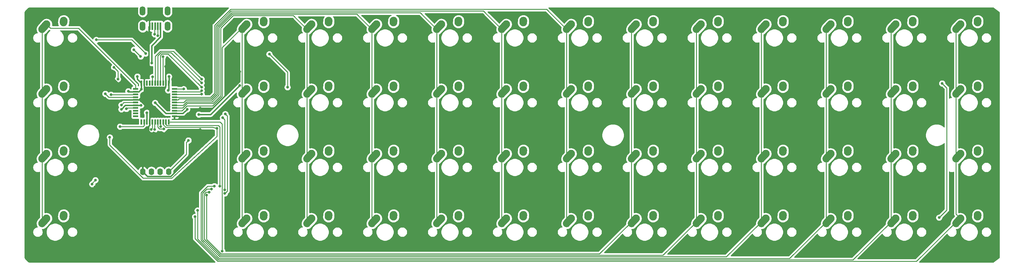
<source format=gbr>
%TF.GenerationSoftware,KiCad,Pcbnew,5.1.6*%
%TF.CreationDate,2020-06-22T15:50:55+02:00*%
%TF.ProjectId,cheap_boi,63686561-705f-4626-9f69-2e6b69636164,rev?*%
%TF.SameCoordinates,Original*%
%TF.FileFunction,Copper,L1,Top*%
%TF.FilePolarity,Positive*%
%FSLAX46Y46*%
G04 Gerber Fmt 4.6, Leading zero omitted, Abs format (unit mm)*
G04 Created by KiCad (PCBNEW 5.1.6) date 2020-06-22 15:50:55*
%MOMM*%
%LPD*%
G01*
G04 APERTURE LIST*
%TA.AperFunction,ComponentPad*%
%ADD10C,2.250000*%
%TD*%
%TA.AperFunction,ComponentPad*%
%ADD11O,1.600000X2.000000*%
%TD*%
%TA.AperFunction,ComponentPad*%
%ADD12O,1.700000X2.700000*%
%TD*%
%TA.AperFunction,SMDPad,CuDef*%
%ADD13R,0.500000X2.250000*%
%TD*%
%TA.AperFunction,SMDPad,CuDef*%
%ADD14R,0.550000X1.500000*%
%TD*%
%TA.AperFunction,SMDPad,CuDef*%
%ADD15R,1.500000X0.550000*%
%TD*%
%TA.AperFunction,ViaPad*%
%ADD16C,0.800000*%
%TD*%
%TA.AperFunction,Conductor*%
%ADD17C,0.381000*%
%TD*%
%TA.AperFunction,Conductor*%
%ADD18C,0.250000*%
%TD*%
%TA.AperFunction,Conductor*%
%ADD19C,0.254000*%
%TD*%
G04 APERTURE END LIST*
D10*
%TO.P,MX0C1,1*%
%TO.N,COL12*%
X338018750Y-38862500D03*
%TA.AperFunction,ComponentPad*%
G36*
G01*
X335957433Y-41159845D02*
X335957433Y-41159845D01*
G75*
G02*
X335871405Y-39571183I751317J837345D01*
G01*
X337181407Y-38111183D01*
G75*
G02*
X338770069Y-38025155I837345J-751317D01*
G01*
X338770069Y-38025155D01*
G75*
G02*
X338856097Y-39613817I-751317J-837345D01*
G01*
X337546095Y-41073817D01*
G75*
G02*
X335957433Y-41159845I-837345J751317D01*
G01*
G37*
%TD.AperFunction*%
%TO.P,MX0C1,2*%
%TO.N,Net-(D49-Pad2)*%
X343058750Y-37782500D03*
%TA.AperFunction,ComponentPad*%
G36*
G01*
X342941347Y-39484834D02*
X342941347Y-39484834D01*
G75*
G02*
X341896416Y-38285097I77403J1122334D01*
G01*
X341936416Y-37705097D01*
G75*
G02*
X343136153Y-36660166I1122334J-77403D01*
G01*
X343136153Y-36660166D01*
G75*
G02*
X344181084Y-37859903I-77403J-1122334D01*
G01*
X344141084Y-38439903D01*
G75*
G02*
X342941347Y-39484834I-1122334J77403D01*
G01*
G37*
%TD.AperFunction*%
%TD*%
D11*
%TO.P,Brd1,2*%
%TO.N,VCC*%
X100513600Y-82262900D03*
%TO.P,Brd1,1*%
%TO.N,GND*%
X97973600Y-82262900D03*
%TO.P,Brd1,3*%
%TO.N,SCL*%
X103053600Y-82262900D03*
%TO.P,Brd1,4*%
%TO.N,SDA*%
X105593600Y-82262900D03*
%TD*%
D10*
%TO.P,MX15,1*%
%TO.N,COL5*%
X204668750Y-57912500D03*
%TA.AperFunction,ComponentPad*%
G36*
G01*
X202607433Y-60209845D02*
X202607433Y-60209845D01*
G75*
G02*
X202521405Y-58621183I751317J837345D01*
G01*
X203831407Y-57161183D01*
G75*
G02*
X205420069Y-57075155I837345J-751317D01*
G01*
X205420069Y-57075155D01*
G75*
G02*
X205506097Y-58663817I-751317J-837345D01*
G01*
X204196095Y-60123817D01*
G75*
G02*
X202607433Y-60209845I-837345J751317D01*
G01*
G37*
%TD.AperFunction*%
%TO.P,MX15,2*%
%TO.N,Net-(D22-Pad2)*%
X209708750Y-56832500D03*
%TA.AperFunction,ComponentPad*%
G36*
G01*
X209591347Y-58534834D02*
X209591347Y-58534834D01*
G75*
G02*
X208546416Y-57335097I77403J1122334D01*
G01*
X208586416Y-56755097D01*
G75*
G02*
X209786153Y-55710166I1122334J-77403D01*
G01*
X209786153Y-55710166D01*
G75*
G02*
X210831084Y-56909903I-77403J-1122334D01*
G01*
X210791084Y-57489903D01*
G75*
G02*
X209591347Y-58534834I-1122334J77403D01*
G01*
G37*
%TD.AperFunction*%
%TD*%
D12*
%TO.P,USB1,6*%
%TO.N,Net-(USB1-Pad6)*%
X105243600Y-34922800D03*
X97943600Y-34922800D03*
X97943600Y-39422800D03*
X105243600Y-39422800D03*
D13*
%TO.P,USB1,5*%
%TO.N,VCC*%
X103193600Y-39422800D03*
%TO.P,USB1,4*%
%TO.N,D-*%
X102393600Y-39422800D03*
%TO.P,USB1,3*%
%TO.N,D+*%
X101593600Y-39422800D03*
%TO.P,USB1,2*%
%TO.N,Net-(USB1-Pad2)*%
X100793600Y-39422800D03*
%TO.P,USB1,1*%
%TO.N,GND*%
X99993600Y-39422800D03*
%TD*%
D14*
%TO.P,U1,44*%
%TO.N,+5V*%
X97593600Y-56208600D03*
%TO.P,U1,43*%
%TO.N,GND*%
X98393600Y-56208600D03*
%TO.P,U1,42*%
%TO.N,Net-(U1-Pad42)*%
X99193600Y-56208600D03*
%TO.P,U1,41*%
%TO.N,Net-(U1-Pad41)*%
X99993600Y-56208600D03*
%TO.P,U1,40*%
%TO.N,COL12*%
X100793600Y-56208600D03*
%TO.P,U1,39*%
%TO.N,COL11*%
X101593600Y-56208600D03*
%TO.P,U1,38*%
%TO.N,COL10*%
X102393600Y-56208600D03*
%TO.P,U1,37*%
%TO.N,COL9*%
X103193600Y-56208600D03*
%TO.P,U1,36*%
%TO.N,ROW0*%
X103993600Y-56208600D03*
%TO.P,U1,35*%
%TO.N,GND*%
X104793600Y-56208600D03*
%TO.P,U1,34*%
%TO.N,+5V*%
X105593600Y-56208600D03*
D15*
%TO.P,U1,33*%
%TO.N,Net-(R4-Pad2)*%
X107293600Y-57908600D03*
%TO.P,U1,32*%
%TO.N,COL8*%
X107293600Y-58708600D03*
%TO.P,U1,31*%
%TO.N,COL7*%
X107293600Y-59508600D03*
%TO.P,U1,30*%
%TO.N,COL6*%
X107293600Y-60308600D03*
%TO.P,U1,29*%
%TO.N,COL5*%
X107293600Y-61108600D03*
%TO.P,U1,28*%
%TO.N,COL4*%
X107293600Y-61908600D03*
%TO.P,U1,27*%
%TO.N,COL3*%
X107293600Y-62708600D03*
%TO.P,U1,26*%
%TO.N,COL2*%
X107293600Y-63508600D03*
%TO.P,U1,25*%
%TO.N,COL1*%
X107293600Y-64308600D03*
%TO.P,U1,24*%
%TO.N,+5V*%
X107293600Y-65108600D03*
%TO.P,U1,23*%
%TO.N,GND*%
X107293600Y-65908600D03*
D14*
%TO.P,U1,22*%
%TO.N,ROW3*%
X105593600Y-67608600D03*
%TO.P,U1,21*%
%TO.N,ROW2*%
X104793600Y-67608600D03*
%TO.P,U1,20*%
%TO.N,ROW1*%
X103993600Y-67608600D03*
%TO.P,U1,19*%
%TO.N,SDA*%
X103193600Y-67608600D03*
%TO.P,U1,18*%
%TO.N,SCL*%
X102393600Y-67608600D03*
%TO.P,U1,17*%
%TO.N,Net-(C3-Pad1)*%
X101593600Y-67608600D03*
%TO.P,U1,16*%
%TO.N,Net-(C4-Pad1)*%
X100793600Y-67608600D03*
%TO.P,U1,15*%
%TO.N,GND*%
X99993600Y-67608600D03*
%TO.P,U1,14*%
%TO.N,+5V*%
X99193600Y-67608600D03*
%TO.P,U1,13*%
%TO.N,Net-(R3-Pad1)*%
X98393600Y-67608600D03*
%TO.P,U1,12*%
%TO.N,Net-(U1-Pad12)*%
X97593600Y-67608600D03*
D15*
%TO.P,U1,11*%
%TO.N,Net-(U1-Pad11)*%
X95893600Y-65908600D03*
%TO.P,U1,10*%
%TO.N,Net-(U1-Pad10)*%
X95893600Y-65108600D03*
%TO.P,U1,9*%
%TO.N,Net-(U1-Pad9)*%
X95893600Y-64308600D03*
%TO.P,U1,8*%
%TO.N,RGB1*%
X95893600Y-63508600D03*
%TO.P,U1,7*%
%TO.N,+5V*%
X95893600Y-62708600D03*
%TO.P,U1,6*%
%TO.N,Net-(C6-Pad1)*%
X95893600Y-61908600D03*
%TO.P,U1,5*%
%TO.N,GND*%
X95893600Y-61108600D03*
%TO.P,U1,4*%
%TO.N,Net-(R2-Pad2)*%
X95893600Y-60308600D03*
%TO.P,U1,3*%
%TO.N,Net-(R1-Pad2)*%
X95893600Y-59508600D03*
%TO.P,U1,2*%
%TO.N,+5V*%
X95893600Y-58708600D03*
%TO.P,U1,1*%
%TO.N,COL0*%
X95893600Y-57908600D03*
%TD*%
D10*
%TO.P,MX3C1,1*%
%TO.N,COL12*%
X338018750Y-96012500D03*
%TA.AperFunction,ComponentPad*%
G36*
G01*
X335957433Y-98309845D02*
X335957433Y-98309845D01*
G75*
G02*
X335871405Y-96721183I751317J837345D01*
G01*
X337181407Y-95261183D01*
G75*
G02*
X338770069Y-95175155I837345J-751317D01*
G01*
X338770069Y-95175155D01*
G75*
G02*
X338856097Y-96763817I-751317J-837345D01*
G01*
X337546095Y-98223817D01*
G75*
G02*
X335957433Y-98309845I-837345J751317D01*
G01*
G37*
%TD.AperFunction*%
%TO.P,MX3C1,2*%
%TO.N,Net-(D52-Pad2)*%
X343058750Y-94932500D03*
%TA.AperFunction,ComponentPad*%
G36*
G01*
X342941347Y-96634834D02*
X342941347Y-96634834D01*
G75*
G02*
X341896416Y-95435097I77403J1122334D01*
G01*
X341936416Y-94855097D01*
G75*
G02*
X343136153Y-93810166I1122334J-77403D01*
G01*
X343136153Y-93810166D01*
G75*
G02*
X344181084Y-95009903I-77403J-1122334D01*
G01*
X344141084Y-95589903D01*
G75*
G02*
X342941347Y-96634834I-1122334J77403D01*
G01*
G37*
%TD.AperFunction*%
%TD*%
%TO.P,MX3B1,1*%
%TO.N,COL11*%
X318968750Y-96012500D03*
%TA.AperFunction,ComponentPad*%
G36*
G01*
X316907433Y-98309845D02*
X316907433Y-98309845D01*
G75*
G02*
X316821405Y-96721183I751317J837345D01*
G01*
X318131407Y-95261183D01*
G75*
G02*
X319720069Y-95175155I837345J-751317D01*
G01*
X319720069Y-95175155D01*
G75*
G02*
X319806097Y-96763817I-751317J-837345D01*
G01*
X318496095Y-98223817D01*
G75*
G02*
X316907433Y-98309845I-837345J751317D01*
G01*
G37*
%TD.AperFunction*%
%TO.P,MX3B1,2*%
%TO.N,Net-(D48-Pad2)*%
X324008750Y-94932500D03*
%TA.AperFunction,ComponentPad*%
G36*
G01*
X323891347Y-96634834D02*
X323891347Y-96634834D01*
G75*
G02*
X322846416Y-95435097I77403J1122334D01*
G01*
X322886416Y-94855097D01*
G75*
G02*
X324086153Y-93810166I1122334J-77403D01*
G01*
X324086153Y-93810166D01*
G75*
G02*
X325131084Y-95009903I-77403J-1122334D01*
G01*
X325091084Y-95589903D01*
G75*
G02*
X323891347Y-96634834I-1122334J77403D01*
G01*
G37*
%TD.AperFunction*%
%TD*%
%TO.P,MX3A1,1*%
%TO.N,COL10*%
X299918750Y-96012500D03*
%TA.AperFunction,ComponentPad*%
G36*
G01*
X297857433Y-98309845D02*
X297857433Y-98309845D01*
G75*
G02*
X297771405Y-96721183I751317J837345D01*
G01*
X299081407Y-95261183D01*
G75*
G02*
X300670069Y-95175155I837345J-751317D01*
G01*
X300670069Y-95175155D01*
G75*
G02*
X300756097Y-96763817I-751317J-837345D01*
G01*
X299446095Y-98223817D01*
G75*
G02*
X297857433Y-98309845I-837345J751317D01*
G01*
G37*
%TD.AperFunction*%
%TO.P,MX3A1,2*%
%TO.N,Net-(D44-Pad2)*%
X304958750Y-94932500D03*
%TA.AperFunction,ComponentPad*%
G36*
G01*
X304841347Y-96634834D02*
X304841347Y-96634834D01*
G75*
G02*
X303796416Y-95435097I77403J1122334D01*
G01*
X303836416Y-94855097D01*
G75*
G02*
X305036153Y-93810166I1122334J-77403D01*
G01*
X305036153Y-93810166D01*
G75*
G02*
X306081084Y-95009903I-77403J-1122334D01*
G01*
X306041084Y-95589903D01*
G75*
G02*
X304841347Y-96634834I-1122334J77403D01*
G01*
G37*
%TD.AperFunction*%
%TD*%
%TO.P,MX2C1,1*%
%TO.N,COL12*%
X338018750Y-76962500D03*
%TA.AperFunction,ComponentPad*%
G36*
G01*
X335957433Y-79259845D02*
X335957433Y-79259845D01*
G75*
G02*
X335871405Y-77671183I751317J837345D01*
G01*
X337181407Y-76211183D01*
G75*
G02*
X338770069Y-76125155I837345J-751317D01*
G01*
X338770069Y-76125155D01*
G75*
G02*
X338856097Y-77713817I-751317J-837345D01*
G01*
X337546095Y-79173817D01*
G75*
G02*
X335957433Y-79259845I-837345J751317D01*
G01*
G37*
%TD.AperFunction*%
%TO.P,MX2C1,2*%
%TO.N,Net-(D51-Pad2)*%
X343058750Y-75882500D03*
%TA.AperFunction,ComponentPad*%
G36*
G01*
X342941347Y-77584834D02*
X342941347Y-77584834D01*
G75*
G02*
X341896416Y-76385097I77403J1122334D01*
G01*
X341936416Y-75805097D01*
G75*
G02*
X343136153Y-74760166I1122334J-77403D01*
G01*
X343136153Y-74760166D01*
G75*
G02*
X344181084Y-75959903I-77403J-1122334D01*
G01*
X344141084Y-76539903D01*
G75*
G02*
X342941347Y-77584834I-1122334J77403D01*
G01*
G37*
%TD.AperFunction*%
%TD*%
%TO.P,MX2B1,1*%
%TO.N,COL11*%
X318968750Y-76962500D03*
%TA.AperFunction,ComponentPad*%
G36*
G01*
X316907433Y-79259845D02*
X316907433Y-79259845D01*
G75*
G02*
X316821405Y-77671183I751317J837345D01*
G01*
X318131407Y-76211183D01*
G75*
G02*
X319720069Y-76125155I837345J-751317D01*
G01*
X319720069Y-76125155D01*
G75*
G02*
X319806097Y-77713817I-751317J-837345D01*
G01*
X318496095Y-79173817D01*
G75*
G02*
X316907433Y-79259845I-837345J751317D01*
G01*
G37*
%TD.AperFunction*%
%TO.P,MX2B1,2*%
%TO.N,Net-(D47-Pad2)*%
X324008750Y-75882500D03*
%TA.AperFunction,ComponentPad*%
G36*
G01*
X323891347Y-77584834D02*
X323891347Y-77584834D01*
G75*
G02*
X322846416Y-76385097I77403J1122334D01*
G01*
X322886416Y-75805097D01*
G75*
G02*
X324086153Y-74760166I1122334J-77403D01*
G01*
X324086153Y-74760166D01*
G75*
G02*
X325131084Y-75959903I-77403J-1122334D01*
G01*
X325091084Y-76539903D01*
G75*
G02*
X323891347Y-77584834I-1122334J77403D01*
G01*
G37*
%TD.AperFunction*%
%TD*%
%TO.P,MX2A1,1*%
%TO.N,COL10*%
X299918750Y-76962500D03*
%TA.AperFunction,ComponentPad*%
G36*
G01*
X297857433Y-79259845D02*
X297857433Y-79259845D01*
G75*
G02*
X297771405Y-77671183I751317J837345D01*
G01*
X299081407Y-76211183D01*
G75*
G02*
X300670069Y-76125155I837345J-751317D01*
G01*
X300670069Y-76125155D01*
G75*
G02*
X300756097Y-77713817I-751317J-837345D01*
G01*
X299446095Y-79173817D01*
G75*
G02*
X297857433Y-79259845I-837345J751317D01*
G01*
G37*
%TD.AperFunction*%
%TO.P,MX2A1,2*%
%TO.N,Net-(D43-Pad2)*%
X304958750Y-75882500D03*
%TA.AperFunction,ComponentPad*%
G36*
G01*
X304841347Y-77584834D02*
X304841347Y-77584834D01*
G75*
G02*
X303796416Y-76385097I77403J1122334D01*
G01*
X303836416Y-75805097D01*
G75*
G02*
X305036153Y-74760166I1122334J-77403D01*
G01*
X305036153Y-74760166D01*
G75*
G02*
X306081084Y-75959903I-77403J-1122334D01*
G01*
X306041084Y-76539903D01*
G75*
G02*
X304841347Y-77584834I-1122334J77403D01*
G01*
G37*
%TD.AperFunction*%
%TD*%
%TO.P,MX1C1,1*%
%TO.N,COL12*%
X338018750Y-57912500D03*
%TA.AperFunction,ComponentPad*%
G36*
G01*
X335957433Y-60209845D02*
X335957433Y-60209845D01*
G75*
G02*
X335871405Y-58621183I751317J837345D01*
G01*
X337181407Y-57161183D01*
G75*
G02*
X338770069Y-57075155I837345J-751317D01*
G01*
X338770069Y-57075155D01*
G75*
G02*
X338856097Y-58663817I-751317J-837345D01*
G01*
X337546095Y-60123817D01*
G75*
G02*
X335957433Y-60209845I-837345J751317D01*
G01*
G37*
%TD.AperFunction*%
%TO.P,MX1C1,2*%
%TO.N,Net-(D50-Pad2)*%
X343058750Y-56832500D03*
%TA.AperFunction,ComponentPad*%
G36*
G01*
X342941347Y-58534834D02*
X342941347Y-58534834D01*
G75*
G02*
X341896416Y-57335097I77403J1122334D01*
G01*
X341936416Y-56755097D01*
G75*
G02*
X343136153Y-55710166I1122334J-77403D01*
G01*
X343136153Y-55710166D01*
G75*
G02*
X344181084Y-56909903I-77403J-1122334D01*
G01*
X344141084Y-57489903D01*
G75*
G02*
X342941347Y-58534834I-1122334J77403D01*
G01*
G37*
%TD.AperFunction*%
%TD*%
%TO.P,MX1B1,1*%
%TO.N,COL11*%
X318968750Y-57912500D03*
%TA.AperFunction,ComponentPad*%
G36*
G01*
X316907433Y-60209845D02*
X316907433Y-60209845D01*
G75*
G02*
X316821405Y-58621183I751317J837345D01*
G01*
X318131407Y-57161183D01*
G75*
G02*
X319720069Y-57075155I837345J-751317D01*
G01*
X319720069Y-57075155D01*
G75*
G02*
X319806097Y-58663817I-751317J-837345D01*
G01*
X318496095Y-60123817D01*
G75*
G02*
X316907433Y-60209845I-837345J751317D01*
G01*
G37*
%TD.AperFunction*%
%TO.P,MX1B1,2*%
%TO.N,Net-(D46-Pad2)*%
X324008750Y-56832500D03*
%TA.AperFunction,ComponentPad*%
G36*
G01*
X323891347Y-58534834D02*
X323891347Y-58534834D01*
G75*
G02*
X322846416Y-57335097I77403J1122334D01*
G01*
X322886416Y-56755097D01*
G75*
G02*
X324086153Y-55710166I1122334J-77403D01*
G01*
X324086153Y-55710166D01*
G75*
G02*
X325131084Y-56909903I-77403J-1122334D01*
G01*
X325091084Y-57489903D01*
G75*
G02*
X323891347Y-58534834I-1122334J77403D01*
G01*
G37*
%TD.AperFunction*%
%TD*%
%TO.P,MX1A1,1*%
%TO.N,COL10*%
X299918750Y-57912500D03*
%TA.AperFunction,ComponentPad*%
G36*
G01*
X297857433Y-60209845D02*
X297857433Y-60209845D01*
G75*
G02*
X297771405Y-58621183I751317J837345D01*
G01*
X299081407Y-57161183D01*
G75*
G02*
X300670069Y-57075155I837345J-751317D01*
G01*
X300670069Y-57075155D01*
G75*
G02*
X300756097Y-58663817I-751317J-837345D01*
G01*
X299446095Y-60123817D01*
G75*
G02*
X297857433Y-60209845I-837345J751317D01*
G01*
G37*
%TD.AperFunction*%
%TO.P,MX1A1,2*%
%TO.N,Net-(D42-Pad2)*%
X304958750Y-56832500D03*
%TA.AperFunction,ComponentPad*%
G36*
G01*
X304841347Y-58534834D02*
X304841347Y-58534834D01*
G75*
G02*
X303796416Y-57335097I77403J1122334D01*
G01*
X303836416Y-56755097D01*
G75*
G02*
X305036153Y-55710166I1122334J-77403D01*
G01*
X305036153Y-55710166D01*
G75*
G02*
X306081084Y-56909903I-77403J-1122334D01*
G01*
X306041084Y-57489903D01*
G75*
G02*
X304841347Y-58534834I-1122334J77403D01*
G01*
G37*
%TD.AperFunction*%
%TD*%
%TO.P,MX0B1,1*%
%TO.N,COL11*%
X318968750Y-38862500D03*
%TA.AperFunction,ComponentPad*%
G36*
G01*
X316907433Y-41159845D02*
X316907433Y-41159845D01*
G75*
G02*
X316821405Y-39571183I751317J837345D01*
G01*
X318131407Y-38111183D01*
G75*
G02*
X319720069Y-38025155I837345J-751317D01*
G01*
X319720069Y-38025155D01*
G75*
G02*
X319806097Y-39613817I-751317J-837345D01*
G01*
X318496095Y-41073817D01*
G75*
G02*
X316907433Y-41159845I-837345J751317D01*
G01*
G37*
%TD.AperFunction*%
%TO.P,MX0B1,2*%
%TO.N,Net-(D45-Pad2)*%
X324008750Y-37782500D03*
%TA.AperFunction,ComponentPad*%
G36*
G01*
X323891347Y-39484834D02*
X323891347Y-39484834D01*
G75*
G02*
X322846416Y-38285097I77403J1122334D01*
G01*
X322886416Y-37705097D01*
G75*
G02*
X324086153Y-36660166I1122334J-77403D01*
G01*
X324086153Y-36660166D01*
G75*
G02*
X325131084Y-37859903I-77403J-1122334D01*
G01*
X325091084Y-38439903D01*
G75*
G02*
X323891347Y-39484834I-1122334J77403D01*
G01*
G37*
%TD.AperFunction*%
%TD*%
%TO.P,MX0A1,1*%
%TO.N,COL10*%
X299918750Y-38862500D03*
%TA.AperFunction,ComponentPad*%
G36*
G01*
X297857433Y-41159845D02*
X297857433Y-41159845D01*
G75*
G02*
X297771405Y-39571183I751317J837345D01*
G01*
X299081407Y-38111183D01*
G75*
G02*
X300670069Y-38025155I837345J-751317D01*
G01*
X300670069Y-38025155D01*
G75*
G02*
X300756097Y-39613817I-751317J-837345D01*
G01*
X299446095Y-41073817D01*
G75*
G02*
X297857433Y-41159845I-837345J751317D01*
G01*
G37*
%TD.AperFunction*%
%TO.P,MX0A1,2*%
%TO.N,Net-(D41-Pad2)*%
X304958750Y-37782500D03*
%TA.AperFunction,ComponentPad*%
G36*
G01*
X304841347Y-39484834D02*
X304841347Y-39484834D01*
G75*
G02*
X303796416Y-38285097I77403J1122334D01*
G01*
X303836416Y-37705097D01*
G75*
G02*
X305036153Y-36660166I1122334J-77403D01*
G01*
X305036153Y-36660166D01*
G75*
G02*
X306081084Y-37859903I-77403J-1122334D01*
G01*
X306041084Y-38439903D01*
G75*
G02*
X304841347Y-39484834I-1122334J77403D01*
G01*
G37*
%TD.AperFunction*%
%TD*%
%TO.P,MX39,1*%
%TO.N,COL9*%
X280868750Y-96012500D03*
%TA.AperFunction,ComponentPad*%
G36*
G01*
X278807433Y-98309845D02*
X278807433Y-98309845D01*
G75*
G02*
X278721405Y-96721183I751317J837345D01*
G01*
X280031407Y-95261183D01*
G75*
G02*
X281620069Y-95175155I837345J-751317D01*
G01*
X281620069Y-95175155D01*
G75*
G02*
X281706097Y-96763817I-751317J-837345D01*
G01*
X280396095Y-98223817D01*
G75*
G02*
X278807433Y-98309845I-837345J751317D01*
G01*
G37*
%TD.AperFunction*%
%TO.P,MX39,2*%
%TO.N,Net-(D40-Pad2)*%
X285908750Y-94932500D03*
%TA.AperFunction,ComponentPad*%
G36*
G01*
X285791347Y-96634834D02*
X285791347Y-96634834D01*
G75*
G02*
X284746416Y-95435097I77403J1122334D01*
G01*
X284786416Y-94855097D01*
G75*
G02*
X285986153Y-93810166I1122334J-77403D01*
G01*
X285986153Y-93810166D01*
G75*
G02*
X287031084Y-95009903I-77403J-1122334D01*
G01*
X286991084Y-95589903D01*
G75*
G02*
X285791347Y-96634834I-1122334J77403D01*
G01*
G37*
%TD.AperFunction*%
%TD*%
%TO.P,MX38,1*%
%TO.N,COL8*%
X261818750Y-96012500D03*
%TA.AperFunction,ComponentPad*%
G36*
G01*
X259757433Y-98309845D02*
X259757433Y-98309845D01*
G75*
G02*
X259671405Y-96721183I751317J837345D01*
G01*
X260981407Y-95261183D01*
G75*
G02*
X262570069Y-95175155I837345J-751317D01*
G01*
X262570069Y-95175155D01*
G75*
G02*
X262656097Y-96763817I-751317J-837345D01*
G01*
X261346095Y-98223817D01*
G75*
G02*
X259757433Y-98309845I-837345J751317D01*
G01*
G37*
%TD.AperFunction*%
%TO.P,MX38,2*%
%TO.N,Net-(D36-Pad2)*%
X266858750Y-94932500D03*
%TA.AperFunction,ComponentPad*%
G36*
G01*
X266741347Y-96634834D02*
X266741347Y-96634834D01*
G75*
G02*
X265696416Y-95435097I77403J1122334D01*
G01*
X265736416Y-94855097D01*
G75*
G02*
X266936153Y-93810166I1122334J-77403D01*
G01*
X266936153Y-93810166D01*
G75*
G02*
X267981084Y-95009903I-77403J-1122334D01*
G01*
X267941084Y-95589903D01*
G75*
G02*
X266741347Y-96634834I-1122334J77403D01*
G01*
G37*
%TD.AperFunction*%
%TD*%
%TO.P,MX37,1*%
%TO.N,COL7*%
X242768750Y-96012500D03*
%TA.AperFunction,ComponentPad*%
G36*
G01*
X240707433Y-98309845D02*
X240707433Y-98309845D01*
G75*
G02*
X240621405Y-96721183I751317J837345D01*
G01*
X241931407Y-95261183D01*
G75*
G02*
X243520069Y-95175155I837345J-751317D01*
G01*
X243520069Y-95175155D01*
G75*
G02*
X243606097Y-96763817I-751317J-837345D01*
G01*
X242296095Y-98223817D01*
G75*
G02*
X240707433Y-98309845I-837345J751317D01*
G01*
G37*
%TD.AperFunction*%
%TO.P,MX37,2*%
%TO.N,Net-(D32-Pad2)*%
X247808750Y-94932500D03*
%TA.AperFunction,ComponentPad*%
G36*
G01*
X247691347Y-96634834D02*
X247691347Y-96634834D01*
G75*
G02*
X246646416Y-95435097I77403J1122334D01*
G01*
X246686416Y-94855097D01*
G75*
G02*
X247886153Y-93810166I1122334J-77403D01*
G01*
X247886153Y-93810166D01*
G75*
G02*
X248931084Y-95009903I-77403J-1122334D01*
G01*
X248891084Y-95589903D01*
G75*
G02*
X247691347Y-96634834I-1122334J77403D01*
G01*
G37*
%TD.AperFunction*%
%TD*%
%TO.P,MX36,1*%
%TO.N,COL6*%
X223718750Y-96012500D03*
%TA.AperFunction,ComponentPad*%
G36*
G01*
X221657433Y-98309845D02*
X221657433Y-98309845D01*
G75*
G02*
X221571405Y-96721183I751317J837345D01*
G01*
X222881407Y-95261183D01*
G75*
G02*
X224470069Y-95175155I837345J-751317D01*
G01*
X224470069Y-95175155D01*
G75*
G02*
X224556097Y-96763817I-751317J-837345D01*
G01*
X223246095Y-98223817D01*
G75*
G02*
X221657433Y-98309845I-837345J751317D01*
G01*
G37*
%TD.AperFunction*%
%TO.P,MX36,2*%
%TO.N,Net-(D28-Pad2)*%
X228758750Y-94932500D03*
%TA.AperFunction,ComponentPad*%
G36*
G01*
X228641347Y-96634834D02*
X228641347Y-96634834D01*
G75*
G02*
X227596416Y-95435097I77403J1122334D01*
G01*
X227636416Y-94855097D01*
G75*
G02*
X228836153Y-93810166I1122334J-77403D01*
G01*
X228836153Y-93810166D01*
G75*
G02*
X229881084Y-95009903I-77403J-1122334D01*
G01*
X229841084Y-95589903D01*
G75*
G02*
X228641347Y-96634834I-1122334J77403D01*
G01*
G37*
%TD.AperFunction*%
%TD*%
%TO.P,MX35,1*%
%TO.N,COL5*%
X204668750Y-96012500D03*
%TA.AperFunction,ComponentPad*%
G36*
G01*
X202607433Y-98309845D02*
X202607433Y-98309845D01*
G75*
G02*
X202521405Y-96721183I751317J837345D01*
G01*
X203831407Y-95261183D01*
G75*
G02*
X205420069Y-95175155I837345J-751317D01*
G01*
X205420069Y-95175155D01*
G75*
G02*
X205506097Y-96763817I-751317J-837345D01*
G01*
X204196095Y-98223817D01*
G75*
G02*
X202607433Y-98309845I-837345J751317D01*
G01*
G37*
%TD.AperFunction*%
%TO.P,MX35,2*%
%TO.N,Net-(D24-Pad2)*%
X209708750Y-94932500D03*
%TA.AperFunction,ComponentPad*%
G36*
G01*
X209591347Y-96634834D02*
X209591347Y-96634834D01*
G75*
G02*
X208546416Y-95435097I77403J1122334D01*
G01*
X208586416Y-94855097D01*
G75*
G02*
X209786153Y-93810166I1122334J-77403D01*
G01*
X209786153Y-93810166D01*
G75*
G02*
X210831084Y-95009903I-77403J-1122334D01*
G01*
X210791084Y-95589903D01*
G75*
G02*
X209591347Y-96634834I-1122334J77403D01*
G01*
G37*
%TD.AperFunction*%
%TD*%
%TO.P,MX34,1*%
%TO.N,COL4*%
X185618750Y-96012500D03*
%TA.AperFunction,ComponentPad*%
G36*
G01*
X183557433Y-98309845D02*
X183557433Y-98309845D01*
G75*
G02*
X183471405Y-96721183I751317J837345D01*
G01*
X184781407Y-95261183D01*
G75*
G02*
X186370069Y-95175155I837345J-751317D01*
G01*
X186370069Y-95175155D01*
G75*
G02*
X186456097Y-96763817I-751317J-837345D01*
G01*
X185146095Y-98223817D01*
G75*
G02*
X183557433Y-98309845I-837345J751317D01*
G01*
G37*
%TD.AperFunction*%
%TO.P,MX34,2*%
%TO.N,Net-(D20-Pad2)*%
X190658750Y-94932500D03*
%TA.AperFunction,ComponentPad*%
G36*
G01*
X190541347Y-96634834D02*
X190541347Y-96634834D01*
G75*
G02*
X189496416Y-95435097I77403J1122334D01*
G01*
X189536416Y-94855097D01*
G75*
G02*
X190736153Y-93810166I1122334J-77403D01*
G01*
X190736153Y-93810166D01*
G75*
G02*
X191781084Y-95009903I-77403J-1122334D01*
G01*
X191741084Y-95589903D01*
G75*
G02*
X190541347Y-96634834I-1122334J77403D01*
G01*
G37*
%TD.AperFunction*%
%TD*%
%TO.P,MX33,1*%
%TO.N,COL3*%
X166568750Y-96012500D03*
%TA.AperFunction,ComponentPad*%
G36*
G01*
X164507433Y-98309845D02*
X164507433Y-98309845D01*
G75*
G02*
X164421405Y-96721183I751317J837345D01*
G01*
X165731407Y-95261183D01*
G75*
G02*
X167320069Y-95175155I837345J-751317D01*
G01*
X167320069Y-95175155D01*
G75*
G02*
X167406097Y-96763817I-751317J-837345D01*
G01*
X166096095Y-98223817D01*
G75*
G02*
X164507433Y-98309845I-837345J751317D01*
G01*
G37*
%TD.AperFunction*%
%TO.P,MX33,2*%
%TO.N,Net-(D16-Pad2)*%
X171608750Y-94932500D03*
%TA.AperFunction,ComponentPad*%
G36*
G01*
X171491347Y-96634834D02*
X171491347Y-96634834D01*
G75*
G02*
X170446416Y-95435097I77403J1122334D01*
G01*
X170486416Y-94855097D01*
G75*
G02*
X171686153Y-93810166I1122334J-77403D01*
G01*
X171686153Y-93810166D01*
G75*
G02*
X172731084Y-95009903I-77403J-1122334D01*
G01*
X172691084Y-95589903D01*
G75*
G02*
X171491347Y-96634834I-1122334J77403D01*
G01*
G37*
%TD.AperFunction*%
%TD*%
%TO.P,MX32,1*%
%TO.N,COL2*%
X147518750Y-96012500D03*
%TA.AperFunction,ComponentPad*%
G36*
G01*
X145457433Y-98309845D02*
X145457433Y-98309845D01*
G75*
G02*
X145371405Y-96721183I751317J837345D01*
G01*
X146681407Y-95261183D01*
G75*
G02*
X148270069Y-95175155I837345J-751317D01*
G01*
X148270069Y-95175155D01*
G75*
G02*
X148356097Y-96763817I-751317J-837345D01*
G01*
X147046095Y-98223817D01*
G75*
G02*
X145457433Y-98309845I-837345J751317D01*
G01*
G37*
%TD.AperFunction*%
%TO.P,MX32,2*%
%TO.N,Net-(D12-Pad2)*%
X152558750Y-94932500D03*
%TA.AperFunction,ComponentPad*%
G36*
G01*
X152441347Y-96634834D02*
X152441347Y-96634834D01*
G75*
G02*
X151396416Y-95435097I77403J1122334D01*
G01*
X151436416Y-94855097D01*
G75*
G02*
X152636153Y-93810166I1122334J-77403D01*
G01*
X152636153Y-93810166D01*
G75*
G02*
X153681084Y-95009903I-77403J-1122334D01*
G01*
X153641084Y-95589903D01*
G75*
G02*
X152441347Y-96634834I-1122334J77403D01*
G01*
G37*
%TD.AperFunction*%
%TD*%
%TO.P,MX31,1*%
%TO.N,COL1*%
X128468750Y-96012500D03*
%TA.AperFunction,ComponentPad*%
G36*
G01*
X126407433Y-98309845D02*
X126407433Y-98309845D01*
G75*
G02*
X126321405Y-96721183I751317J837345D01*
G01*
X127631407Y-95261183D01*
G75*
G02*
X129220069Y-95175155I837345J-751317D01*
G01*
X129220069Y-95175155D01*
G75*
G02*
X129306097Y-96763817I-751317J-837345D01*
G01*
X127996095Y-98223817D01*
G75*
G02*
X126407433Y-98309845I-837345J751317D01*
G01*
G37*
%TD.AperFunction*%
%TO.P,MX31,2*%
%TO.N,Net-(D8-Pad2)*%
X133508750Y-94932500D03*
%TA.AperFunction,ComponentPad*%
G36*
G01*
X133391347Y-96634834D02*
X133391347Y-96634834D01*
G75*
G02*
X132346416Y-95435097I77403J1122334D01*
G01*
X132386416Y-94855097D01*
G75*
G02*
X133586153Y-93810166I1122334J-77403D01*
G01*
X133586153Y-93810166D01*
G75*
G02*
X134631084Y-95009903I-77403J-1122334D01*
G01*
X134591084Y-95589903D01*
G75*
G02*
X133391347Y-96634834I-1122334J77403D01*
G01*
G37*
%TD.AperFunction*%
%TD*%
%TO.P,MX30,1*%
%TO.N,COL0*%
X69731250Y-96012500D03*
%TA.AperFunction,ComponentPad*%
G36*
G01*
X67669933Y-98309845D02*
X67669933Y-98309845D01*
G75*
G02*
X67583905Y-96721183I751317J837345D01*
G01*
X68893907Y-95261183D01*
G75*
G02*
X70482569Y-95175155I837345J-751317D01*
G01*
X70482569Y-95175155D01*
G75*
G02*
X70568597Y-96763817I-751317J-837345D01*
G01*
X69258595Y-98223817D01*
G75*
G02*
X67669933Y-98309845I-837345J751317D01*
G01*
G37*
%TD.AperFunction*%
%TO.P,MX30,2*%
%TO.N,Net-(D4-Pad2)*%
X74771250Y-94932500D03*
%TA.AperFunction,ComponentPad*%
G36*
G01*
X74653847Y-96634834D02*
X74653847Y-96634834D01*
G75*
G02*
X73608916Y-95435097I77403J1122334D01*
G01*
X73648916Y-94855097D01*
G75*
G02*
X74848653Y-93810166I1122334J-77403D01*
G01*
X74848653Y-93810166D01*
G75*
G02*
X75893584Y-95009903I-77403J-1122334D01*
G01*
X75853584Y-95589903D01*
G75*
G02*
X74653847Y-96634834I-1122334J77403D01*
G01*
G37*
%TD.AperFunction*%
%TD*%
%TO.P,MX29,1*%
%TO.N,COL9*%
X280868750Y-76962500D03*
%TA.AperFunction,ComponentPad*%
G36*
G01*
X278807433Y-79259845D02*
X278807433Y-79259845D01*
G75*
G02*
X278721405Y-77671183I751317J837345D01*
G01*
X280031407Y-76211183D01*
G75*
G02*
X281620069Y-76125155I837345J-751317D01*
G01*
X281620069Y-76125155D01*
G75*
G02*
X281706097Y-77713817I-751317J-837345D01*
G01*
X280396095Y-79173817D01*
G75*
G02*
X278807433Y-79259845I-837345J751317D01*
G01*
G37*
%TD.AperFunction*%
%TO.P,MX29,2*%
%TO.N,Net-(D39-Pad2)*%
X285908750Y-75882500D03*
%TA.AperFunction,ComponentPad*%
G36*
G01*
X285791347Y-77584834D02*
X285791347Y-77584834D01*
G75*
G02*
X284746416Y-76385097I77403J1122334D01*
G01*
X284786416Y-75805097D01*
G75*
G02*
X285986153Y-74760166I1122334J-77403D01*
G01*
X285986153Y-74760166D01*
G75*
G02*
X287031084Y-75959903I-77403J-1122334D01*
G01*
X286991084Y-76539903D01*
G75*
G02*
X285791347Y-77584834I-1122334J77403D01*
G01*
G37*
%TD.AperFunction*%
%TD*%
%TO.P,MX28,1*%
%TO.N,COL8*%
X261818750Y-76962500D03*
%TA.AperFunction,ComponentPad*%
G36*
G01*
X259757433Y-79259845D02*
X259757433Y-79259845D01*
G75*
G02*
X259671405Y-77671183I751317J837345D01*
G01*
X260981407Y-76211183D01*
G75*
G02*
X262570069Y-76125155I837345J-751317D01*
G01*
X262570069Y-76125155D01*
G75*
G02*
X262656097Y-77713817I-751317J-837345D01*
G01*
X261346095Y-79173817D01*
G75*
G02*
X259757433Y-79259845I-837345J751317D01*
G01*
G37*
%TD.AperFunction*%
%TO.P,MX28,2*%
%TO.N,Net-(D35-Pad2)*%
X266858750Y-75882500D03*
%TA.AperFunction,ComponentPad*%
G36*
G01*
X266741347Y-77584834D02*
X266741347Y-77584834D01*
G75*
G02*
X265696416Y-76385097I77403J1122334D01*
G01*
X265736416Y-75805097D01*
G75*
G02*
X266936153Y-74760166I1122334J-77403D01*
G01*
X266936153Y-74760166D01*
G75*
G02*
X267981084Y-75959903I-77403J-1122334D01*
G01*
X267941084Y-76539903D01*
G75*
G02*
X266741347Y-77584834I-1122334J77403D01*
G01*
G37*
%TD.AperFunction*%
%TD*%
%TO.P,MX27,1*%
%TO.N,COL7*%
X242768750Y-76962500D03*
%TA.AperFunction,ComponentPad*%
G36*
G01*
X240707433Y-79259845D02*
X240707433Y-79259845D01*
G75*
G02*
X240621405Y-77671183I751317J837345D01*
G01*
X241931407Y-76211183D01*
G75*
G02*
X243520069Y-76125155I837345J-751317D01*
G01*
X243520069Y-76125155D01*
G75*
G02*
X243606097Y-77713817I-751317J-837345D01*
G01*
X242296095Y-79173817D01*
G75*
G02*
X240707433Y-79259845I-837345J751317D01*
G01*
G37*
%TD.AperFunction*%
%TO.P,MX27,2*%
%TO.N,Net-(D31-Pad2)*%
X247808750Y-75882500D03*
%TA.AperFunction,ComponentPad*%
G36*
G01*
X247691347Y-77584834D02*
X247691347Y-77584834D01*
G75*
G02*
X246646416Y-76385097I77403J1122334D01*
G01*
X246686416Y-75805097D01*
G75*
G02*
X247886153Y-74760166I1122334J-77403D01*
G01*
X247886153Y-74760166D01*
G75*
G02*
X248931084Y-75959903I-77403J-1122334D01*
G01*
X248891084Y-76539903D01*
G75*
G02*
X247691347Y-77584834I-1122334J77403D01*
G01*
G37*
%TD.AperFunction*%
%TD*%
%TO.P,MX26,1*%
%TO.N,COL6*%
X223718750Y-76962500D03*
%TA.AperFunction,ComponentPad*%
G36*
G01*
X221657433Y-79259845D02*
X221657433Y-79259845D01*
G75*
G02*
X221571405Y-77671183I751317J837345D01*
G01*
X222881407Y-76211183D01*
G75*
G02*
X224470069Y-76125155I837345J-751317D01*
G01*
X224470069Y-76125155D01*
G75*
G02*
X224556097Y-77713817I-751317J-837345D01*
G01*
X223246095Y-79173817D01*
G75*
G02*
X221657433Y-79259845I-837345J751317D01*
G01*
G37*
%TD.AperFunction*%
%TO.P,MX26,2*%
%TO.N,Net-(D27-Pad2)*%
X228758750Y-75882500D03*
%TA.AperFunction,ComponentPad*%
G36*
G01*
X228641347Y-77584834D02*
X228641347Y-77584834D01*
G75*
G02*
X227596416Y-76385097I77403J1122334D01*
G01*
X227636416Y-75805097D01*
G75*
G02*
X228836153Y-74760166I1122334J-77403D01*
G01*
X228836153Y-74760166D01*
G75*
G02*
X229881084Y-75959903I-77403J-1122334D01*
G01*
X229841084Y-76539903D01*
G75*
G02*
X228641347Y-77584834I-1122334J77403D01*
G01*
G37*
%TD.AperFunction*%
%TD*%
%TO.P,MX25,1*%
%TO.N,COL5*%
X204668750Y-76962500D03*
%TA.AperFunction,ComponentPad*%
G36*
G01*
X202607433Y-79259845D02*
X202607433Y-79259845D01*
G75*
G02*
X202521405Y-77671183I751317J837345D01*
G01*
X203831407Y-76211183D01*
G75*
G02*
X205420069Y-76125155I837345J-751317D01*
G01*
X205420069Y-76125155D01*
G75*
G02*
X205506097Y-77713817I-751317J-837345D01*
G01*
X204196095Y-79173817D01*
G75*
G02*
X202607433Y-79259845I-837345J751317D01*
G01*
G37*
%TD.AperFunction*%
%TO.P,MX25,2*%
%TO.N,Net-(D23-Pad2)*%
X209708750Y-75882500D03*
%TA.AperFunction,ComponentPad*%
G36*
G01*
X209591347Y-77584834D02*
X209591347Y-77584834D01*
G75*
G02*
X208546416Y-76385097I77403J1122334D01*
G01*
X208586416Y-75805097D01*
G75*
G02*
X209786153Y-74760166I1122334J-77403D01*
G01*
X209786153Y-74760166D01*
G75*
G02*
X210831084Y-75959903I-77403J-1122334D01*
G01*
X210791084Y-76539903D01*
G75*
G02*
X209591347Y-77584834I-1122334J77403D01*
G01*
G37*
%TD.AperFunction*%
%TD*%
%TO.P,MX24,1*%
%TO.N,COL4*%
X185618750Y-76962500D03*
%TA.AperFunction,ComponentPad*%
G36*
G01*
X183557433Y-79259845D02*
X183557433Y-79259845D01*
G75*
G02*
X183471405Y-77671183I751317J837345D01*
G01*
X184781407Y-76211183D01*
G75*
G02*
X186370069Y-76125155I837345J-751317D01*
G01*
X186370069Y-76125155D01*
G75*
G02*
X186456097Y-77713817I-751317J-837345D01*
G01*
X185146095Y-79173817D01*
G75*
G02*
X183557433Y-79259845I-837345J751317D01*
G01*
G37*
%TD.AperFunction*%
%TO.P,MX24,2*%
%TO.N,Net-(D19-Pad2)*%
X190658750Y-75882500D03*
%TA.AperFunction,ComponentPad*%
G36*
G01*
X190541347Y-77584834D02*
X190541347Y-77584834D01*
G75*
G02*
X189496416Y-76385097I77403J1122334D01*
G01*
X189536416Y-75805097D01*
G75*
G02*
X190736153Y-74760166I1122334J-77403D01*
G01*
X190736153Y-74760166D01*
G75*
G02*
X191781084Y-75959903I-77403J-1122334D01*
G01*
X191741084Y-76539903D01*
G75*
G02*
X190541347Y-77584834I-1122334J77403D01*
G01*
G37*
%TD.AperFunction*%
%TD*%
%TO.P,MX23,1*%
%TO.N,COL3*%
X166568750Y-76962500D03*
%TA.AperFunction,ComponentPad*%
G36*
G01*
X164507433Y-79259845D02*
X164507433Y-79259845D01*
G75*
G02*
X164421405Y-77671183I751317J837345D01*
G01*
X165731407Y-76211183D01*
G75*
G02*
X167320069Y-76125155I837345J-751317D01*
G01*
X167320069Y-76125155D01*
G75*
G02*
X167406097Y-77713817I-751317J-837345D01*
G01*
X166096095Y-79173817D01*
G75*
G02*
X164507433Y-79259845I-837345J751317D01*
G01*
G37*
%TD.AperFunction*%
%TO.P,MX23,2*%
%TO.N,Net-(D15-Pad2)*%
X171608750Y-75882500D03*
%TA.AperFunction,ComponentPad*%
G36*
G01*
X171491347Y-77584834D02*
X171491347Y-77584834D01*
G75*
G02*
X170446416Y-76385097I77403J1122334D01*
G01*
X170486416Y-75805097D01*
G75*
G02*
X171686153Y-74760166I1122334J-77403D01*
G01*
X171686153Y-74760166D01*
G75*
G02*
X172731084Y-75959903I-77403J-1122334D01*
G01*
X172691084Y-76539903D01*
G75*
G02*
X171491347Y-77584834I-1122334J77403D01*
G01*
G37*
%TD.AperFunction*%
%TD*%
%TO.P,MX22,1*%
%TO.N,COL2*%
X147518750Y-76962500D03*
%TA.AperFunction,ComponentPad*%
G36*
G01*
X145457433Y-79259845D02*
X145457433Y-79259845D01*
G75*
G02*
X145371405Y-77671183I751317J837345D01*
G01*
X146681407Y-76211183D01*
G75*
G02*
X148270069Y-76125155I837345J-751317D01*
G01*
X148270069Y-76125155D01*
G75*
G02*
X148356097Y-77713817I-751317J-837345D01*
G01*
X147046095Y-79173817D01*
G75*
G02*
X145457433Y-79259845I-837345J751317D01*
G01*
G37*
%TD.AperFunction*%
%TO.P,MX22,2*%
%TO.N,Net-(D11-Pad2)*%
X152558750Y-75882500D03*
%TA.AperFunction,ComponentPad*%
G36*
G01*
X152441347Y-77584834D02*
X152441347Y-77584834D01*
G75*
G02*
X151396416Y-76385097I77403J1122334D01*
G01*
X151436416Y-75805097D01*
G75*
G02*
X152636153Y-74760166I1122334J-77403D01*
G01*
X152636153Y-74760166D01*
G75*
G02*
X153681084Y-75959903I-77403J-1122334D01*
G01*
X153641084Y-76539903D01*
G75*
G02*
X152441347Y-77584834I-1122334J77403D01*
G01*
G37*
%TD.AperFunction*%
%TD*%
%TO.P,MX21,1*%
%TO.N,COL1*%
X128468750Y-76962500D03*
%TA.AperFunction,ComponentPad*%
G36*
G01*
X126407433Y-79259845D02*
X126407433Y-79259845D01*
G75*
G02*
X126321405Y-77671183I751317J837345D01*
G01*
X127631407Y-76211183D01*
G75*
G02*
X129220069Y-76125155I837345J-751317D01*
G01*
X129220069Y-76125155D01*
G75*
G02*
X129306097Y-77713817I-751317J-837345D01*
G01*
X127996095Y-79173817D01*
G75*
G02*
X126407433Y-79259845I-837345J751317D01*
G01*
G37*
%TD.AperFunction*%
%TO.P,MX21,2*%
%TO.N,Net-(D7-Pad2)*%
X133508750Y-75882500D03*
%TA.AperFunction,ComponentPad*%
G36*
G01*
X133391347Y-77584834D02*
X133391347Y-77584834D01*
G75*
G02*
X132346416Y-76385097I77403J1122334D01*
G01*
X132386416Y-75805097D01*
G75*
G02*
X133586153Y-74760166I1122334J-77403D01*
G01*
X133586153Y-74760166D01*
G75*
G02*
X134631084Y-75959903I-77403J-1122334D01*
G01*
X134591084Y-76539903D01*
G75*
G02*
X133391347Y-77584834I-1122334J77403D01*
G01*
G37*
%TD.AperFunction*%
%TD*%
%TO.P,MX20,1*%
%TO.N,COL0*%
X69731250Y-76962500D03*
%TA.AperFunction,ComponentPad*%
G36*
G01*
X67669933Y-79259845D02*
X67669933Y-79259845D01*
G75*
G02*
X67583905Y-77671183I751317J837345D01*
G01*
X68893907Y-76211183D01*
G75*
G02*
X70482569Y-76125155I837345J-751317D01*
G01*
X70482569Y-76125155D01*
G75*
G02*
X70568597Y-77713817I-751317J-837345D01*
G01*
X69258595Y-79173817D01*
G75*
G02*
X67669933Y-79259845I-837345J751317D01*
G01*
G37*
%TD.AperFunction*%
%TO.P,MX20,2*%
%TO.N,Net-(D3-Pad2)*%
X74771250Y-75882500D03*
%TA.AperFunction,ComponentPad*%
G36*
G01*
X74653847Y-77584834D02*
X74653847Y-77584834D01*
G75*
G02*
X73608916Y-76385097I77403J1122334D01*
G01*
X73648916Y-75805097D01*
G75*
G02*
X74848653Y-74760166I1122334J-77403D01*
G01*
X74848653Y-74760166D01*
G75*
G02*
X75893584Y-75959903I-77403J-1122334D01*
G01*
X75853584Y-76539903D01*
G75*
G02*
X74653847Y-77584834I-1122334J77403D01*
G01*
G37*
%TD.AperFunction*%
%TD*%
%TO.P,MX19,1*%
%TO.N,COL9*%
X280868750Y-57912500D03*
%TA.AperFunction,ComponentPad*%
G36*
G01*
X278807433Y-60209845D02*
X278807433Y-60209845D01*
G75*
G02*
X278721405Y-58621183I751317J837345D01*
G01*
X280031407Y-57161183D01*
G75*
G02*
X281620069Y-57075155I837345J-751317D01*
G01*
X281620069Y-57075155D01*
G75*
G02*
X281706097Y-58663817I-751317J-837345D01*
G01*
X280396095Y-60123817D01*
G75*
G02*
X278807433Y-60209845I-837345J751317D01*
G01*
G37*
%TD.AperFunction*%
%TO.P,MX19,2*%
%TO.N,Net-(D38-Pad2)*%
X285908750Y-56832500D03*
%TA.AperFunction,ComponentPad*%
G36*
G01*
X285791347Y-58534834D02*
X285791347Y-58534834D01*
G75*
G02*
X284746416Y-57335097I77403J1122334D01*
G01*
X284786416Y-56755097D01*
G75*
G02*
X285986153Y-55710166I1122334J-77403D01*
G01*
X285986153Y-55710166D01*
G75*
G02*
X287031084Y-56909903I-77403J-1122334D01*
G01*
X286991084Y-57489903D01*
G75*
G02*
X285791347Y-58534834I-1122334J77403D01*
G01*
G37*
%TD.AperFunction*%
%TD*%
%TO.P,MX18,1*%
%TO.N,COL8*%
X261818750Y-57912500D03*
%TA.AperFunction,ComponentPad*%
G36*
G01*
X259757433Y-60209845D02*
X259757433Y-60209845D01*
G75*
G02*
X259671405Y-58621183I751317J837345D01*
G01*
X260981407Y-57161183D01*
G75*
G02*
X262570069Y-57075155I837345J-751317D01*
G01*
X262570069Y-57075155D01*
G75*
G02*
X262656097Y-58663817I-751317J-837345D01*
G01*
X261346095Y-60123817D01*
G75*
G02*
X259757433Y-60209845I-837345J751317D01*
G01*
G37*
%TD.AperFunction*%
%TO.P,MX18,2*%
%TO.N,Net-(D34-Pad2)*%
X266858750Y-56832500D03*
%TA.AperFunction,ComponentPad*%
G36*
G01*
X266741347Y-58534834D02*
X266741347Y-58534834D01*
G75*
G02*
X265696416Y-57335097I77403J1122334D01*
G01*
X265736416Y-56755097D01*
G75*
G02*
X266936153Y-55710166I1122334J-77403D01*
G01*
X266936153Y-55710166D01*
G75*
G02*
X267981084Y-56909903I-77403J-1122334D01*
G01*
X267941084Y-57489903D01*
G75*
G02*
X266741347Y-58534834I-1122334J77403D01*
G01*
G37*
%TD.AperFunction*%
%TD*%
%TO.P,MX17,1*%
%TO.N,COL7*%
X242768750Y-57912500D03*
%TA.AperFunction,ComponentPad*%
G36*
G01*
X240707433Y-60209845D02*
X240707433Y-60209845D01*
G75*
G02*
X240621405Y-58621183I751317J837345D01*
G01*
X241931407Y-57161183D01*
G75*
G02*
X243520069Y-57075155I837345J-751317D01*
G01*
X243520069Y-57075155D01*
G75*
G02*
X243606097Y-58663817I-751317J-837345D01*
G01*
X242296095Y-60123817D01*
G75*
G02*
X240707433Y-60209845I-837345J751317D01*
G01*
G37*
%TD.AperFunction*%
%TO.P,MX17,2*%
%TO.N,Net-(D30-Pad2)*%
X247808750Y-56832500D03*
%TA.AperFunction,ComponentPad*%
G36*
G01*
X247691347Y-58534834D02*
X247691347Y-58534834D01*
G75*
G02*
X246646416Y-57335097I77403J1122334D01*
G01*
X246686416Y-56755097D01*
G75*
G02*
X247886153Y-55710166I1122334J-77403D01*
G01*
X247886153Y-55710166D01*
G75*
G02*
X248931084Y-56909903I-77403J-1122334D01*
G01*
X248891084Y-57489903D01*
G75*
G02*
X247691347Y-58534834I-1122334J77403D01*
G01*
G37*
%TD.AperFunction*%
%TD*%
%TO.P,MX16,1*%
%TO.N,COL6*%
X223718750Y-57912500D03*
%TA.AperFunction,ComponentPad*%
G36*
G01*
X221657433Y-60209845D02*
X221657433Y-60209845D01*
G75*
G02*
X221571405Y-58621183I751317J837345D01*
G01*
X222881407Y-57161183D01*
G75*
G02*
X224470069Y-57075155I837345J-751317D01*
G01*
X224470069Y-57075155D01*
G75*
G02*
X224556097Y-58663817I-751317J-837345D01*
G01*
X223246095Y-60123817D01*
G75*
G02*
X221657433Y-60209845I-837345J751317D01*
G01*
G37*
%TD.AperFunction*%
%TO.P,MX16,2*%
%TO.N,Net-(D26-Pad2)*%
X228758750Y-56832500D03*
%TA.AperFunction,ComponentPad*%
G36*
G01*
X228641347Y-58534834D02*
X228641347Y-58534834D01*
G75*
G02*
X227596416Y-57335097I77403J1122334D01*
G01*
X227636416Y-56755097D01*
G75*
G02*
X228836153Y-55710166I1122334J-77403D01*
G01*
X228836153Y-55710166D01*
G75*
G02*
X229881084Y-56909903I-77403J-1122334D01*
G01*
X229841084Y-57489903D01*
G75*
G02*
X228641347Y-58534834I-1122334J77403D01*
G01*
G37*
%TD.AperFunction*%
%TD*%
%TO.P,MX14,1*%
%TO.N,COL4*%
X185618750Y-57912500D03*
%TA.AperFunction,ComponentPad*%
G36*
G01*
X183557433Y-60209845D02*
X183557433Y-60209845D01*
G75*
G02*
X183471405Y-58621183I751317J837345D01*
G01*
X184781407Y-57161183D01*
G75*
G02*
X186370069Y-57075155I837345J-751317D01*
G01*
X186370069Y-57075155D01*
G75*
G02*
X186456097Y-58663817I-751317J-837345D01*
G01*
X185146095Y-60123817D01*
G75*
G02*
X183557433Y-60209845I-837345J751317D01*
G01*
G37*
%TD.AperFunction*%
%TO.P,MX14,2*%
%TO.N,Net-(D18-Pad2)*%
X190658750Y-56832500D03*
%TA.AperFunction,ComponentPad*%
G36*
G01*
X190541347Y-58534834D02*
X190541347Y-58534834D01*
G75*
G02*
X189496416Y-57335097I77403J1122334D01*
G01*
X189536416Y-56755097D01*
G75*
G02*
X190736153Y-55710166I1122334J-77403D01*
G01*
X190736153Y-55710166D01*
G75*
G02*
X191781084Y-56909903I-77403J-1122334D01*
G01*
X191741084Y-57489903D01*
G75*
G02*
X190541347Y-58534834I-1122334J77403D01*
G01*
G37*
%TD.AperFunction*%
%TD*%
%TO.P,MX13,1*%
%TO.N,COL3*%
X166568750Y-57912500D03*
%TA.AperFunction,ComponentPad*%
G36*
G01*
X164507433Y-60209845D02*
X164507433Y-60209845D01*
G75*
G02*
X164421405Y-58621183I751317J837345D01*
G01*
X165731407Y-57161183D01*
G75*
G02*
X167320069Y-57075155I837345J-751317D01*
G01*
X167320069Y-57075155D01*
G75*
G02*
X167406097Y-58663817I-751317J-837345D01*
G01*
X166096095Y-60123817D01*
G75*
G02*
X164507433Y-60209845I-837345J751317D01*
G01*
G37*
%TD.AperFunction*%
%TO.P,MX13,2*%
%TO.N,Net-(D14-Pad2)*%
X171608750Y-56832500D03*
%TA.AperFunction,ComponentPad*%
G36*
G01*
X171491347Y-58534834D02*
X171491347Y-58534834D01*
G75*
G02*
X170446416Y-57335097I77403J1122334D01*
G01*
X170486416Y-56755097D01*
G75*
G02*
X171686153Y-55710166I1122334J-77403D01*
G01*
X171686153Y-55710166D01*
G75*
G02*
X172731084Y-56909903I-77403J-1122334D01*
G01*
X172691084Y-57489903D01*
G75*
G02*
X171491347Y-58534834I-1122334J77403D01*
G01*
G37*
%TD.AperFunction*%
%TD*%
%TO.P,MX12,1*%
%TO.N,COL2*%
X147518750Y-57912500D03*
%TA.AperFunction,ComponentPad*%
G36*
G01*
X145457433Y-60209845D02*
X145457433Y-60209845D01*
G75*
G02*
X145371405Y-58621183I751317J837345D01*
G01*
X146681407Y-57161183D01*
G75*
G02*
X148270069Y-57075155I837345J-751317D01*
G01*
X148270069Y-57075155D01*
G75*
G02*
X148356097Y-58663817I-751317J-837345D01*
G01*
X147046095Y-60123817D01*
G75*
G02*
X145457433Y-60209845I-837345J751317D01*
G01*
G37*
%TD.AperFunction*%
%TO.P,MX12,2*%
%TO.N,Net-(D10-Pad2)*%
X152558750Y-56832500D03*
%TA.AperFunction,ComponentPad*%
G36*
G01*
X152441347Y-58534834D02*
X152441347Y-58534834D01*
G75*
G02*
X151396416Y-57335097I77403J1122334D01*
G01*
X151436416Y-56755097D01*
G75*
G02*
X152636153Y-55710166I1122334J-77403D01*
G01*
X152636153Y-55710166D01*
G75*
G02*
X153681084Y-56909903I-77403J-1122334D01*
G01*
X153641084Y-57489903D01*
G75*
G02*
X152441347Y-58534834I-1122334J77403D01*
G01*
G37*
%TD.AperFunction*%
%TD*%
%TO.P,MX11,1*%
%TO.N,COL1*%
X128468750Y-57912500D03*
%TA.AperFunction,ComponentPad*%
G36*
G01*
X126407433Y-60209845D02*
X126407433Y-60209845D01*
G75*
G02*
X126321405Y-58621183I751317J837345D01*
G01*
X127631407Y-57161183D01*
G75*
G02*
X129220069Y-57075155I837345J-751317D01*
G01*
X129220069Y-57075155D01*
G75*
G02*
X129306097Y-58663817I-751317J-837345D01*
G01*
X127996095Y-60123817D01*
G75*
G02*
X126407433Y-60209845I-837345J751317D01*
G01*
G37*
%TD.AperFunction*%
%TO.P,MX11,2*%
%TO.N,Net-(D6-Pad2)*%
X133508750Y-56832500D03*
%TA.AperFunction,ComponentPad*%
G36*
G01*
X133391347Y-58534834D02*
X133391347Y-58534834D01*
G75*
G02*
X132346416Y-57335097I77403J1122334D01*
G01*
X132386416Y-56755097D01*
G75*
G02*
X133586153Y-55710166I1122334J-77403D01*
G01*
X133586153Y-55710166D01*
G75*
G02*
X134631084Y-56909903I-77403J-1122334D01*
G01*
X134591084Y-57489903D01*
G75*
G02*
X133391347Y-58534834I-1122334J77403D01*
G01*
G37*
%TD.AperFunction*%
%TD*%
%TO.P,MX10,1*%
%TO.N,COL0*%
X69731250Y-57912500D03*
%TA.AperFunction,ComponentPad*%
G36*
G01*
X67669933Y-60209845D02*
X67669933Y-60209845D01*
G75*
G02*
X67583905Y-58621183I751317J837345D01*
G01*
X68893907Y-57161183D01*
G75*
G02*
X70482569Y-57075155I837345J-751317D01*
G01*
X70482569Y-57075155D01*
G75*
G02*
X70568597Y-58663817I-751317J-837345D01*
G01*
X69258595Y-60123817D01*
G75*
G02*
X67669933Y-60209845I-837345J751317D01*
G01*
G37*
%TD.AperFunction*%
%TO.P,MX10,2*%
%TO.N,Net-(D2-Pad2)*%
X74771250Y-56832500D03*
%TA.AperFunction,ComponentPad*%
G36*
G01*
X74653847Y-58534834D02*
X74653847Y-58534834D01*
G75*
G02*
X73608916Y-57335097I77403J1122334D01*
G01*
X73648916Y-56755097D01*
G75*
G02*
X74848653Y-55710166I1122334J-77403D01*
G01*
X74848653Y-55710166D01*
G75*
G02*
X75893584Y-56909903I-77403J-1122334D01*
G01*
X75853584Y-57489903D01*
G75*
G02*
X74653847Y-58534834I-1122334J77403D01*
G01*
G37*
%TD.AperFunction*%
%TD*%
%TO.P,MX9,1*%
%TO.N,COL9*%
X280868750Y-38862500D03*
%TA.AperFunction,ComponentPad*%
G36*
G01*
X278807433Y-41159845D02*
X278807433Y-41159845D01*
G75*
G02*
X278721405Y-39571183I751317J837345D01*
G01*
X280031407Y-38111183D01*
G75*
G02*
X281620069Y-38025155I837345J-751317D01*
G01*
X281620069Y-38025155D01*
G75*
G02*
X281706097Y-39613817I-751317J-837345D01*
G01*
X280396095Y-41073817D01*
G75*
G02*
X278807433Y-41159845I-837345J751317D01*
G01*
G37*
%TD.AperFunction*%
%TO.P,MX9,2*%
%TO.N,Net-(D37-Pad2)*%
X285908750Y-37782500D03*
%TA.AperFunction,ComponentPad*%
G36*
G01*
X285791347Y-39484834D02*
X285791347Y-39484834D01*
G75*
G02*
X284746416Y-38285097I77403J1122334D01*
G01*
X284786416Y-37705097D01*
G75*
G02*
X285986153Y-36660166I1122334J-77403D01*
G01*
X285986153Y-36660166D01*
G75*
G02*
X287031084Y-37859903I-77403J-1122334D01*
G01*
X286991084Y-38439903D01*
G75*
G02*
X285791347Y-39484834I-1122334J77403D01*
G01*
G37*
%TD.AperFunction*%
%TD*%
%TO.P,MX8,1*%
%TO.N,COL8*%
X261818750Y-38862500D03*
%TA.AperFunction,ComponentPad*%
G36*
G01*
X259757433Y-41159845D02*
X259757433Y-41159845D01*
G75*
G02*
X259671405Y-39571183I751317J837345D01*
G01*
X260981407Y-38111183D01*
G75*
G02*
X262570069Y-38025155I837345J-751317D01*
G01*
X262570069Y-38025155D01*
G75*
G02*
X262656097Y-39613817I-751317J-837345D01*
G01*
X261346095Y-41073817D01*
G75*
G02*
X259757433Y-41159845I-837345J751317D01*
G01*
G37*
%TD.AperFunction*%
%TO.P,MX8,2*%
%TO.N,Net-(D33-Pad2)*%
X266858750Y-37782500D03*
%TA.AperFunction,ComponentPad*%
G36*
G01*
X266741347Y-39484834D02*
X266741347Y-39484834D01*
G75*
G02*
X265696416Y-38285097I77403J1122334D01*
G01*
X265736416Y-37705097D01*
G75*
G02*
X266936153Y-36660166I1122334J-77403D01*
G01*
X266936153Y-36660166D01*
G75*
G02*
X267981084Y-37859903I-77403J-1122334D01*
G01*
X267941084Y-38439903D01*
G75*
G02*
X266741347Y-39484834I-1122334J77403D01*
G01*
G37*
%TD.AperFunction*%
%TD*%
%TO.P,MX7,1*%
%TO.N,COL7*%
X242768750Y-38862500D03*
%TA.AperFunction,ComponentPad*%
G36*
G01*
X240707433Y-41159845D02*
X240707433Y-41159845D01*
G75*
G02*
X240621405Y-39571183I751317J837345D01*
G01*
X241931407Y-38111183D01*
G75*
G02*
X243520069Y-38025155I837345J-751317D01*
G01*
X243520069Y-38025155D01*
G75*
G02*
X243606097Y-39613817I-751317J-837345D01*
G01*
X242296095Y-41073817D01*
G75*
G02*
X240707433Y-41159845I-837345J751317D01*
G01*
G37*
%TD.AperFunction*%
%TO.P,MX7,2*%
%TO.N,Net-(D29-Pad2)*%
X247808750Y-37782500D03*
%TA.AperFunction,ComponentPad*%
G36*
G01*
X247691347Y-39484834D02*
X247691347Y-39484834D01*
G75*
G02*
X246646416Y-38285097I77403J1122334D01*
G01*
X246686416Y-37705097D01*
G75*
G02*
X247886153Y-36660166I1122334J-77403D01*
G01*
X247886153Y-36660166D01*
G75*
G02*
X248931084Y-37859903I-77403J-1122334D01*
G01*
X248891084Y-38439903D01*
G75*
G02*
X247691347Y-39484834I-1122334J77403D01*
G01*
G37*
%TD.AperFunction*%
%TD*%
%TO.P,MX6,1*%
%TO.N,COL6*%
X223718750Y-38862500D03*
%TA.AperFunction,ComponentPad*%
G36*
G01*
X221657433Y-41159845D02*
X221657433Y-41159845D01*
G75*
G02*
X221571405Y-39571183I751317J837345D01*
G01*
X222881407Y-38111183D01*
G75*
G02*
X224470069Y-38025155I837345J-751317D01*
G01*
X224470069Y-38025155D01*
G75*
G02*
X224556097Y-39613817I-751317J-837345D01*
G01*
X223246095Y-41073817D01*
G75*
G02*
X221657433Y-41159845I-837345J751317D01*
G01*
G37*
%TD.AperFunction*%
%TO.P,MX6,2*%
%TO.N,Net-(D25-Pad2)*%
X228758750Y-37782500D03*
%TA.AperFunction,ComponentPad*%
G36*
G01*
X228641347Y-39484834D02*
X228641347Y-39484834D01*
G75*
G02*
X227596416Y-38285097I77403J1122334D01*
G01*
X227636416Y-37705097D01*
G75*
G02*
X228836153Y-36660166I1122334J-77403D01*
G01*
X228836153Y-36660166D01*
G75*
G02*
X229881084Y-37859903I-77403J-1122334D01*
G01*
X229841084Y-38439903D01*
G75*
G02*
X228641347Y-39484834I-1122334J77403D01*
G01*
G37*
%TD.AperFunction*%
%TD*%
%TO.P,MX5,1*%
%TO.N,COL5*%
X204668750Y-38862500D03*
%TA.AperFunction,ComponentPad*%
G36*
G01*
X202607433Y-41159845D02*
X202607433Y-41159845D01*
G75*
G02*
X202521405Y-39571183I751317J837345D01*
G01*
X203831407Y-38111183D01*
G75*
G02*
X205420069Y-38025155I837345J-751317D01*
G01*
X205420069Y-38025155D01*
G75*
G02*
X205506097Y-39613817I-751317J-837345D01*
G01*
X204196095Y-41073817D01*
G75*
G02*
X202607433Y-41159845I-837345J751317D01*
G01*
G37*
%TD.AperFunction*%
%TO.P,MX5,2*%
%TO.N,Net-(D21-Pad2)*%
X209708750Y-37782500D03*
%TA.AperFunction,ComponentPad*%
G36*
G01*
X209591347Y-39484834D02*
X209591347Y-39484834D01*
G75*
G02*
X208546416Y-38285097I77403J1122334D01*
G01*
X208586416Y-37705097D01*
G75*
G02*
X209786153Y-36660166I1122334J-77403D01*
G01*
X209786153Y-36660166D01*
G75*
G02*
X210831084Y-37859903I-77403J-1122334D01*
G01*
X210791084Y-38439903D01*
G75*
G02*
X209591347Y-39484834I-1122334J77403D01*
G01*
G37*
%TD.AperFunction*%
%TD*%
%TO.P,MX4,1*%
%TO.N,COL4*%
X185618750Y-38862500D03*
%TA.AperFunction,ComponentPad*%
G36*
G01*
X183557433Y-41159845D02*
X183557433Y-41159845D01*
G75*
G02*
X183471405Y-39571183I751317J837345D01*
G01*
X184781407Y-38111183D01*
G75*
G02*
X186370069Y-38025155I837345J-751317D01*
G01*
X186370069Y-38025155D01*
G75*
G02*
X186456097Y-39613817I-751317J-837345D01*
G01*
X185146095Y-41073817D01*
G75*
G02*
X183557433Y-41159845I-837345J751317D01*
G01*
G37*
%TD.AperFunction*%
%TO.P,MX4,2*%
%TO.N,Net-(D17-Pad2)*%
X190658750Y-37782500D03*
%TA.AperFunction,ComponentPad*%
G36*
G01*
X190541347Y-39484834D02*
X190541347Y-39484834D01*
G75*
G02*
X189496416Y-38285097I77403J1122334D01*
G01*
X189536416Y-37705097D01*
G75*
G02*
X190736153Y-36660166I1122334J-77403D01*
G01*
X190736153Y-36660166D01*
G75*
G02*
X191781084Y-37859903I-77403J-1122334D01*
G01*
X191741084Y-38439903D01*
G75*
G02*
X190541347Y-39484834I-1122334J77403D01*
G01*
G37*
%TD.AperFunction*%
%TD*%
%TO.P,MX3,1*%
%TO.N,COL3*%
X166568750Y-38862500D03*
%TA.AperFunction,ComponentPad*%
G36*
G01*
X164507433Y-41159845D02*
X164507433Y-41159845D01*
G75*
G02*
X164421405Y-39571183I751317J837345D01*
G01*
X165731407Y-38111183D01*
G75*
G02*
X167320069Y-38025155I837345J-751317D01*
G01*
X167320069Y-38025155D01*
G75*
G02*
X167406097Y-39613817I-751317J-837345D01*
G01*
X166096095Y-41073817D01*
G75*
G02*
X164507433Y-41159845I-837345J751317D01*
G01*
G37*
%TD.AperFunction*%
%TO.P,MX3,2*%
%TO.N,Net-(D13-Pad2)*%
X171608750Y-37782500D03*
%TA.AperFunction,ComponentPad*%
G36*
G01*
X171491347Y-39484834D02*
X171491347Y-39484834D01*
G75*
G02*
X170446416Y-38285097I77403J1122334D01*
G01*
X170486416Y-37705097D01*
G75*
G02*
X171686153Y-36660166I1122334J-77403D01*
G01*
X171686153Y-36660166D01*
G75*
G02*
X172731084Y-37859903I-77403J-1122334D01*
G01*
X172691084Y-38439903D01*
G75*
G02*
X171491347Y-39484834I-1122334J77403D01*
G01*
G37*
%TD.AperFunction*%
%TD*%
%TO.P,MX2,1*%
%TO.N,COL2*%
X147518750Y-38862500D03*
%TA.AperFunction,ComponentPad*%
G36*
G01*
X145457433Y-41159845D02*
X145457433Y-41159845D01*
G75*
G02*
X145371405Y-39571183I751317J837345D01*
G01*
X146681407Y-38111183D01*
G75*
G02*
X148270069Y-38025155I837345J-751317D01*
G01*
X148270069Y-38025155D01*
G75*
G02*
X148356097Y-39613817I-751317J-837345D01*
G01*
X147046095Y-41073817D01*
G75*
G02*
X145457433Y-41159845I-837345J751317D01*
G01*
G37*
%TD.AperFunction*%
%TO.P,MX2,2*%
%TO.N,Net-(D9-Pad2)*%
X152558750Y-37782500D03*
%TA.AperFunction,ComponentPad*%
G36*
G01*
X152441347Y-39484834D02*
X152441347Y-39484834D01*
G75*
G02*
X151396416Y-38285097I77403J1122334D01*
G01*
X151436416Y-37705097D01*
G75*
G02*
X152636153Y-36660166I1122334J-77403D01*
G01*
X152636153Y-36660166D01*
G75*
G02*
X153681084Y-37859903I-77403J-1122334D01*
G01*
X153641084Y-38439903D01*
G75*
G02*
X152441347Y-39484834I-1122334J77403D01*
G01*
G37*
%TD.AperFunction*%
%TD*%
%TO.P,MX1,1*%
%TO.N,COL1*%
X128468750Y-38862500D03*
%TA.AperFunction,ComponentPad*%
G36*
G01*
X126407433Y-41159845D02*
X126407433Y-41159845D01*
G75*
G02*
X126321405Y-39571183I751317J837345D01*
G01*
X127631407Y-38111183D01*
G75*
G02*
X129220069Y-38025155I837345J-751317D01*
G01*
X129220069Y-38025155D01*
G75*
G02*
X129306097Y-39613817I-751317J-837345D01*
G01*
X127996095Y-41073817D01*
G75*
G02*
X126407433Y-41159845I-837345J751317D01*
G01*
G37*
%TD.AperFunction*%
%TO.P,MX1,2*%
%TO.N,Net-(D5-Pad2)*%
X133508750Y-37782500D03*
%TA.AperFunction,ComponentPad*%
G36*
G01*
X133391347Y-39484834D02*
X133391347Y-39484834D01*
G75*
G02*
X132346416Y-38285097I77403J1122334D01*
G01*
X132386416Y-37705097D01*
G75*
G02*
X133586153Y-36660166I1122334J-77403D01*
G01*
X133586153Y-36660166D01*
G75*
G02*
X134631084Y-37859903I-77403J-1122334D01*
G01*
X134591084Y-38439903D01*
G75*
G02*
X133391347Y-39484834I-1122334J77403D01*
G01*
G37*
%TD.AperFunction*%
%TD*%
%TO.P,MX0,1*%
%TO.N,COL0*%
X69731250Y-38862500D03*
%TA.AperFunction,ComponentPad*%
G36*
G01*
X67669933Y-41159845D02*
X67669933Y-41159845D01*
G75*
G02*
X67583905Y-39571183I751317J837345D01*
G01*
X68893907Y-38111183D01*
G75*
G02*
X70482569Y-38025155I837345J-751317D01*
G01*
X70482569Y-38025155D01*
G75*
G02*
X70568597Y-39613817I-751317J-837345D01*
G01*
X69258595Y-41073817D01*
G75*
G02*
X67669933Y-41159845I-837345J751317D01*
G01*
G37*
%TD.AperFunction*%
%TO.P,MX0,2*%
%TO.N,Net-(D1-Pad2)*%
X74771250Y-37782500D03*
%TA.AperFunction,ComponentPad*%
G36*
G01*
X74653847Y-39484834D02*
X74653847Y-39484834D01*
G75*
G02*
X73608916Y-38285097I77403J1122334D01*
G01*
X73648916Y-37705097D01*
G75*
G02*
X74848653Y-36660166I1122334J-77403D01*
G01*
X74848653Y-36660166D01*
G75*
G02*
X75893584Y-37859903I-77403J-1122334D01*
G01*
X75853584Y-38439903D01*
G75*
G02*
X74653847Y-39484834I-1122334J77403D01*
G01*
G37*
%TD.AperFunction*%
%TD*%
D16*
%TO.N,GND*%
X101182000Y-70866000D03*
X111125000Y-65659000D03*
X97790000Y-54229000D03*
X91567000Y-61341000D03*
X104648000Y-51308000D03*
X114808000Y-69858611D03*
X99725346Y-41997348D03*
X89085847Y-52636847D03*
X91402438Y-56769000D03*
X83954847Y-86733153D03*
X85090000Y-85598000D03*
X114808001Y-63590000D03*
X126433750Y-52832000D03*
X85852000Y-97085001D03*
X235458000Y-95123000D03*
X227711000Y-88850999D03*
%TO.N,+5V*%
X105664000Y-54229000D03*
X110998000Y-63881000D03*
X96393000Y-54229000D03*
X93726000Y-58547000D03*
X91694000Y-63881000D03*
X101600000Y-61976000D03*
X99193600Y-64877600D03*
X97593600Y-57936502D03*
X97472532Y-62674468D03*
X105410000Y-58293000D03*
X114427000Y-65405000D03*
X126433750Y-56896000D03*
%TO.N,Net-(C3-Pad1)*%
X101457003Y-69850000D03*
%TO.N,Net-(C4-Pad1)*%
X100457000Y-69850000D03*
%TO.N,Net-(C6-Pad1)*%
X91694000Y-62611000D03*
%TO.N,ROW0*%
X103886000Y-48387000D03*
X97344938Y-48322938D03*
X95372347Y-46350347D03*
%TO.N,ROW1*%
X88288990Y-72136000D03*
X119761000Y-69469000D03*
%TO.N,ROW2*%
X120560000Y-86487000D03*
%TO.N,ROW3*%
X121285000Y-105664000D03*
%TO.N,VCC*%
X100584000Y-50292000D03*
%TO.N,COL7*%
X115231381Y-59436000D03*
X116713000Y-89154000D03*
%TO.N,COL8*%
X115231381Y-58420000D03*
X117438000Y-88296505D03*
%TO.N,COL9*%
X115231381Y-57419997D03*
X118163000Y-87343014D03*
%TO.N,COL10*%
X115231381Y-56134000D03*
X118999000Y-86487000D03*
%TO.N,COL11*%
X115231381Y-54991000D03*
X121466101Y-66358681D03*
X122047000Y-87630000D03*
X114046000Y-93645001D03*
%TO.N,COL12*%
X100868600Y-54356000D03*
X122191101Y-65278000D03*
X122047000Y-88630003D03*
X113321000Y-95504000D03*
%TO.N,Net-(R1-Pad2)*%
X88646000Y-59563000D03*
%TO.N,D-*%
X102397100Y-42245471D03*
%TO.N,Net-(R2-Pad2)*%
X86995000Y-59309000D03*
%TO.N,D+*%
X101473000Y-41783000D03*
%TO.N,Net-(R3-Pad1)*%
X91313000Y-68961000D03*
X90677438Y-54990438D03*
X89535000Y-51562000D03*
%TO.N,Net-(R4-Pad2)*%
X109982000Y-57912000D03*
%TO.N,SCL*%
X104199685Y-69686000D03*
%TO.N,SDA*%
X103251000Y-68961000D03*
X111379000Y-73025000D03*
%TO.N,Net-(D53-Pad4)*%
X83129347Y-85907653D03*
X84074000Y-84709000D03*
%TO.N,Net-(D54-Pad2)*%
X84328000Y-43434000D03*
X98806000Y-47498000D03*
X135128000Y-47662000D03*
X140462000Y-57404000D03*
%TO.N,Net-(D57-Pad2)*%
X332613000Y-56261000D03*
X331724000Y-95758000D03*
%TO.N,RGB1*%
X93144001Y-63754000D03*
%TD*%
D17*
%TO.N,GND*%
X99993600Y-68536502D02*
X99993600Y-67608600D01*
X99666499Y-68863603D02*
X99993600Y-68536502D01*
X99666499Y-70229441D02*
X99666499Y-68863603D01*
X100303058Y-70866000D02*
X99666499Y-70229441D01*
X101182000Y-70866000D02*
X100303058Y-70866000D01*
X110875400Y-65908600D02*
X107293600Y-65908600D01*
X111125000Y-65659000D02*
X110875400Y-65908600D01*
X98393600Y-54832600D02*
X98393600Y-56208600D01*
X97790000Y-54229000D02*
X98393600Y-54832600D01*
X91799400Y-61108600D02*
X95893600Y-61108600D01*
X91567000Y-61341000D02*
X91799400Y-61108600D01*
X99793499Y-53241501D02*
X98393600Y-54641400D01*
X98393600Y-54641400D02*
X98393600Y-56208600D01*
X99793499Y-39622901D02*
X99793499Y-53241501D01*
X99993600Y-39422800D02*
X99793499Y-39622901D01*
X104648000Y-55135098D02*
X104793600Y-55280698D01*
X104648000Y-51308000D02*
X104648000Y-55135098D01*
X114808000Y-75083942D02*
X114808000Y-69858611D01*
X106238532Y-83653410D02*
X114808000Y-75083942D01*
X99364110Y-83653410D02*
X106238532Y-83653410D01*
X97973600Y-82262900D02*
X99364110Y-83653410D01*
X98393600Y-57339600D02*
X98393600Y-56208600D01*
X98403101Y-57349101D02*
X98393600Y-57339600D01*
X104581001Y-57349101D02*
X98403101Y-57349101D01*
X104659101Y-57271001D02*
X104581001Y-57349101D01*
X104659101Y-55146199D02*
X104659101Y-57271001D01*
X104793600Y-55280698D02*
X104659101Y-55146199D01*
X104793600Y-56208600D02*
X104793600Y-55280698D01*
X96821502Y-61108600D02*
X95893600Y-61108600D01*
X98403101Y-59527001D02*
X96821502Y-61108600D01*
X98403101Y-57349101D02*
X98403101Y-59527001D01*
X114808000Y-69858611D02*
X105401389Y-69858611D01*
X104394000Y-70866000D02*
X101182000Y-70866000D01*
X105401389Y-69858611D02*
X104394000Y-70866000D01*
X97024600Y-61108600D02*
X96821502Y-61108600D01*
X99993600Y-64077600D02*
X97024600Y-61108600D01*
X99993600Y-67608600D02*
X99993600Y-64077600D01*
X91286058Y-56769000D02*
X91402438Y-56769000D01*
X89085847Y-54568789D02*
X91286058Y-56769000D01*
X89085847Y-52636847D02*
X89085847Y-54568789D01*
X83954847Y-86733153D02*
X85090000Y-85598000D01*
X126433750Y-55651291D02*
X126433750Y-52832000D01*
X114808001Y-63590000D02*
X118495041Y-63590000D01*
X118495041Y-63590000D02*
X126433750Y-55651291D01*
X85852000Y-88630306D02*
X83954847Y-86733153D01*
X85852000Y-97085001D02*
X85852000Y-88630306D01*
X233983001Y-95123000D02*
X227711000Y-88850999D01*
X235458000Y-95123000D02*
X233983001Y-95123000D01*
%TO.N,+5V*%
X105664000Y-56138200D02*
X105593600Y-56208600D01*
X105664000Y-54229000D02*
X105664000Y-56138200D01*
X109770400Y-65108600D02*
X107293600Y-65108600D01*
X110998000Y-63881000D02*
X109770400Y-65108600D01*
X96393000Y-55008000D02*
X97593600Y-56208600D01*
X96393000Y-54229000D02*
X96393000Y-55008000D01*
X93887600Y-58708600D02*
X95893600Y-58708600D01*
X93726000Y-58547000D02*
X93887600Y-58708600D01*
X92866400Y-62708600D02*
X95893600Y-62708600D01*
X91694000Y-63881000D02*
X92866400Y-62708600D01*
X96821502Y-58708600D02*
X95893600Y-58708600D01*
X97593600Y-57936502D02*
X96821502Y-58708600D01*
X97593600Y-56208600D02*
X97593600Y-57936502D01*
X99193600Y-67608600D02*
X99193600Y-64877600D01*
X104732600Y-65108600D02*
X101600000Y-61976000D01*
X107293600Y-65108600D02*
X104732600Y-65108600D01*
X97438400Y-62708600D02*
X97472532Y-62674468D01*
X95893600Y-62708600D02*
X97438400Y-62708600D01*
X105593600Y-58109400D02*
X105410000Y-58293000D01*
X105593600Y-56208600D02*
X105593600Y-58109400D01*
X117924750Y-65405000D02*
X126433750Y-56896000D01*
X114427000Y-65405000D02*
X117924750Y-65405000D01*
D18*
%TO.N,Net-(C3-Pad1)*%
X101457003Y-67745197D02*
X101593600Y-67608600D01*
X101457003Y-69850000D02*
X101457003Y-67745197D01*
%TO.N,Net-(C4-Pad1)*%
X100793600Y-69513400D02*
X100793600Y-67608600D01*
X100457000Y-69850000D02*
X100793600Y-69513400D01*
%TO.N,Net-(C6-Pad1)*%
X92396400Y-61908600D02*
X95893600Y-61908600D01*
X91694000Y-62611000D02*
X92396400Y-61908600D01*
%TO.N,ROW0*%
X103922999Y-48423999D02*
X103886000Y-48387000D01*
X103922999Y-56137999D02*
X103922999Y-48423999D01*
X103993600Y-56208600D02*
X103922999Y-56137999D01*
X97344938Y-48322938D02*
X95372347Y-46350347D01*
%TO.N,ROW1*%
X103993600Y-68406913D02*
X103993600Y-67608600D01*
X104720298Y-69133611D02*
X103993600Y-68406913D01*
X118409611Y-69133611D02*
X104720298Y-69133611D01*
X119761000Y-69469000D02*
X118409611Y-69133611D01*
X88288990Y-74369294D02*
X88288990Y-72136000D01*
X98088616Y-84168920D02*
X88288990Y-74369294D01*
X106452063Y-84168920D02*
X98088616Y-84168920D01*
X119761000Y-71882000D02*
X106452063Y-84168920D01*
X119761000Y-69469000D02*
X119761000Y-71882000D01*
%TO.N,ROW2*%
X105058599Y-68683601D02*
X120165399Y-68683601D01*
X104793600Y-68418602D02*
X105058599Y-68683601D01*
X104793600Y-67608600D02*
X104793600Y-68418602D01*
X120560000Y-69078202D02*
X120560000Y-86487000D01*
X120165399Y-68683601D02*
X120560000Y-69078202D01*
%TO.N,ROW3*%
X105593600Y-67608600D02*
X120694600Y-67608600D01*
X121285000Y-68199000D02*
X121285000Y-105664000D01*
X120694600Y-67608600D02*
X121285000Y-68199000D01*
D17*
%TO.N,VCC*%
X103193600Y-39422800D02*
X103193600Y-42602400D01*
X103193600Y-42602400D02*
X100584000Y-45212000D01*
X100584000Y-45212000D02*
X100584000Y-50292000D01*
D18*
%TO.N,COL0*%
X70856249Y-39987499D02*
X69731250Y-38862500D01*
X79122251Y-39987499D02*
X70856249Y-39987499D01*
X95893600Y-56758848D02*
X79122251Y-39987499D01*
X95893600Y-57908600D02*
X95893600Y-56758848D01*
X68421250Y-40322500D02*
X68421250Y-59372500D01*
X68421250Y-59372500D02*
X68421250Y-97472500D01*
%TO.N,COL1*%
X127158750Y-40322500D02*
X127158750Y-97504250D01*
X127158750Y-97504250D02*
X127158750Y-97472500D01*
X126652748Y-40322500D02*
X127158750Y-40322500D01*
X121285000Y-45690248D02*
X126652748Y-40322500D01*
X121285000Y-60071000D02*
X121285000Y-45690248D01*
X118491000Y-62865000D02*
X121285000Y-60071000D01*
X110940998Y-62865000D02*
X118491000Y-62865000D01*
X109497398Y-64308600D02*
X110940998Y-62865000D01*
X107293600Y-64308600D02*
X109497398Y-64308600D01*
%TO.N,COL2*%
X146208750Y-40322500D02*
X146208750Y-97472500D01*
X124455141Y-36332499D02*
X142218749Y-36332499D01*
X142218749Y-36332499D02*
X146208750Y-40322500D01*
X120834990Y-39952650D02*
X124455141Y-36332499D01*
X109660988Y-63508600D02*
X111060944Y-62108644D01*
X118610950Y-62108644D02*
X120834990Y-59884604D01*
X111060944Y-62108644D02*
X118610950Y-62108644D01*
X120834990Y-59884604D02*
X120834990Y-39952650D01*
X107293600Y-63508600D02*
X109660988Y-63508600D01*
%TO.N,COL3*%
X165258750Y-40322500D02*
X165258750Y-97472500D01*
X118424550Y-61658633D02*
X120384979Y-59698204D01*
X107293600Y-62708600D02*
X109824578Y-62708600D01*
X109824578Y-62708600D02*
X110874544Y-61658633D01*
X124268739Y-35882491D02*
X160818741Y-35882491D01*
X120384979Y-59698204D02*
X120384979Y-39766251D01*
X160818741Y-35882491D02*
X165258750Y-40322500D01*
X110874544Y-61658633D02*
X118424550Y-61658633D01*
X120384979Y-39766251D02*
X124268739Y-35882491D01*
%TO.N,COL4*%
X184308750Y-40322500D02*
X184308750Y-97472500D01*
X109988166Y-61908600D02*
X110688144Y-61208622D01*
X119934968Y-39579852D02*
X124082340Y-35432480D01*
X119934968Y-59511804D02*
X119934968Y-39579852D01*
X124082340Y-35432480D02*
X179418730Y-35432480D01*
X110688144Y-61208622D02*
X118238150Y-61208622D01*
X118238150Y-61208622D02*
X119934968Y-59511804D01*
X179418730Y-35432480D02*
X184308750Y-40322500D01*
X107293600Y-61908600D02*
X109988166Y-61908600D01*
%TO.N,COL5*%
X203358750Y-40322500D02*
X203358750Y-97472500D01*
X119484957Y-39393453D02*
X123895941Y-34982469D01*
X108293600Y-61108600D02*
X108643589Y-60758611D01*
X118051750Y-60758611D02*
X119484957Y-59325404D01*
X123895941Y-34982469D02*
X198018719Y-34982469D01*
X119484957Y-59325404D02*
X119484957Y-39393453D01*
X108643589Y-60758611D02*
X118051750Y-60758611D01*
X107293600Y-61108600D02*
X108293600Y-61108600D01*
X198018719Y-34982469D02*
X203358750Y-40322500D01*
%TO.N,COL6*%
X222408750Y-40322500D02*
X222408750Y-97948750D01*
X222408750Y-97948750D02*
X222408750Y-97472500D01*
X216503250Y-34417000D02*
X222408750Y-40322500D01*
X119034946Y-39207054D02*
X123825000Y-34417000D01*
X119034946Y-59139004D02*
X119034946Y-39207054D01*
X117865350Y-60308600D02*
X119034946Y-59139004D01*
X123825000Y-34417000D02*
X216503250Y-34417000D01*
X107293600Y-60308600D02*
X117865350Y-60308600D01*
%TO.N,COL7*%
X115158781Y-59508600D02*
X115231381Y-59436000D01*
X107293600Y-59508600D02*
X115158781Y-59508600D01*
X232036247Y-106389001D02*
X240952748Y-97472500D01*
X240952748Y-97472500D02*
X241458750Y-97472500D01*
X120936999Y-106389001D02*
X232036247Y-106389001D01*
X116713000Y-102165002D02*
X120936999Y-106389001D01*
X116713000Y-89154000D02*
X116713000Y-102165002D01*
X241458750Y-59594750D02*
X241458750Y-97472500D01*
X241458750Y-40322500D02*
X241458750Y-59594750D01*
%TO.N,COL8*%
X114942781Y-58708600D02*
X115231381Y-58420000D01*
X107293600Y-58708600D02*
X114942781Y-58708600D01*
X250636237Y-106839011D02*
X260002748Y-97472500D01*
X120750599Y-106839011D02*
X250636237Y-106839011D01*
X260002748Y-97472500D02*
X260508750Y-97472500D01*
X115987999Y-102076411D02*
X120750599Y-106839011D01*
X115987999Y-88805999D02*
X115987999Y-102076411D01*
X116497493Y-88296505D02*
X115987999Y-88805999D01*
X117438000Y-88296505D02*
X116497493Y-88296505D01*
X260508750Y-40322500D02*
X260508750Y-97472500D01*
%TO.N,COL9*%
X105473383Y-47661999D02*
X115231381Y-57419997D01*
X103537999Y-47661999D02*
X105473383Y-47661999D01*
X103160999Y-56175999D02*
X103160999Y-48038999D01*
X103160999Y-48038999D02*
X103537999Y-47661999D01*
X103193600Y-56208600D02*
X103160999Y-56175999D01*
X279052748Y-97472500D02*
X279558750Y-97472500D01*
X269236227Y-107289021D02*
X279052748Y-97472500D01*
X120564199Y-107289021D02*
X269236227Y-107289021D01*
X115537990Y-102262812D02*
X120564199Y-107289021D01*
X115537989Y-88619599D02*
X115537990Y-102262812D01*
X116814574Y-87343014D02*
X115537989Y-88619599D01*
X118163000Y-87343014D02*
X116814574Y-87343014D01*
X279558750Y-40322500D02*
X279558750Y-97472500D01*
%TO.N,COL10*%
X106309371Y-47211990D02*
X115231381Y-56134000D01*
X103351598Y-47211990D02*
X106309371Y-47211990D01*
X102393600Y-48169988D02*
X103351598Y-47211990D01*
X102393600Y-56208600D02*
X102393600Y-48169988D01*
X287836217Y-107739031D02*
X298102748Y-97472500D01*
X120377799Y-107739031D02*
X287836217Y-107739031D01*
X115087981Y-102449213D02*
X120377799Y-107739031D01*
X298102748Y-97472500D02*
X298608750Y-97472500D01*
X115087980Y-88433200D02*
X115087981Y-102449213D01*
X117034180Y-86487000D02*
X115087980Y-88433200D01*
X118999000Y-86487000D02*
X117034180Y-86487000D01*
X298608750Y-40322500D02*
X298608750Y-97472500D01*
%TO.N,COL11*%
X107002361Y-46761980D02*
X115231381Y-54991000D01*
X103165198Y-46761980D02*
X107002361Y-46761980D01*
X101593600Y-48333578D02*
X103165198Y-46761980D01*
X101593600Y-56208600D02*
X101593600Y-48333578D01*
X122047000Y-66939580D02*
X122047000Y-87630000D01*
X121466101Y-66358681D02*
X122047000Y-66939580D01*
X317152748Y-97472500D02*
X317658750Y-97472500D01*
X306436207Y-108189041D02*
X317152748Y-97472500D01*
X120191399Y-108189041D02*
X306436207Y-108189041D01*
X114046000Y-102043642D02*
X120191399Y-108189041D01*
X114046000Y-93645001D02*
X114046000Y-102043642D01*
X317658750Y-40322500D02*
X317658750Y-97472500D01*
%TO.N,COL12*%
X100793600Y-54431000D02*
X100868600Y-54356000D01*
X100793600Y-56208600D02*
X100793600Y-54431000D01*
X122119999Y-88630003D02*
X122047000Y-88630003D01*
X122772001Y-87978001D02*
X122119999Y-88630003D01*
X122772001Y-65858900D02*
X122772001Y-87978001D01*
X122191101Y-65278000D02*
X122772001Y-65858900D01*
X336202748Y-97472500D02*
X336708750Y-97472500D01*
X325036197Y-108639051D02*
X336202748Y-97472500D01*
X113321000Y-101955052D02*
X120004999Y-108639051D01*
X120004999Y-108639051D02*
X325036197Y-108639051D01*
X113321000Y-95504000D02*
X113321000Y-101955052D01*
X336708750Y-94702500D02*
X338018750Y-96012500D01*
X336708750Y-40322500D02*
X336708750Y-94702500D01*
%TO.N,Net-(R1-Pad2)*%
X95839200Y-59563000D02*
X95893600Y-59508600D01*
X88646000Y-59563000D02*
X95839200Y-59563000D01*
%TO.N,D-*%
X102393600Y-42241971D02*
X102397100Y-42245471D01*
X102393600Y-39422800D02*
X102393600Y-42241971D01*
%TO.N,Net-(R2-Pad2)*%
X87994600Y-60308600D02*
X95893600Y-60308600D01*
X86995000Y-59309000D02*
X87994600Y-60308600D01*
%TO.N,D+*%
X101473000Y-39543400D02*
X101593600Y-39422800D01*
X101473000Y-41783000D02*
X101473000Y-39543400D01*
%TO.N,Net-(R3-Pad1)*%
X98393600Y-68608600D02*
X98393600Y-67608600D01*
X98041200Y-68961000D02*
X98393600Y-68608600D01*
X91313000Y-68961000D02*
X98041200Y-68961000D01*
X90677438Y-52704438D02*
X89535000Y-51562000D01*
X90677438Y-54990438D02*
X90677438Y-52704438D01*
%TO.N,Net-(R4-Pad2)*%
X109978600Y-57908600D02*
X109982000Y-57912000D01*
X107293600Y-57908600D02*
X109978600Y-57908600D01*
%TO.N,SCL*%
X102902998Y-69686000D02*
X104199685Y-69686000D01*
X102393600Y-69176602D02*
X102902998Y-69686000D01*
X102393600Y-67608600D02*
X102393600Y-69176602D01*
%TO.N,SDA*%
X103251000Y-67666000D02*
X103193600Y-67608600D01*
X103251000Y-68961000D02*
X103251000Y-67666000D01*
X111379000Y-73025000D02*
X110744000Y-73660000D01*
X110744000Y-77112500D02*
X105593600Y-82262900D01*
X110744000Y-73660000D02*
X110744000Y-77112500D01*
%TO.N,Net-(D53-Pad4)*%
X83129347Y-85653653D02*
X84074000Y-84709000D01*
X83129347Y-85907653D02*
X83129347Y-85653653D01*
%TO.N,Net-(D54-Pad2)*%
X94742000Y-43434000D02*
X98806000Y-47498000D01*
X84328000Y-43434000D02*
X94742000Y-43434000D01*
X140462000Y-52996000D02*
X140462000Y-57404000D01*
X135128000Y-47662000D02*
X140462000Y-52996000D01*
%TO.N,Net-(D57-Pad2)*%
X333975001Y-93506999D02*
X331724000Y-95758000D01*
X333975001Y-57623001D02*
X333975001Y-93506999D01*
X332613000Y-56261000D02*
X333975001Y-57623001D01*
%TO.N,RGB1*%
X93389401Y-63508600D02*
X95893600Y-63508600D01*
X93144001Y-63754000D02*
X93389401Y-63508600D01*
%TD*%
D19*
%TO.N,GND*%
G36*
X349321643Y-35296232D02*
G01*
X349345494Y-35373282D01*
X349383751Y-35737272D01*
X349383750Y-107123971D01*
X349347864Y-107489960D01*
X349320878Y-107579341D01*
X347590000Y-108877500D01*
X325872549Y-108877500D01*
X334077670Y-100672380D01*
X334100606Y-100727753D01*
X334265857Y-100975069D01*
X334476181Y-101185393D01*
X334723497Y-101350644D01*
X334998299Y-101464471D01*
X335290028Y-101522500D01*
X335587472Y-101522500D01*
X335879201Y-101464471D01*
X336154003Y-101350644D01*
X336401319Y-101185393D01*
X336611643Y-100975069D01*
X336776894Y-100727753D01*
X336890721Y-100452951D01*
X336948750Y-100161222D01*
X336948750Y-99863778D01*
X336926830Y-99753576D01*
X337889850Y-99753576D01*
X337889850Y-100271424D01*
X337990877Y-100779322D01*
X338189049Y-101257751D01*
X338476750Y-101688326D01*
X338842924Y-102054500D01*
X339273499Y-102342201D01*
X339751928Y-102540373D01*
X340259826Y-102641400D01*
X340777674Y-102641400D01*
X341285572Y-102540373D01*
X341764001Y-102342201D01*
X342194576Y-102054500D01*
X342560750Y-101688326D01*
X342848451Y-101257751D01*
X343046623Y-100779322D01*
X343147650Y-100271424D01*
X343147650Y-99863778D01*
X344088750Y-99863778D01*
X344088750Y-100161222D01*
X344146779Y-100452951D01*
X344260606Y-100727753D01*
X344425857Y-100975069D01*
X344636181Y-101185393D01*
X344883497Y-101350644D01*
X345158299Y-101464471D01*
X345450028Y-101522500D01*
X345747472Y-101522500D01*
X346039201Y-101464471D01*
X346314003Y-101350644D01*
X346561319Y-101185393D01*
X346771643Y-100975069D01*
X346936894Y-100727753D01*
X347050721Y-100452951D01*
X347108750Y-100161222D01*
X347108750Y-99863778D01*
X347050721Y-99572049D01*
X346936894Y-99297247D01*
X346771643Y-99049931D01*
X346561319Y-98839607D01*
X346314003Y-98674356D01*
X346039201Y-98560529D01*
X345747472Y-98502500D01*
X345450028Y-98502500D01*
X345158299Y-98560529D01*
X344883497Y-98674356D01*
X344636181Y-98839607D01*
X344425857Y-99049931D01*
X344260606Y-99297247D01*
X344146779Y-99572049D01*
X344088750Y-99863778D01*
X343147650Y-99863778D01*
X343147650Y-99753576D01*
X343046623Y-99245678D01*
X342848451Y-98767249D01*
X342560750Y-98336674D01*
X342194576Y-97970500D01*
X341764001Y-97682799D01*
X341285572Y-97484627D01*
X340777674Y-97383600D01*
X340259826Y-97383600D01*
X339751928Y-97484627D01*
X339273499Y-97682799D01*
X338842924Y-97970500D01*
X338476750Y-98336674D01*
X338189049Y-98767249D01*
X337990877Y-99245678D01*
X337889850Y-99753576D01*
X336926830Y-99753576D01*
X336890721Y-99572049D01*
X336776894Y-99297247D01*
X336735564Y-99235392D01*
X336804376Y-99238427D01*
X337147054Y-99185839D01*
X337472889Y-99067409D01*
X337769357Y-98887687D01*
X337960993Y-98712242D01*
X339296950Y-97223316D01*
X339385831Y-97134435D01*
X339460577Y-97022570D01*
X339540194Y-96914087D01*
X339556729Y-96878669D01*
X339578442Y-96846173D01*
X339629925Y-96721882D01*
X339686851Y-96599945D01*
X339696160Y-96561976D01*
X339711114Y-96525873D01*
X339737360Y-96393926D01*
X339769403Y-96263227D01*
X339771125Y-96224177D01*
X339778750Y-96185845D01*
X339778750Y-96051302D01*
X339784679Y-95916874D01*
X339778750Y-95878239D01*
X339778750Y-95839155D01*
X339752501Y-95707191D01*
X339732091Y-95574196D01*
X339718739Y-95537461D01*
X339711114Y-95499127D01*
X339702221Y-95477657D01*
X341256973Y-95477657D01*
X341264590Y-95737362D01*
X341342163Y-96075261D01*
X341484169Y-96391534D01*
X341685146Y-96674026D01*
X341937374Y-96911881D01*
X342231158Y-97095959D01*
X342555209Y-97219184D01*
X342897073Y-97276824D01*
X343243612Y-97266660D01*
X343581511Y-97189087D01*
X343897784Y-97047081D01*
X344180276Y-96846104D01*
X344418131Y-96593876D01*
X344602209Y-96300092D01*
X344725434Y-95976041D01*
X344768631Y-95719839D01*
X344806849Y-95165675D01*
X344818750Y-95105845D01*
X344818750Y-94993111D01*
X344820527Y-94967344D01*
X344818750Y-94906756D01*
X344818750Y-94759155D01*
X344813672Y-94733628D01*
X344812910Y-94707637D01*
X344779909Y-94563887D01*
X344751114Y-94419127D01*
X344741157Y-94395088D01*
X344735337Y-94369738D01*
X344674927Y-94235194D01*
X344618442Y-94098827D01*
X344603980Y-94077183D01*
X344593331Y-94053466D01*
X344507846Y-93933309D01*
X344425831Y-93810565D01*
X344407428Y-93792162D01*
X344392354Y-93770974D01*
X344285061Y-93669795D01*
X344180685Y-93565419D01*
X344159044Y-93550959D01*
X344140126Y-93533119D01*
X344015157Y-93454816D01*
X343892423Y-93372808D01*
X343868378Y-93362848D01*
X343846342Y-93349041D01*
X343708490Y-93296621D01*
X343572123Y-93240136D01*
X343546596Y-93235058D01*
X343522291Y-93225816D01*
X343376858Y-93201295D01*
X343232095Y-93172500D01*
X343206073Y-93172500D01*
X343180427Y-93168176D01*
X343032987Y-93172500D01*
X342885405Y-93172500D01*
X342859883Y-93177577D01*
X342833888Y-93178339D01*
X342690125Y-93211344D01*
X342545377Y-93240136D01*
X342521337Y-93250094D01*
X342495989Y-93255913D01*
X342361439Y-93316325D01*
X342225077Y-93372808D01*
X342203437Y-93387267D01*
X342179716Y-93397918D01*
X342059546Y-93483413D01*
X341936815Y-93565419D01*
X341918412Y-93583822D01*
X341897224Y-93598896D01*
X341796038Y-93706196D01*
X341691669Y-93810565D01*
X341677211Y-93832203D01*
X341659369Y-93851123D01*
X341581060Y-93976102D01*
X341499058Y-94098827D01*
X341489098Y-94122872D01*
X341475291Y-94144908D01*
X341422869Y-94282764D01*
X341366386Y-94419127D01*
X341361309Y-94444652D01*
X341352066Y-94468958D01*
X341327544Y-94614398D01*
X341298750Y-94759155D01*
X341298750Y-94871886D01*
X341256973Y-95477657D01*
X339702221Y-95477657D01*
X339659624Y-95374820D01*
X339613661Y-95248361D01*
X339593400Y-95214938D01*
X339578442Y-95178827D01*
X339503685Y-95066946D01*
X339433939Y-94951893D01*
X339407548Y-94923066D01*
X339385831Y-94890565D01*
X339290684Y-94795418D01*
X339199833Y-94696183D01*
X339168325Y-94673059D01*
X339140685Y-94645419D01*
X339028800Y-94570659D01*
X338920338Y-94491058D01*
X338884926Y-94474526D01*
X338852423Y-94452808D01*
X338728103Y-94401313D01*
X338606196Y-94344401D01*
X338568236Y-94335095D01*
X338532123Y-94320136D01*
X338400138Y-94293882D01*
X338269478Y-94261849D01*
X338230439Y-94260127D01*
X338192095Y-94252500D01*
X338057508Y-94252500D01*
X337923125Y-94246573D01*
X337884503Y-94252500D01*
X337845405Y-94252500D01*
X337713394Y-94278759D01*
X337580447Y-94299161D01*
X337543726Y-94312508D01*
X337505377Y-94320136D01*
X337468750Y-94335307D01*
X337468750Y-80703576D01*
X337889850Y-80703576D01*
X337889850Y-81221424D01*
X337990877Y-81729322D01*
X338189049Y-82207751D01*
X338476750Y-82638326D01*
X338842924Y-83004500D01*
X339273499Y-83292201D01*
X339751928Y-83490373D01*
X340259826Y-83591400D01*
X340777674Y-83591400D01*
X341285572Y-83490373D01*
X341764001Y-83292201D01*
X342194576Y-83004500D01*
X342560750Y-82638326D01*
X342848451Y-82207751D01*
X343046623Y-81729322D01*
X343147650Y-81221424D01*
X343147650Y-80813778D01*
X344088750Y-80813778D01*
X344088750Y-81111222D01*
X344146779Y-81402951D01*
X344260606Y-81677753D01*
X344425857Y-81925069D01*
X344636181Y-82135393D01*
X344883497Y-82300644D01*
X345158299Y-82414471D01*
X345450028Y-82472500D01*
X345747472Y-82472500D01*
X346039201Y-82414471D01*
X346314003Y-82300644D01*
X346561319Y-82135393D01*
X346771643Y-81925069D01*
X346936894Y-81677753D01*
X347050721Y-81402951D01*
X347108750Y-81111222D01*
X347108750Y-80813778D01*
X347050721Y-80522049D01*
X346936894Y-80247247D01*
X346771643Y-79999931D01*
X346561319Y-79789607D01*
X346314003Y-79624356D01*
X346039201Y-79510529D01*
X345747472Y-79452500D01*
X345450028Y-79452500D01*
X345158299Y-79510529D01*
X344883497Y-79624356D01*
X344636181Y-79789607D01*
X344425857Y-79999931D01*
X344260606Y-80247247D01*
X344146779Y-80522049D01*
X344088750Y-80813778D01*
X343147650Y-80813778D01*
X343147650Y-80703576D01*
X343046623Y-80195678D01*
X342848451Y-79717249D01*
X342560750Y-79286674D01*
X342194576Y-78920500D01*
X341764001Y-78632799D01*
X341285572Y-78434627D01*
X340777674Y-78333600D01*
X340259826Y-78333600D01*
X339751928Y-78434627D01*
X339273499Y-78632799D01*
X338842924Y-78920500D01*
X338476750Y-79286674D01*
X338189049Y-79717249D01*
X337990877Y-80195678D01*
X337889850Y-80703576D01*
X337468750Y-80703576D01*
X337468750Y-80018913D01*
X337472889Y-80017409D01*
X337769357Y-79837687D01*
X337960993Y-79662242D01*
X339296950Y-78173316D01*
X339385831Y-78084435D01*
X339460577Y-77972570D01*
X339540194Y-77864087D01*
X339556729Y-77828669D01*
X339578442Y-77796173D01*
X339629925Y-77671882D01*
X339686851Y-77549945D01*
X339696160Y-77511976D01*
X339711114Y-77475873D01*
X339737360Y-77343926D01*
X339769403Y-77213227D01*
X339771125Y-77174177D01*
X339778750Y-77135845D01*
X339778750Y-77001302D01*
X339784679Y-76866874D01*
X339778750Y-76828239D01*
X339778750Y-76789155D01*
X339752501Y-76657191D01*
X339732091Y-76524196D01*
X339718739Y-76487461D01*
X339711114Y-76449127D01*
X339702221Y-76427657D01*
X341256973Y-76427657D01*
X341264590Y-76687362D01*
X341342163Y-77025261D01*
X341484169Y-77341534D01*
X341685146Y-77624026D01*
X341937374Y-77861881D01*
X342231158Y-78045959D01*
X342555209Y-78169184D01*
X342897073Y-78226824D01*
X343243612Y-78216660D01*
X343581511Y-78139087D01*
X343897784Y-77997081D01*
X344180276Y-77796104D01*
X344418131Y-77543876D01*
X344602209Y-77250092D01*
X344725434Y-76926041D01*
X344768631Y-76669839D01*
X344806849Y-76115675D01*
X344818750Y-76055845D01*
X344818750Y-75943111D01*
X344820527Y-75917344D01*
X344818750Y-75856756D01*
X344818750Y-75709155D01*
X344813672Y-75683628D01*
X344812910Y-75657637D01*
X344779909Y-75513887D01*
X344751114Y-75369127D01*
X344741157Y-75345088D01*
X344735337Y-75319738D01*
X344674927Y-75185194D01*
X344618442Y-75048827D01*
X344603980Y-75027183D01*
X344593331Y-75003466D01*
X344507846Y-74883309D01*
X344425831Y-74760565D01*
X344407428Y-74742162D01*
X344392354Y-74720974D01*
X344285061Y-74619795D01*
X344180685Y-74515419D01*
X344159044Y-74500959D01*
X344140126Y-74483119D01*
X344015157Y-74404816D01*
X343892423Y-74322808D01*
X343868378Y-74312848D01*
X343846342Y-74299041D01*
X343708490Y-74246621D01*
X343572123Y-74190136D01*
X343546596Y-74185058D01*
X343522291Y-74175816D01*
X343376858Y-74151295D01*
X343232095Y-74122500D01*
X343206073Y-74122500D01*
X343180427Y-74118176D01*
X343032987Y-74122500D01*
X342885405Y-74122500D01*
X342859883Y-74127577D01*
X342833888Y-74128339D01*
X342690125Y-74161344D01*
X342545377Y-74190136D01*
X342521337Y-74200094D01*
X342495989Y-74205913D01*
X342361439Y-74266325D01*
X342225077Y-74322808D01*
X342203437Y-74337267D01*
X342179716Y-74347918D01*
X342059546Y-74433413D01*
X341936815Y-74515419D01*
X341918412Y-74533822D01*
X341897224Y-74548896D01*
X341796038Y-74656196D01*
X341691669Y-74760565D01*
X341677211Y-74782203D01*
X341659369Y-74801123D01*
X341581060Y-74926102D01*
X341499058Y-75048827D01*
X341489098Y-75072872D01*
X341475291Y-75094908D01*
X341422869Y-75232764D01*
X341366386Y-75369127D01*
X341361309Y-75394652D01*
X341352066Y-75418958D01*
X341327544Y-75564398D01*
X341298750Y-75709155D01*
X341298750Y-75821886D01*
X341256973Y-76427657D01*
X339702221Y-76427657D01*
X339659624Y-76324820D01*
X339613661Y-76198361D01*
X339593400Y-76164938D01*
X339578442Y-76128827D01*
X339503685Y-76016946D01*
X339433939Y-75901893D01*
X339407548Y-75873066D01*
X339385831Y-75840565D01*
X339290684Y-75745418D01*
X339199833Y-75646183D01*
X339168325Y-75623059D01*
X339140685Y-75595419D01*
X339028800Y-75520659D01*
X338920338Y-75441058D01*
X338884926Y-75424526D01*
X338852423Y-75402808D01*
X338728103Y-75351313D01*
X338606196Y-75294401D01*
X338568236Y-75285095D01*
X338532123Y-75270136D01*
X338400138Y-75243882D01*
X338269478Y-75211849D01*
X338230439Y-75210127D01*
X338192095Y-75202500D01*
X338057508Y-75202500D01*
X337923125Y-75196573D01*
X337884503Y-75202500D01*
X337845405Y-75202500D01*
X337713394Y-75228759D01*
X337580447Y-75249161D01*
X337543726Y-75262508D01*
X337505377Y-75270136D01*
X337468750Y-75285307D01*
X337468750Y-61653576D01*
X337889850Y-61653576D01*
X337889850Y-62171424D01*
X337990877Y-62679322D01*
X338189049Y-63157751D01*
X338476750Y-63588326D01*
X338842924Y-63954500D01*
X339273499Y-64242201D01*
X339751928Y-64440373D01*
X340259826Y-64541400D01*
X340777674Y-64541400D01*
X341285572Y-64440373D01*
X341764001Y-64242201D01*
X342194576Y-63954500D01*
X342560750Y-63588326D01*
X342848451Y-63157751D01*
X343046623Y-62679322D01*
X343147650Y-62171424D01*
X343147650Y-61763778D01*
X344088750Y-61763778D01*
X344088750Y-62061222D01*
X344146779Y-62352951D01*
X344260606Y-62627753D01*
X344425857Y-62875069D01*
X344636181Y-63085393D01*
X344883497Y-63250644D01*
X345158299Y-63364471D01*
X345450028Y-63422500D01*
X345747472Y-63422500D01*
X346039201Y-63364471D01*
X346314003Y-63250644D01*
X346561319Y-63085393D01*
X346771643Y-62875069D01*
X346936894Y-62627753D01*
X347050721Y-62352951D01*
X347108750Y-62061222D01*
X347108750Y-61763778D01*
X347050721Y-61472049D01*
X346936894Y-61197247D01*
X346771643Y-60949931D01*
X346561319Y-60739607D01*
X346314003Y-60574356D01*
X346039201Y-60460529D01*
X345747472Y-60402500D01*
X345450028Y-60402500D01*
X345158299Y-60460529D01*
X344883497Y-60574356D01*
X344636181Y-60739607D01*
X344425857Y-60949931D01*
X344260606Y-61197247D01*
X344146779Y-61472049D01*
X344088750Y-61763778D01*
X343147650Y-61763778D01*
X343147650Y-61653576D01*
X343046623Y-61145678D01*
X342848451Y-60667249D01*
X342560750Y-60236674D01*
X342194576Y-59870500D01*
X341764001Y-59582799D01*
X341285572Y-59384627D01*
X340777674Y-59283600D01*
X340259826Y-59283600D01*
X339751928Y-59384627D01*
X339273499Y-59582799D01*
X338842924Y-59870500D01*
X338476750Y-60236674D01*
X338189049Y-60667249D01*
X337990877Y-61145678D01*
X337889850Y-61653576D01*
X337468750Y-61653576D01*
X337468750Y-60968913D01*
X337472889Y-60967409D01*
X337769357Y-60787687D01*
X337960993Y-60612242D01*
X339296950Y-59123316D01*
X339385831Y-59034435D01*
X339460577Y-58922570D01*
X339540194Y-58814087D01*
X339556729Y-58778669D01*
X339578442Y-58746173D01*
X339629925Y-58621882D01*
X339686851Y-58499945D01*
X339696160Y-58461976D01*
X339711114Y-58425873D01*
X339737360Y-58293926D01*
X339769403Y-58163227D01*
X339771125Y-58124177D01*
X339778750Y-58085845D01*
X339778750Y-57951302D01*
X339784679Y-57816874D01*
X339778750Y-57778239D01*
X339778750Y-57739155D01*
X339752501Y-57607191D01*
X339732091Y-57474196D01*
X339718739Y-57437461D01*
X339711114Y-57399127D01*
X339702221Y-57377657D01*
X341256973Y-57377657D01*
X341264590Y-57637362D01*
X341342163Y-57975261D01*
X341484169Y-58291534D01*
X341685146Y-58574026D01*
X341937374Y-58811881D01*
X342231158Y-58995959D01*
X342555209Y-59119184D01*
X342897073Y-59176824D01*
X343243612Y-59166660D01*
X343581511Y-59089087D01*
X343897784Y-58947081D01*
X344180276Y-58746104D01*
X344418131Y-58493876D01*
X344602209Y-58200092D01*
X344725434Y-57876041D01*
X344768631Y-57619839D01*
X344806849Y-57065675D01*
X344818750Y-57005845D01*
X344818750Y-56893111D01*
X344820527Y-56867344D01*
X344818750Y-56806756D01*
X344818750Y-56659155D01*
X344813672Y-56633628D01*
X344812910Y-56607637D01*
X344779909Y-56463887D01*
X344751114Y-56319127D01*
X344741157Y-56295088D01*
X344735337Y-56269738D01*
X344674927Y-56135194D01*
X344618442Y-55998827D01*
X344603980Y-55977183D01*
X344593331Y-55953466D01*
X344507846Y-55833309D01*
X344425831Y-55710565D01*
X344407428Y-55692162D01*
X344392354Y-55670974D01*
X344285061Y-55569795D01*
X344180685Y-55465419D01*
X344159044Y-55450959D01*
X344140126Y-55433119D01*
X344015157Y-55354816D01*
X343892423Y-55272808D01*
X343868378Y-55262848D01*
X343846342Y-55249041D01*
X343708490Y-55196621D01*
X343572123Y-55140136D01*
X343546596Y-55135058D01*
X343522291Y-55125816D01*
X343376858Y-55101295D01*
X343232095Y-55072500D01*
X343206073Y-55072500D01*
X343180427Y-55068176D01*
X343032987Y-55072500D01*
X342885405Y-55072500D01*
X342859883Y-55077577D01*
X342833888Y-55078339D01*
X342690125Y-55111344D01*
X342545377Y-55140136D01*
X342521337Y-55150094D01*
X342495989Y-55155913D01*
X342361439Y-55216325D01*
X342225077Y-55272808D01*
X342203437Y-55287267D01*
X342179716Y-55297918D01*
X342059546Y-55383413D01*
X341936815Y-55465419D01*
X341918412Y-55483822D01*
X341897224Y-55498896D01*
X341796038Y-55606196D01*
X341691669Y-55710565D01*
X341677211Y-55732203D01*
X341659369Y-55751123D01*
X341581060Y-55876102D01*
X341499058Y-55998827D01*
X341489098Y-56022872D01*
X341475291Y-56044908D01*
X341422869Y-56182764D01*
X341366386Y-56319127D01*
X341361309Y-56344652D01*
X341352066Y-56368958D01*
X341327544Y-56514398D01*
X341298750Y-56659155D01*
X341298750Y-56771886D01*
X341256973Y-57377657D01*
X339702221Y-57377657D01*
X339659624Y-57274820D01*
X339613661Y-57148361D01*
X339593400Y-57114938D01*
X339578442Y-57078827D01*
X339503685Y-56966946D01*
X339433939Y-56851893D01*
X339407548Y-56823066D01*
X339385831Y-56790565D01*
X339290684Y-56695418D01*
X339199833Y-56596183D01*
X339168325Y-56573059D01*
X339140685Y-56545419D01*
X339028800Y-56470659D01*
X338920338Y-56391058D01*
X338884926Y-56374526D01*
X338852423Y-56352808D01*
X338728103Y-56301313D01*
X338606196Y-56244401D01*
X338568236Y-56235095D01*
X338532123Y-56220136D01*
X338400138Y-56193882D01*
X338269478Y-56161849D01*
X338230439Y-56160127D01*
X338192095Y-56152500D01*
X338057508Y-56152500D01*
X337923125Y-56146573D01*
X337884503Y-56152500D01*
X337845405Y-56152500D01*
X337713394Y-56178759D01*
X337580447Y-56199161D01*
X337543726Y-56212508D01*
X337505377Y-56220136D01*
X337468750Y-56235307D01*
X337468750Y-42603576D01*
X337889850Y-42603576D01*
X337889850Y-43121424D01*
X337990877Y-43629322D01*
X338189049Y-44107751D01*
X338476750Y-44538326D01*
X338842924Y-44904500D01*
X339273499Y-45192201D01*
X339751928Y-45390373D01*
X340259826Y-45491400D01*
X340777674Y-45491400D01*
X341285572Y-45390373D01*
X341764001Y-45192201D01*
X342194576Y-44904500D01*
X342560750Y-44538326D01*
X342848451Y-44107751D01*
X343046623Y-43629322D01*
X343147650Y-43121424D01*
X343147650Y-42713778D01*
X344088750Y-42713778D01*
X344088750Y-43011222D01*
X344146779Y-43302951D01*
X344260606Y-43577753D01*
X344425857Y-43825069D01*
X344636181Y-44035393D01*
X344883497Y-44200644D01*
X345158299Y-44314471D01*
X345450028Y-44372500D01*
X345747472Y-44372500D01*
X346039201Y-44314471D01*
X346314003Y-44200644D01*
X346561319Y-44035393D01*
X346771643Y-43825069D01*
X346936894Y-43577753D01*
X347050721Y-43302951D01*
X347108750Y-43011222D01*
X347108750Y-42713778D01*
X347050721Y-42422049D01*
X346936894Y-42147247D01*
X346771643Y-41899931D01*
X346561319Y-41689607D01*
X346314003Y-41524356D01*
X346039201Y-41410529D01*
X345747472Y-41352500D01*
X345450028Y-41352500D01*
X345158299Y-41410529D01*
X344883497Y-41524356D01*
X344636181Y-41689607D01*
X344425857Y-41899931D01*
X344260606Y-42147247D01*
X344146779Y-42422049D01*
X344088750Y-42713778D01*
X343147650Y-42713778D01*
X343147650Y-42603576D01*
X343046623Y-42095678D01*
X342848451Y-41617249D01*
X342560750Y-41186674D01*
X342194576Y-40820500D01*
X341764001Y-40532799D01*
X341285572Y-40334627D01*
X340777674Y-40233600D01*
X340259826Y-40233600D01*
X339751928Y-40334627D01*
X339273499Y-40532799D01*
X338842924Y-40820500D01*
X338476750Y-41186674D01*
X338189049Y-41617249D01*
X337990877Y-42095678D01*
X337889850Y-42603576D01*
X337468750Y-42603576D01*
X337468750Y-41918913D01*
X337472889Y-41917409D01*
X337769357Y-41737687D01*
X337960993Y-41562242D01*
X339296950Y-40073316D01*
X339385831Y-39984435D01*
X339460577Y-39872570D01*
X339540194Y-39764087D01*
X339556729Y-39728669D01*
X339578442Y-39696173D01*
X339629925Y-39571882D01*
X339686851Y-39449945D01*
X339696160Y-39411976D01*
X339711114Y-39375873D01*
X339737360Y-39243926D01*
X339769403Y-39113227D01*
X339771125Y-39074177D01*
X339778750Y-39035845D01*
X339778750Y-38901302D01*
X339784679Y-38766874D01*
X339778750Y-38728239D01*
X339778750Y-38689155D01*
X339752501Y-38557191D01*
X339732091Y-38424196D01*
X339718739Y-38387461D01*
X339711114Y-38349127D01*
X339702221Y-38327657D01*
X341256973Y-38327657D01*
X341264590Y-38587362D01*
X341342163Y-38925261D01*
X341484169Y-39241534D01*
X341685146Y-39524026D01*
X341937374Y-39761881D01*
X342231158Y-39945959D01*
X342555209Y-40069184D01*
X342897073Y-40126824D01*
X343243612Y-40116660D01*
X343581511Y-40039087D01*
X343897784Y-39897081D01*
X344180276Y-39696104D01*
X344418131Y-39443876D01*
X344602209Y-39150092D01*
X344725434Y-38826041D01*
X344768631Y-38569839D01*
X344806849Y-38015675D01*
X344818750Y-37955845D01*
X344818750Y-37843111D01*
X344820527Y-37817344D01*
X344818750Y-37756756D01*
X344818750Y-37609155D01*
X344813672Y-37583628D01*
X344812910Y-37557637D01*
X344779909Y-37413887D01*
X344751114Y-37269127D01*
X344741157Y-37245088D01*
X344735337Y-37219738D01*
X344674927Y-37085194D01*
X344618442Y-36948827D01*
X344603980Y-36927183D01*
X344593331Y-36903466D01*
X344507846Y-36783309D01*
X344425831Y-36660565D01*
X344407428Y-36642162D01*
X344392354Y-36620974D01*
X344285061Y-36519795D01*
X344180685Y-36415419D01*
X344159044Y-36400959D01*
X344140126Y-36383119D01*
X344015157Y-36304816D01*
X343892423Y-36222808D01*
X343868378Y-36212848D01*
X343846342Y-36199041D01*
X343708490Y-36146621D01*
X343572123Y-36090136D01*
X343546596Y-36085058D01*
X343522291Y-36075816D01*
X343376858Y-36051295D01*
X343232095Y-36022500D01*
X343206073Y-36022500D01*
X343180427Y-36018176D01*
X343032987Y-36022500D01*
X342885405Y-36022500D01*
X342859883Y-36027577D01*
X342833888Y-36028339D01*
X342690125Y-36061344D01*
X342545377Y-36090136D01*
X342521337Y-36100094D01*
X342495989Y-36105913D01*
X342361439Y-36166325D01*
X342225077Y-36222808D01*
X342203437Y-36237267D01*
X342179716Y-36247918D01*
X342059546Y-36333413D01*
X341936815Y-36415419D01*
X341918412Y-36433822D01*
X341897224Y-36448896D01*
X341796038Y-36556196D01*
X341691669Y-36660565D01*
X341677211Y-36682203D01*
X341659369Y-36701123D01*
X341581060Y-36826102D01*
X341499058Y-36948827D01*
X341489098Y-36972872D01*
X341475291Y-36994908D01*
X341422869Y-37132764D01*
X341366386Y-37269127D01*
X341361309Y-37294652D01*
X341352066Y-37318958D01*
X341327544Y-37464398D01*
X341298750Y-37609155D01*
X341298750Y-37721886D01*
X341256973Y-38327657D01*
X339702221Y-38327657D01*
X339659624Y-38224820D01*
X339613661Y-38098361D01*
X339593400Y-38064938D01*
X339578442Y-38028827D01*
X339503685Y-37916946D01*
X339433939Y-37801893D01*
X339407548Y-37773066D01*
X339385831Y-37740565D01*
X339290684Y-37645418D01*
X339199833Y-37546183D01*
X339168325Y-37523059D01*
X339140685Y-37495419D01*
X339028800Y-37420659D01*
X338920338Y-37341058D01*
X338884926Y-37324526D01*
X338852423Y-37302808D01*
X338728103Y-37251313D01*
X338606196Y-37194401D01*
X338568236Y-37185095D01*
X338532123Y-37170136D01*
X338400138Y-37143882D01*
X338269478Y-37111849D01*
X338230439Y-37110127D01*
X338192095Y-37102500D01*
X338057508Y-37102500D01*
X337923125Y-37096573D01*
X337884503Y-37102500D01*
X337845405Y-37102500D01*
X337713394Y-37128759D01*
X337580447Y-37149161D01*
X337543726Y-37162508D01*
X337505377Y-37170136D01*
X337381019Y-37221647D01*
X337254613Y-37267591D01*
X337221204Y-37287844D01*
X337185077Y-37302808D01*
X337073150Y-37377595D01*
X336958144Y-37447313D01*
X336929328Y-37473695D01*
X336896815Y-37495419D01*
X336801637Y-37590597D01*
X336766508Y-37622758D01*
X336740587Y-37651647D01*
X336651669Y-37740565D01*
X336625023Y-37780443D01*
X335341034Y-39211453D01*
X335187308Y-39420914D01*
X335040651Y-39735056D01*
X334958099Y-40071774D01*
X334942823Y-40418126D01*
X334995411Y-40760804D01*
X335113841Y-41086639D01*
X335276625Y-41355166D01*
X334998299Y-41410529D01*
X334723497Y-41524356D01*
X334476181Y-41689607D01*
X334265857Y-41899931D01*
X334100606Y-42147247D01*
X333986779Y-42422049D01*
X333928750Y-42713778D01*
X333928750Y-43011222D01*
X333986779Y-43302951D01*
X334100606Y-43577753D01*
X334265857Y-43825069D01*
X334476181Y-44035393D01*
X334723497Y-44200644D01*
X334998299Y-44314471D01*
X335290028Y-44372500D01*
X335587472Y-44372500D01*
X335879201Y-44314471D01*
X335948750Y-44285663D01*
X335948750Y-57584151D01*
X335341034Y-58261453D01*
X335187308Y-58470914D01*
X335040651Y-58785056D01*
X334958099Y-59121774D01*
X334942823Y-59468126D01*
X334995411Y-59810804D01*
X335113841Y-60136639D01*
X335276625Y-60405166D01*
X334998299Y-60460529D01*
X334735001Y-60569591D01*
X334735001Y-57660323D01*
X334738677Y-57623000D01*
X334735001Y-57585677D01*
X334735001Y-57585668D01*
X334724004Y-57474015D01*
X334680547Y-57330754D01*
X334609975Y-57198725D01*
X334515002Y-57083000D01*
X334486005Y-57059203D01*
X333648000Y-56221199D01*
X333648000Y-56159061D01*
X333608226Y-55959102D01*
X333530205Y-55770744D01*
X333416937Y-55601226D01*
X333272774Y-55457063D01*
X333103256Y-55343795D01*
X332914898Y-55265774D01*
X332714939Y-55226000D01*
X332511061Y-55226000D01*
X332311102Y-55265774D01*
X332122744Y-55343795D01*
X331953226Y-55457063D01*
X331809063Y-55601226D01*
X331695795Y-55770744D01*
X331617774Y-55959102D01*
X331578000Y-56159061D01*
X331578000Y-56362939D01*
X331617774Y-56562898D01*
X331695795Y-56751256D01*
X331809063Y-56920774D01*
X331953226Y-57064937D01*
X332122744Y-57178205D01*
X332311102Y-57256226D01*
X332511061Y-57296000D01*
X332573199Y-57296000D01*
X333215001Y-57937803D01*
X333215001Y-69069309D01*
X333094066Y-68948374D01*
X332556031Y-68588871D01*
X331958199Y-68341240D01*
X331323544Y-68215000D01*
X330676456Y-68215000D01*
X330041801Y-68341240D01*
X329443969Y-68588871D01*
X328905934Y-68948374D01*
X328448374Y-69405934D01*
X328088871Y-69943969D01*
X327841240Y-70541801D01*
X327715000Y-71176456D01*
X327715000Y-71823544D01*
X327841240Y-72458199D01*
X328088871Y-73056031D01*
X328448374Y-73594066D01*
X328905934Y-74051626D01*
X329443969Y-74411129D01*
X330041801Y-74658760D01*
X330676456Y-74785000D01*
X331323544Y-74785000D01*
X331958199Y-74658760D01*
X332556031Y-74411129D01*
X333094066Y-74051626D01*
X333215001Y-73930691D01*
X333215002Y-93192196D01*
X331684199Y-94723000D01*
X331622061Y-94723000D01*
X331422102Y-94762774D01*
X331233744Y-94840795D01*
X331064226Y-94954063D01*
X330920063Y-95098226D01*
X330806795Y-95267744D01*
X330728774Y-95456102D01*
X330689000Y-95656061D01*
X330689000Y-95859939D01*
X330728774Y-96059898D01*
X330806795Y-96248256D01*
X330920063Y-96417774D01*
X331064226Y-96561937D01*
X331233744Y-96675205D01*
X331422102Y-96753226D01*
X331622061Y-96793000D01*
X331825939Y-96793000D01*
X332025898Y-96753226D01*
X332214256Y-96675205D01*
X332383774Y-96561937D01*
X332527937Y-96417774D01*
X332641205Y-96248256D01*
X332719226Y-96059898D01*
X332759000Y-95859939D01*
X332759000Y-95797801D01*
X334486004Y-94070798D01*
X334515002Y-94047000D01*
X334556074Y-93996954D01*
X334609975Y-93931276D01*
X334680547Y-93799246D01*
X334689123Y-93770974D01*
X334724004Y-93655985D01*
X334735001Y-93544332D01*
X334735001Y-93544323D01*
X334738677Y-93507000D01*
X334735001Y-93469677D01*
X334735001Y-82305409D01*
X334998299Y-82414471D01*
X335290028Y-82472500D01*
X335587472Y-82472500D01*
X335879201Y-82414471D01*
X335948751Y-82385662D01*
X335948751Y-94665167D01*
X335945074Y-94702500D01*
X335959748Y-94851485D01*
X336003204Y-94994746D01*
X336073776Y-95126776D01*
X336144951Y-95213502D01*
X336168750Y-95242501D01*
X336197748Y-95266299D01*
X336264120Y-95332671D01*
X335341034Y-96361453D01*
X335187308Y-96570914D01*
X335040651Y-96885056D01*
X334958099Y-97221774D01*
X334942823Y-97568126D01*
X334954730Y-97645716D01*
X324721396Y-107879051D01*
X307820998Y-107879051D01*
X315027670Y-100672380D01*
X315050606Y-100727753D01*
X315215857Y-100975069D01*
X315426181Y-101185393D01*
X315673497Y-101350644D01*
X315948299Y-101464471D01*
X316240028Y-101522500D01*
X316537472Y-101522500D01*
X316829201Y-101464471D01*
X317104003Y-101350644D01*
X317351319Y-101185393D01*
X317561643Y-100975069D01*
X317726894Y-100727753D01*
X317840721Y-100452951D01*
X317898750Y-100161222D01*
X317898750Y-99863778D01*
X317876830Y-99753576D01*
X318839850Y-99753576D01*
X318839850Y-100271424D01*
X318940877Y-100779322D01*
X319139049Y-101257751D01*
X319426750Y-101688326D01*
X319792924Y-102054500D01*
X320223499Y-102342201D01*
X320701928Y-102540373D01*
X321209826Y-102641400D01*
X321727674Y-102641400D01*
X322235572Y-102540373D01*
X322714001Y-102342201D01*
X323144576Y-102054500D01*
X323510750Y-101688326D01*
X323798451Y-101257751D01*
X323996623Y-100779322D01*
X324097650Y-100271424D01*
X324097650Y-99863778D01*
X325038750Y-99863778D01*
X325038750Y-100161222D01*
X325096779Y-100452951D01*
X325210606Y-100727753D01*
X325375857Y-100975069D01*
X325586181Y-101185393D01*
X325833497Y-101350644D01*
X326108299Y-101464471D01*
X326400028Y-101522500D01*
X326697472Y-101522500D01*
X326989201Y-101464471D01*
X327264003Y-101350644D01*
X327511319Y-101185393D01*
X327721643Y-100975069D01*
X327886894Y-100727753D01*
X328000721Y-100452951D01*
X328058750Y-100161222D01*
X328058750Y-99863778D01*
X328000721Y-99572049D01*
X327886894Y-99297247D01*
X327721643Y-99049931D01*
X327511319Y-98839607D01*
X327264003Y-98674356D01*
X326989201Y-98560529D01*
X326697472Y-98502500D01*
X326400028Y-98502500D01*
X326108299Y-98560529D01*
X325833497Y-98674356D01*
X325586181Y-98839607D01*
X325375857Y-99049931D01*
X325210606Y-99297247D01*
X325096779Y-99572049D01*
X325038750Y-99863778D01*
X324097650Y-99863778D01*
X324097650Y-99753576D01*
X323996623Y-99245678D01*
X323798451Y-98767249D01*
X323510750Y-98336674D01*
X323144576Y-97970500D01*
X322714001Y-97682799D01*
X322235572Y-97484627D01*
X321727674Y-97383600D01*
X321209826Y-97383600D01*
X320701928Y-97484627D01*
X320223499Y-97682799D01*
X319792924Y-97970500D01*
X319426750Y-98336674D01*
X319139049Y-98767249D01*
X318940877Y-99245678D01*
X318839850Y-99753576D01*
X317876830Y-99753576D01*
X317840721Y-99572049D01*
X317726894Y-99297247D01*
X317685564Y-99235392D01*
X317754376Y-99238427D01*
X318097054Y-99185839D01*
X318422889Y-99067409D01*
X318719357Y-98887687D01*
X318910993Y-98712242D01*
X320246950Y-97223316D01*
X320335831Y-97134435D01*
X320410577Y-97022570D01*
X320490194Y-96914087D01*
X320506729Y-96878669D01*
X320528442Y-96846173D01*
X320579925Y-96721882D01*
X320636851Y-96599945D01*
X320646160Y-96561976D01*
X320661114Y-96525873D01*
X320687360Y-96393926D01*
X320719403Y-96263227D01*
X320721125Y-96224177D01*
X320728750Y-96185845D01*
X320728750Y-96051302D01*
X320734679Y-95916874D01*
X320728750Y-95878239D01*
X320728750Y-95839155D01*
X320702501Y-95707191D01*
X320682091Y-95574196D01*
X320668739Y-95537461D01*
X320661114Y-95499127D01*
X320652221Y-95477657D01*
X322206973Y-95477657D01*
X322214590Y-95737362D01*
X322292163Y-96075261D01*
X322434169Y-96391534D01*
X322635146Y-96674026D01*
X322887374Y-96911881D01*
X323181158Y-97095959D01*
X323505209Y-97219184D01*
X323847073Y-97276824D01*
X324193612Y-97266660D01*
X324531511Y-97189087D01*
X324847784Y-97047081D01*
X325130276Y-96846104D01*
X325368131Y-96593876D01*
X325552209Y-96300092D01*
X325675434Y-95976041D01*
X325718631Y-95719839D01*
X325756849Y-95165675D01*
X325768750Y-95105845D01*
X325768750Y-94993111D01*
X325770527Y-94967344D01*
X325768750Y-94906756D01*
X325768750Y-94759155D01*
X325763672Y-94733628D01*
X325762910Y-94707637D01*
X325729909Y-94563887D01*
X325701114Y-94419127D01*
X325691157Y-94395088D01*
X325685337Y-94369738D01*
X325624927Y-94235194D01*
X325568442Y-94098827D01*
X325553980Y-94077183D01*
X325543331Y-94053466D01*
X325457846Y-93933309D01*
X325375831Y-93810565D01*
X325357428Y-93792162D01*
X325342354Y-93770974D01*
X325235061Y-93669795D01*
X325130685Y-93565419D01*
X325109044Y-93550959D01*
X325090126Y-93533119D01*
X324965157Y-93454816D01*
X324842423Y-93372808D01*
X324818378Y-93362848D01*
X324796342Y-93349041D01*
X324658490Y-93296621D01*
X324522123Y-93240136D01*
X324496596Y-93235058D01*
X324472291Y-93225816D01*
X324326858Y-93201295D01*
X324182095Y-93172500D01*
X324156073Y-93172500D01*
X324130427Y-93168176D01*
X323982987Y-93172500D01*
X323835405Y-93172500D01*
X323809883Y-93177577D01*
X323783888Y-93178339D01*
X323640125Y-93211344D01*
X323495377Y-93240136D01*
X323471337Y-93250094D01*
X323445989Y-93255913D01*
X323311439Y-93316325D01*
X323175077Y-93372808D01*
X323153437Y-93387267D01*
X323129716Y-93397918D01*
X323009546Y-93483413D01*
X322886815Y-93565419D01*
X322868412Y-93583822D01*
X322847224Y-93598896D01*
X322746038Y-93706196D01*
X322641669Y-93810565D01*
X322627211Y-93832203D01*
X322609369Y-93851123D01*
X322531060Y-93976102D01*
X322449058Y-94098827D01*
X322439098Y-94122872D01*
X322425291Y-94144908D01*
X322372869Y-94282764D01*
X322316386Y-94419127D01*
X322311309Y-94444652D01*
X322302066Y-94468958D01*
X322277544Y-94614398D01*
X322248750Y-94759155D01*
X322248750Y-94871886D01*
X322206973Y-95477657D01*
X320652221Y-95477657D01*
X320609624Y-95374820D01*
X320563661Y-95248361D01*
X320543400Y-95214938D01*
X320528442Y-95178827D01*
X320453685Y-95066946D01*
X320383939Y-94951893D01*
X320357548Y-94923066D01*
X320335831Y-94890565D01*
X320240684Y-94795418D01*
X320149833Y-94696183D01*
X320118325Y-94673059D01*
X320090685Y-94645419D01*
X319978800Y-94570659D01*
X319870338Y-94491058D01*
X319834926Y-94474526D01*
X319802423Y-94452808D01*
X319678103Y-94401313D01*
X319556196Y-94344401D01*
X319518236Y-94335095D01*
X319482123Y-94320136D01*
X319350138Y-94293882D01*
X319219478Y-94261849D01*
X319180439Y-94260127D01*
X319142095Y-94252500D01*
X319007508Y-94252500D01*
X318873125Y-94246573D01*
X318834503Y-94252500D01*
X318795405Y-94252500D01*
X318663394Y-94278759D01*
X318530447Y-94299161D01*
X318493726Y-94312508D01*
X318455377Y-94320136D01*
X318418750Y-94335307D01*
X318418750Y-80703576D01*
X318839850Y-80703576D01*
X318839850Y-81221424D01*
X318940877Y-81729322D01*
X319139049Y-82207751D01*
X319426750Y-82638326D01*
X319792924Y-83004500D01*
X320223499Y-83292201D01*
X320701928Y-83490373D01*
X321209826Y-83591400D01*
X321727674Y-83591400D01*
X322235572Y-83490373D01*
X322714001Y-83292201D01*
X323144576Y-83004500D01*
X323510750Y-82638326D01*
X323798451Y-82207751D01*
X323996623Y-81729322D01*
X324097650Y-81221424D01*
X324097650Y-80813778D01*
X325038750Y-80813778D01*
X325038750Y-81111222D01*
X325096779Y-81402951D01*
X325210606Y-81677753D01*
X325375857Y-81925069D01*
X325586181Y-82135393D01*
X325833497Y-82300644D01*
X326108299Y-82414471D01*
X326400028Y-82472500D01*
X326697472Y-82472500D01*
X326989201Y-82414471D01*
X327264003Y-82300644D01*
X327511319Y-82135393D01*
X327721643Y-81925069D01*
X327886894Y-81677753D01*
X328000721Y-81402951D01*
X328058750Y-81111222D01*
X328058750Y-80813778D01*
X328000721Y-80522049D01*
X327886894Y-80247247D01*
X327721643Y-79999931D01*
X327511319Y-79789607D01*
X327264003Y-79624356D01*
X326989201Y-79510529D01*
X326697472Y-79452500D01*
X326400028Y-79452500D01*
X326108299Y-79510529D01*
X325833497Y-79624356D01*
X325586181Y-79789607D01*
X325375857Y-79999931D01*
X325210606Y-80247247D01*
X325096779Y-80522049D01*
X325038750Y-80813778D01*
X324097650Y-80813778D01*
X324097650Y-80703576D01*
X323996623Y-80195678D01*
X323798451Y-79717249D01*
X323510750Y-79286674D01*
X323144576Y-78920500D01*
X322714001Y-78632799D01*
X322235572Y-78434627D01*
X321727674Y-78333600D01*
X321209826Y-78333600D01*
X320701928Y-78434627D01*
X320223499Y-78632799D01*
X319792924Y-78920500D01*
X319426750Y-79286674D01*
X319139049Y-79717249D01*
X318940877Y-80195678D01*
X318839850Y-80703576D01*
X318418750Y-80703576D01*
X318418750Y-80018913D01*
X318422889Y-80017409D01*
X318719357Y-79837687D01*
X318910993Y-79662242D01*
X320246950Y-78173316D01*
X320335831Y-78084435D01*
X320410577Y-77972570D01*
X320490194Y-77864087D01*
X320506729Y-77828669D01*
X320528442Y-77796173D01*
X320579925Y-77671882D01*
X320636851Y-77549945D01*
X320646160Y-77511976D01*
X320661114Y-77475873D01*
X320687360Y-77343926D01*
X320719403Y-77213227D01*
X320721125Y-77174177D01*
X320728750Y-77135845D01*
X320728750Y-77001302D01*
X320734679Y-76866874D01*
X320728750Y-76828239D01*
X320728750Y-76789155D01*
X320702501Y-76657191D01*
X320682091Y-76524196D01*
X320668739Y-76487461D01*
X320661114Y-76449127D01*
X320652221Y-76427657D01*
X322206973Y-76427657D01*
X322214590Y-76687362D01*
X322292163Y-77025261D01*
X322434169Y-77341534D01*
X322635146Y-77624026D01*
X322887374Y-77861881D01*
X323181158Y-78045959D01*
X323505209Y-78169184D01*
X323847073Y-78226824D01*
X324193612Y-78216660D01*
X324531511Y-78139087D01*
X324847784Y-77997081D01*
X325130276Y-77796104D01*
X325368131Y-77543876D01*
X325552209Y-77250092D01*
X325675434Y-76926041D01*
X325718631Y-76669839D01*
X325756849Y-76115675D01*
X325768750Y-76055845D01*
X325768750Y-75943111D01*
X325770527Y-75917344D01*
X325768750Y-75856756D01*
X325768750Y-75709155D01*
X325763672Y-75683628D01*
X325762910Y-75657637D01*
X325729909Y-75513887D01*
X325701114Y-75369127D01*
X325691157Y-75345088D01*
X325685337Y-75319738D01*
X325624927Y-75185194D01*
X325568442Y-75048827D01*
X325553980Y-75027183D01*
X325543331Y-75003466D01*
X325457846Y-74883309D01*
X325375831Y-74760565D01*
X325357428Y-74742162D01*
X325342354Y-74720974D01*
X325235061Y-74619795D01*
X325130685Y-74515419D01*
X325109044Y-74500959D01*
X325090126Y-74483119D01*
X324965157Y-74404816D01*
X324842423Y-74322808D01*
X324818378Y-74312848D01*
X324796342Y-74299041D01*
X324658490Y-74246621D01*
X324522123Y-74190136D01*
X324496596Y-74185058D01*
X324472291Y-74175816D01*
X324326858Y-74151295D01*
X324182095Y-74122500D01*
X324156073Y-74122500D01*
X324130427Y-74118176D01*
X323982987Y-74122500D01*
X323835405Y-74122500D01*
X323809883Y-74127577D01*
X323783888Y-74128339D01*
X323640125Y-74161344D01*
X323495377Y-74190136D01*
X323471337Y-74200094D01*
X323445989Y-74205913D01*
X323311439Y-74266325D01*
X323175077Y-74322808D01*
X323153437Y-74337267D01*
X323129716Y-74347918D01*
X323009546Y-74433413D01*
X322886815Y-74515419D01*
X322868412Y-74533822D01*
X322847224Y-74548896D01*
X322746038Y-74656196D01*
X322641669Y-74760565D01*
X322627211Y-74782203D01*
X322609369Y-74801123D01*
X322531060Y-74926102D01*
X322449058Y-75048827D01*
X322439098Y-75072872D01*
X322425291Y-75094908D01*
X322372869Y-75232764D01*
X322316386Y-75369127D01*
X322311309Y-75394652D01*
X322302066Y-75418958D01*
X322277544Y-75564398D01*
X322248750Y-75709155D01*
X322248750Y-75821886D01*
X322206973Y-76427657D01*
X320652221Y-76427657D01*
X320609624Y-76324820D01*
X320563661Y-76198361D01*
X320543400Y-76164938D01*
X320528442Y-76128827D01*
X320453685Y-76016946D01*
X320383939Y-75901893D01*
X320357548Y-75873066D01*
X320335831Y-75840565D01*
X320240684Y-75745418D01*
X320149833Y-75646183D01*
X320118325Y-75623059D01*
X320090685Y-75595419D01*
X319978800Y-75520659D01*
X319870338Y-75441058D01*
X319834926Y-75424526D01*
X319802423Y-75402808D01*
X319678103Y-75351313D01*
X319556196Y-75294401D01*
X319518236Y-75285095D01*
X319482123Y-75270136D01*
X319350138Y-75243882D01*
X319219478Y-75211849D01*
X319180439Y-75210127D01*
X319142095Y-75202500D01*
X319007508Y-75202500D01*
X318873125Y-75196573D01*
X318834503Y-75202500D01*
X318795405Y-75202500D01*
X318663394Y-75228759D01*
X318530447Y-75249161D01*
X318493726Y-75262508D01*
X318455377Y-75270136D01*
X318418750Y-75285307D01*
X318418750Y-61653576D01*
X318839850Y-61653576D01*
X318839850Y-62171424D01*
X318940877Y-62679322D01*
X319139049Y-63157751D01*
X319426750Y-63588326D01*
X319792924Y-63954500D01*
X320223499Y-64242201D01*
X320701928Y-64440373D01*
X321209826Y-64541400D01*
X321727674Y-64541400D01*
X322235572Y-64440373D01*
X322714001Y-64242201D01*
X323144576Y-63954500D01*
X323510750Y-63588326D01*
X323798451Y-63157751D01*
X323996623Y-62679322D01*
X324097650Y-62171424D01*
X324097650Y-61763778D01*
X325038750Y-61763778D01*
X325038750Y-62061222D01*
X325096779Y-62352951D01*
X325210606Y-62627753D01*
X325375857Y-62875069D01*
X325586181Y-63085393D01*
X325833497Y-63250644D01*
X326108299Y-63364471D01*
X326400028Y-63422500D01*
X326697472Y-63422500D01*
X326989201Y-63364471D01*
X327264003Y-63250644D01*
X327511319Y-63085393D01*
X327721643Y-62875069D01*
X327886894Y-62627753D01*
X328000721Y-62352951D01*
X328058750Y-62061222D01*
X328058750Y-61763778D01*
X328000721Y-61472049D01*
X327886894Y-61197247D01*
X327721643Y-60949931D01*
X327511319Y-60739607D01*
X327264003Y-60574356D01*
X326989201Y-60460529D01*
X326697472Y-60402500D01*
X326400028Y-60402500D01*
X326108299Y-60460529D01*
X325833497Y-60574356D01*
X325586181Y-60739607D01*
X325375857Y-60949931D01*
X325210606Y-61197247D01*
X325096779Y-61472049D01*
X325038750Y-61763778D01*
X324097650Y-61763778D01*
X324097650Y-61653576D01*
X323996623Y-61145678D01*
X323798451Y-60667249D01*
X323510750Y-60236674D01*
X323144576Y-59870500D01*
X322714001Y-59582799D01*
X322235572Y-59384627D01*
X321727674Y-59283600D01*
X321209826Y-59283600D01*
X320701928Y-59384627D01*
X320223499Y-59582799D01*
X319792924Y-59870500D01*
X319426750Y-60236674D01*
X319139049Y-60667249D01*
X318940877Y-61145678D01*
X318839850Y-61653576D01*
X318418750Y-61653576D01*
X318418750Y-60968913D01*
X318422889Y-60967409D01*
X318719357Y-60787687D01*
X318910993Y-60612242D01*
X320246950Y-59123316D01*
X320335831Y-59034435D01*
X320410577Y-58922570D01*
X320490194Y-58814087D01*
X320506729Y-58778669D01*
X320528442Y-58746173D01*
X320579925Y-58621882D01*
X320636851Y-58499945D01*
X320646160Y-58461976D01*
X320661114Y-58425873D01*
X320687360Y-58293926D01*
X320719403Y-58163227D01*
X320721125Y-58124177D01*
X320728750Y-58085845D01*
X320728750Y-57951302D01*
X320734679Y-57816874D01*
X320728750Y-57778239D01*
X320728750Y-57739155D01*
X320702501Y-57607191D01*
X320682091Y-57474196D01*
X320668739Y-57437461D01*
X320661114Y-57399127D01*
X320652221Y-57377657D01*
X322206973Y-57377657D01*
X322214590Y-57637362D01*
X322292163Y-57975261D01*
X322434169Y-58291534D01*
X322635146Y-58574026D01*
X322887374Y-58811881D01*
X323181158Y-58995959D01*
X323505209Y-59119184D01*
X323847073Y-59176824D01*
X324193612Y-59166660D01*
X324531511Y-59089087D01*
X324847784Y-58947081D01*
X325130276Y-58746104D01*
X325368131Y-58493876D01*
X325552209Y-58200092D01*
X325675434Y-57876041D01*
X325718631Y-57619839D01*
X325756849Y-57065675D01*
X325768750Y-57005845D01*
X325768750Y-56893111D01*
X325770527Y-56867344D01*
X325768750Y-56806756D01*
X325768750Y-56659155D01*
X325763672Y-56633628D01*
X325762910Y-56607637D01*
X325729909Y-56463887D01*
X325701114Y-56319127D01*
X325691157Y-56295088D01*
X325685337Y-56269738D01*
X325624927Y-56135194D01*
X325568442Y-55998827D01*
X325553980Y-55977183D01*
X325543331Y-55953466D01*
X325457846Y-55833309D01*
X325375831Y-55710565D01*
X325357428Y-55692162D01*
X325342354Y-55670974D01*
X325235061Y-55569795D01*
X325130685Y-55465419D01*
X325109044Y-55450959D01*
X325090126Y-55433119D01*
X324965157Y-55354816D01*
X324842423Y-55272808D01*
X324818378Y-55262848D01*
X324796342Y-55249041D01*
X324658490Y-55196621D01*
X324522123Y-55140136D01*
X324496596Y-55135058D01*
X324472291Y-55125816D01*
X324326858Y-55101295D01*
X324182095Y-55072500D01*
X324156073Y-55072500D01*
X324130427Y-55068176D01*
X323982987Y-55072500D01*
X323835405Y-55072500D01*
X323809883Y-55077577D01*
X323783888Y-55078339D01*
X323640125Y-55111344D01*
X323495377Y-55140136D01*
X323471337Y-55150094D01*
X323445989Y-55155913D01*
X323311439Y-55216325D01*
X323175077Y-55272808D01*
X323153437Y-55287267D01*
X323129716Y-55297918D01*
X323009546Y-55383413D01*
X322886815Y-55465419D01*
X322868412Y-55483822D01*
X322847224Y-55498896D01*
X322746038Y-55606196D01*
X322641669Y-55710565D01*
X322627211Y-55732203D01*
X322609369Y-55751123D01*
X322531060Y-55876102D01*
X322449058Y-55998827D01*
X322439098Y-56022872D01*
X322425291Y-56044908D01*
X322372869Y-56182764D01*
X322316386Y-56319127D01*
X322311309Y-56344652D01*
X322302066Y-56368958D01*
X322277544Y-56514398D01*
X322248750Y-56659155D01*
X322248750Y-56771886D01*
X322206973Y-57377657D01*
X320652221Y-57377657D01*
X320609624Y-57274820D01*
X320563661Y-57148361D01*
X320543400Y-57114938D01*
X320528442Y-57078827D01*
X320453685Y-56966946D01*
X320383939Y-56851893D01*
X320357548Y-56823066D01*
X320335831Y-56790565D01*
X320240684Y-56695418D01*
X320149833Y-56596183D01*
X320118325Y-56573059D01*
X320090685Y-56545419D01*
X319978800Y-56470659D01*
X319870338Y-56391058D01*
X319834926Y-56374526D01*
X319802423Y-56352808D01*
X319678103Y-56301313D01*
X319556196Y-56244401D01*
X319518236Y-56235095D01*
X319482123Y-56220136D01*
X319350138Y-56193882D01*
X319219478Y-56161849D01*
X319180439Y-56160127D01*
X319142095Y-56152500D01*
X319007508Y-56152500D01*
X318873125Y-56146573D01*
X318834503Y-56152500D01*
X318795405Y-56152500D01*
X318663394Y-56178759D01*
X318530447Y-56199161D01*
X318493726Y-56212508D01*
X318455377Y-56220136D01*
X318418750Y-56235307D01*
X318418750Y-42603576D01*
X318839850Y-42603576D01*
X318839850Y-43121424D01*
X318940877Y-43629322D01*
X319139049Y-44107751D01*
X319426750Y-44538326D01*
X319792924Y-44904500D01*
X320223499Y-45192201D01*
X320701928Y-45390373D01*
X321209826Y-45491400D01*
X321727674Y-45491400D01*
X322235572Y-45390373D01*
X322714001Y-45192201D01*
X323144576Y-44904500D01*
X323510750Y-44538326D01*
X323798451Y-44107751D01*
X323996623Y-43629322D01*
X324097650Y-43121424D01*
X324097650Y-42713778D01*
X325038750Y-42713778D01*
X325038750Y-43011222D01*
X325096779Y-43302951D01*
X325210606Y-43577753D01*
X325375857Y-43825069D01*
X325586181Y-44035393D01*
X325833497Y-44200644D01*
X326108299Y-44314471D01*
X326400028Y-44372500D01*
X326697472Y-44372500D01*
X326989201Y-44314471D01*
X327264003Y-44200644D01*
X327511319Y-44035393D01*
X327721643Y-43825069D01*
X327886894Y-43577753D01*
X328000721Y-43302951D01*
X328058750Y-43011222D01*
X328058750Y-42713778D01*
X328000721Y-42422049D01*
X327886894Y-42147247D01*
X327721643Y-41899931D01*
X327511319Y-41689607D01*
X327264003Y-41524356D01*
X326989201Y-41410529D01*
X326697472Y-41352500D01*
X326400028Y-41352500D01*
X326108299Y-41410529D01*
X325833497Y-41524356D01*
X325586181Y-41689607D01*
X325375857Y-41899931D01*
X325210606Y-42147247D01*
X325096779Y-42422049D01*
X325038750Y-42713778D01*
X324097650Y-42713778D01*
X324097650Y-42603576D01*
X323996623Y-42095678D01*
X323798451Y-41617249D01*
X323510750Y-41186674D01*
X323144576Y-40820500D01*
X322714001Y-40532799D01*
X322235572Y-40334627D01*
X321727674Y-40233600D01*
X321209826Y-40233600D01*
X320701928Y-40334627D01*
X320223499Y-40532799D01*
X319792924Y-40820500D01*
X319426750Y-41186674D01*
X319139049Y-41617249D01*
X318940877Y-42095678D01*
X318839850Y-42603576D01*
X318418750Y-42603576D01*
X318418750Y-41918913D01*
X318422889Y-41917409D01*
X318719357Y-41737687D01*
X318910993Y-41562242D01*
X320246950Y-40073316D01*
X320335831Y-39984435D01*
X320410577Y-39872570D01*
X320490194Y-39764087D01*
X320506729Y-39728669D01*
X320528442Y-39696173D01*
X320579925Y-39571882D01*
X320636851Y-39449945D01*
X320646160Y-39411976D01*
X320661114Y-39375873D01*
X320687360Y-39243926D01*
X320719403Y-39113227D01*
X320721125Y-39074177D01*
X320728750Y-39035845D01*
X320728750Y-38901302D01*
X320734679Y-38766874D01*
X320728750Y-38728239D01*
X320728750Y-38689155D01*
X320702501Y-38557191D01*
X320682091Y-38424196D01*
X320668739Y-38387461D01*
X320661114Y-38349127D01*
X320652221Y-38327657D01*
X322206973Y-38327657D01*
X322214590Y-38587362D01*
X322292163Y-38925261D01*
X322434169Y-39241534D01*
X322635146Y-39524026D01*
X322887374Y-39761881D01*
X323181158Y-39945959D01*
X323505209Y-40069184D01*
X323847073Y-40126824D01*
X324193612Y-40116660D01*
X324531511Y-40039087D01*
X324847784Y-39897081D01*
X325130276Y-39696104D01*
X325368131Y-39443876D01*
X325552209Y-39150092D01*
X325675434Y-38826041D01*
X325718631Y-38569839D01*
X325756849Y-38015675D01*
X325768750Y-37955845D01*
X325768750Y-37843111D01*
X325770527Y-37817344D01*
X325768750Y-37756756D01*
X325768750Y-37609155D01*
X325763672Y-37583628D01*
X325762910Y-37557637D01*
X325729909Y-37413887D01*
X325701114Y-37269127D01*
X325691157Y-37245088D01*
X325685337Y-37219738D01*
X325624927Y-37085194D01*
X325568442Y-36948827D01*
X325553980Y-36927183D01*
X325543331Y-36903466D01*
X325457846Y-36783309D01*
X325375831Y-36660565D01*
X325357428Y-36642162D01*
X325342354Y-36620974D01*
X325235061Y-36519795D01*
X325130685Y-36415419D01*
X325109044Y-36400959D01*
X325090126Y-36383119D01*
X324965157Y-36304816D01*
X324842423Y-36222808D01*
X324818378Y-36212848D01*
X324796342Y-36199041D01*
X324658490Y-36146621D01*
X324522123Y-36090136D01*
X324496596Y-36085058D01*
X324472291Y-36075816D01*
X324326858Y-36051295D01*
X324182095Y-36022500D01*
X324156073Y-36022500D01*
X324130427Y-36018176D01*
X323982987Y-36022500D01*
X323835405Y-36022500D01*
X323809883Y-36027577D01*
X323783888Y-36028339D01*
X323640125Y-36061344D01*
X323495377Y-36090136D01*
X323471337Y-36100094D01*
X323445989Y-36105913D01*
X323311439Y-36166325D01*
X323175077Y-36222808D01*
X323153437Y-36237267D01*
X323129716Y-36247918D01*
X323009546Y-36333413D01*
X322886815Y-36415419D01*
X322868412Y-36433822D01*
X322847224Y-36448896D01*
X322746038Y-36556196D01*
X322641669Y-36660565D01*
X322627211Y-36682203D01*
X322609369Y-36701123D01*
X322531060Y-36826102D01*
X322449058Y-36948827D01*
X322439098Y-36972872D01*
X322425291Y-36994908D01*
X322372869Y-37132764D01*
X322316386Y-37269127D01*
X322311309Y-37294652D01*
X322302066Y-37318958D01*
X322277544Y-37464398D01*
X322248750Y-37609155D01*
X322248750Y-37721886D01*
X322206973Y-38327657D01*
X320652221Y-38327657D01*
X320609624Y-38224820D01*
X320563661Y-38098361D01*
X320543400Y-38064938D01*
X320528442Y-38028827D01*
X320453685Y-37916946D01*
X320383939Y-37801893D01*
X320357548Y-37773066D01*
X320335831Y-37740565D01*
X320240684Y-37645418D01*
X320149833Y-37546183D01*
X320118325Y-37523059D01*
X320090685Y-37495419D01*
X319978800Y-37420659D01*
X319870338Y-37341058D01*
X319834926Y-37324526D01*
X319802423Y-37302808D01*
X319678103Y-37251313D01*
X319556196Y-37194401D01*
X319518236Y-37185095D01*
X319482123Y-37170136D01*
X319350138Y-37143882D01*
X319219478Y-37111849D01*
X319180439Y-37110127D01*
X319142095Y-37102500D01*
X319007508Y-37102500D01*
X318873125Y-37096573D01*
X318834503Y-37102500D01*
X318795405Y-37102500D01*
X318663394Y-37128759D01*
X318530447Y-37149161D01*
X318493726Y-37162508D01*
X318455377Y-37170136D01*
X318331019Y-37221647D01*
X318204613Y-37267591D01*
X318171204Y-37287844D01*
X318135077Y-37302808D01*
X318023150Y-37377595D01*
X317908144Y-37447313D01*
X317879328Y-37473695D01*
X317846815Y-37495419D01*
X317751637Y-37590597D01*
X317716508Y-37622758D01*
X317690587Y-37651647D01*
X317601669Y-37740565D01*
X317575023Y-37780443D01*
X316291034Y-39211453D01*
X316137308Y-39420914D01*
X315990651Y-39735056D01*
X315908099Y-40071774D01*
X315892823Y-40418126D01*
X315945411Y-40760804D01*
X316063841Y-41086639D01*
X316226625Y-41355166D01*
X315948299Y-41410529D01*
X315673497Y-41524356D01*
X315426181Y-41689607D01*
X315215857Y-41899931D01*
X315050606Y-42147247D01*
X314936779Y-42422049D01*
X314878750Y-42713778D01*
X314878750Y-43011222D01*
X314936779Y-43302951D01*
X315050606Y-43577753D01*
X315215857Y-43825069D01*
X315426181Y-44035393D01*
X315673497Y-44200644D01*
X315948299Y-44314471D01*
X316240028Y-44372500D01*
X316537472Y-44372500D01*
X316829201Y-44314471D01*
X316898750Y-44285663D01*
X316898750Y-57584151D01*
X316291034Y-58261453D01*
X316137308Y-58470914D01*
X315990651Y-58785056D01*
X315908099Y-59121774D01*
X315892823Y-59468126D01*
X315945411Y-59810804D01*
X316063841Y-60136639D01*
X316226625Y-60405166D01*
X315948299Y-60460529D01*
X315673497Y-60574356D01*
X315426181Y-60739607D01*
X315215857Y-60949931D01*
X315050606Y-61197247D01*
X314936779Y-61472049D01*
X314878750Y-61763778D01*
X314878750Y-62061222D01*
X314936779Y-62352951D01*
X315050606Y-62627753D01*
X315215857Y-62875069D01*
X315426181Y-63085393D01*
X315673497Y-63250644D01*
X315948299Y-63364471D01*
X316240028Y-63422500D01*
X316537472Y-63422500D01*
X316829201Y-63364471D01*
X316898750Y-63335663D01*
X316898751Y-76634151D01*
X316291034Y-77311453D01*
X316137308Y-77520914D01*
X315990651Y-77835056D01*
X315908099Y-78171774D01*
X315892823Y-78518126D01*
X315945411Y-78860804D01*
X316063841Y-79186639D01*
X316226625Y-79455166D01*
X315948299Y-79510529D01*
X315673497Y-79624356D01*
X315426181Y-79789607D01*
X315215857Y-79999931D01*
X315050606Y-80247247D01*
X314936779Y-80522049D01*
X314878750Y-80813778D01*
X314878750Y-81111222D01*
X314936779Y-81402951D01*
X315050606Y-81677753D01*
X315215857Y-81925069D01*
X315426181Y-82135393D01*
X315673497Y-82300644D01*
X315948299Y-82414471D01*
X316240028Y-82472500D01*
X316537472Y-82472500D01*
X316829201Y-82414471D01*
X316898751Y-82385662D01*
X316898751Y-95684151D01*
X316291034Y-96361453D01*
X316137308Y-96570914D01*
X315990651Y-96885056D01*
X315908099Y-97221774D01*
X315892823Y-97568126D01*
X315904730Y-97645716D01*
X306121406Y-107429041D01*
X289221008Y-107429041D01*
X295977670Y-100672381D01*
X296000606Y-100727753D01*
X296165857Y-100975069D01*
X296376181Y-101185393D01*
X296623497Y-101350644D01*
X296898299Y-101464471D01*
X297190028Y-101522500D01*
X297487472Y-101522500D01*
X297779201Y-101464471D01*
X298054003Y-101350644D01*
X298301319Y-101185393D01*
X298511643Y-100975069D01*
X298676894Y-100727753D01*
X298790721Y-100452951D01*
X298848750Y-100161222D01*
X298848750Y-99863778D01*
X298826830Y-99753576D01*
X299789850Y-99753576D01*
X299789850Y-100271424D01*
X299890877Y-100779322D01*
X300089049Y-101257751D01*
X300376750Y-101688326D01*
X300742924Y-102054500D01*
X301173499Y-102342201D01*
X301651928Y-102540373D01*
X302159826Y-102641400D01*
X302677674Y-102641400D01*
X303185572Y-102540373D01*
X303664001Y-102342201D01*
X304094576Y-102054500D01*
X304460750Y-101688326D01*
X304748451Y-101257751D01*
X304946623Y-100779322D01*
X305047650Y-100271424D01*
X305047650Y-99863778D01*
X305988750Y-99863778D01*
X305988750Y-100161222D01*
X306046779Y-100452951D01*
X306160606Y-100727753D01*
X306325857Y-100975069D01*
X306536181Y-101185393D01*
X306783497Y-101350644D01*
X307058299Y-101464471D01*
X307350028Y-101522500D01*
X307647472Y-101522500D01*
X307939201Y-101464471D01*
X308214003Y-101350644D01*
X308461319Y-101185393D01*
X308671643Y-100975069D01*
X308836894Y-100727753D01*
X308950721Y-100452951D01*
X309008750Y-100161222D01*
X309008750Y-99863778D01*
X308950721Y-99572049D01*
X308836894Y-99297247D01*
X308671643Y-99049931D01*
X308461319Y-98839607D01*
X308214003Y-98674356D01*
X307939201Y-98560529D01*
X307647472Y-98502500D01*
X307350028Y-98502500D01*
X307058299Y-98560529D01*
X306783497Y-98674356D01*
X306536181Y-98839607D01*
X306325857Y-99049931D01*
X306160606Y-99297247D01*
X306046779Y-99572049D01*
X305988750Y-99863778D01*
X305047650Y-99863778D01*
X305047650Y-99753576D01*
X304946623Y-99245678D01*
X304748451Y-98767249D01*
X304460750Y-98336674D01*
X304094576Y-97970500D01*
X303664001Y-97682799D01*
X303185572Y-97484627D01*
X302677674Y-97383600D01*
X302159826Y-97383600D01*
X301651928Y-97484627D01*
X301173499Y-97682799D01*
X300742924Y-97970500D01*
X300376750Y-98336674D01*
X300089049Y-98767249D01*
X299890877Y-99245678D01*
X299789850Y-99753576D01*
X298826830Y-99753576D01*
X298790721Y-99572049D01*
X298676894Y-99297247D01*
X298635564Y-99235392D01*
X298704376Y-99238427D01*
X299047054Y-99185839D01*
X299372889Y-99067409D01*
X299669357Y-98887687D01*
X299860993Y-98712242D01*
X301196950Y-97223316D01*
X301285831Y-97134435D01*
X301360577Y-97022570D01*
X301440194Y-96914087D01*
X301456729Y-96878669D01*
X301478442Y-96846173D01*
X301529925Y-96721882D01*
X301586851Y-96599945D01*
X301596160Y-96561976D01*
X301611114Y-96525873D01*
X301637360Y-96393926D01*
X301669403Y-96263227D01*
X301671125Y-96224177D01*
X301678750Y-96185845D01*
X301678750Y-96051302D01*
X301684679Y-95916874D01*
X301678750Y-95878239D01*
X301678750Y-95839155D01*
X301652501Y-95707191D01*
X301632091Y-95574196D01*
X301618739Y-95537461D01*
X301611114Y-95499127D01*
X301602221Y-95477657D01*
X303156973Y-95477657D01*
X303164590Y-95737362D01*
X303242163Y-96075261D01*
X303384169Y-96391534D01*
X303585146Y-96674026D01*
X303837374Y-96911881D01*
X304131158Y-97095959D01*
X304455209Y-97219184D01*
X304797073Y-97276824D01*
X305143612Y-97266660D01*
X305481511Y-97189087D01*
X305797784Y-97047081D01*
X306080276Y-96846104D01*
X306318131Y-96593876D01*
X306502209Y-96300092D01*
X306625434Y-95976041D01*
X306668631Y-95719839D01*
X306706849Y-95165675D01*
X306718750Y-95105845D01*
X306718750Y-94993111D01*
X306720527Y-94967344D01*
X306718750Y-94906756D01*
X306718750Y-94759155D01*
X306713672Y-94733628D01*
X306712910Y-94707637D01*
X306679909Y-94563887D01*
X306651114Y-94419127D01*
X306641157Y-94395088D01*
X306635337Y-94369738D01*
X306574927Y-94235194D01*
X306518442Y-94098827D01*
X306503980Y-94077183D01*
X306493331Y-94053466D01*
X306407846Y-93933309D01*
X306325831Y-93810565D01*
X306307428Y-93792162D01*
X306292354Y-93770974D01*
X306185061Y-93669795D01*
X306080685Y-93565419D01*
X306059044Y-93550959D01*
X306040126Y-93533119D01*
X305915157Y-93454816D01*
X305792423Y-93372808D01*
X305768378Y-93362848D01*
X305746342Y-93349041D01*
X305608490Y-93296621D01*
X305472123Y-93240136D01*
X305446596Y-93235058D01*
X305422291Y-93225816D01*
X305276858Y-93201295D01*
X305132095Y-93172500D01*
X305106073Y-93172500D01*
X305080427Y-93168176D01*
X304932987Y-93172500D01*
X304785405Y-93172500D01*
X304759883Y-93177577D01*
X304733888Y-93178339D01*
X304590125Y-93211344D01*
X304445377Y-93240136D01*
X304421337Y-93250094D01*
X304395989Y-93255913D01*
X304261439Y-93316325D01*
X304125077Y-93372808D01*
X304103437Y-93387267D01*
X304079716Y-93397918D01*
X303959546Y-93483413D01*
X303836815Y-93565419D01*
X303818412Y-93583822D01*
X303797224Y-93598896D01*
X303696038Y-93706196D01*
X303591669Y-93810565D01*
X303577211Y-93832203D01*
X303559369Y-93851123D01*
X303481060Y-93976102D01*
X303399058Y-94098827D01*
X303389098Y-94122872D01*
X303375291Y-94144908D01*
X303322869Y-94282764D01*
X303266386Y-94419127D01*
X303261309Y-94444652D01*
X303252066Y-94468958D01*
X303227544Y-94614398D01*
X303198750Y-94759155D01*
X303198750Y-94871886D01*
X303156973Y-95477657D01*
X301602221Y-95477657D01*
X301559624Y-95374820D01*
X301513661Y-95248361D01*
X301493400Y-95214938D01*
X301478442Y-95178827D01*
X301403685Y-95066946D01*
X301333939Y-94951893D01*
X301307548Y-94923066D01*
X301285831Y-94890565D01*
X301190684Y-94795418D01*
X301099833Y-94696183D01*
X301068325Y-94673059D01*
X301040685Y-94645419D01*
X300928800Y-94570659D01*
X300820338Y-94491058D01*
X300784926Y-94474526D01*
X300752423Y-94452808D01*
X300628103Y-94401313D01*
X300506196Y-94344401D01*
X300468236Y-94335095D01*
X300432123Y-94320136D01*
X300300138Y-94293882D01*
X300169478Y-94261849D01*
X300130439Y-94260127D01*
X300092095Y-94252500D01*
X299957508Y-94252500D01*
X299823125Y-94246573D01*
X299784503Y-94252500D01*
X299745405Y-94252500D01*
X299613394Y-94278759D01*
X299480447Y-94299161D01*
X299443726Y-94312508D01*
X299405377Y-94320136D01*
X299368750Y-94335307D01*
X299368750Y-80703576D01*
X299789850Y-80703576D01*
X299789850Y-81221424D01*
X299890877Y-81729322D01*
X300089049Y-82207751D01*
X300376750Y-82638326D01*
X300742924Y-83004500D01*
X301173499Y-83292201D01*
X301651928Y-83490373D01*
X302159826Y-83591400D01*
X302677674Y-83591400D01*
X303185572Y-83490373D01*
X303664001Y-83292201D01*
X304094576Y-83004500D01*
X304460750Y-82638326D01*
X304748451Y-82207751D01*
X304946623Y-81729322D01*
X305047650Y-81221424D01*
X305047650Y-80813778D01*
X305988750Y-80813778D01*
X305988750Y-81111222D01*
X306046779Y-81402951D01*
X306160606Y-81677753D01*
X306325857Y-81925069D01*
X306536181Y-82135393D01*
X306783497Y-82300644D01*
X307058299Y-82414471D01*
X307350028Y-82472500D01*
X307647472Y-82472500D01*
X307939201Y-82414471D01*
X308214003Y-82300644D01*
X308461319Y-82135393D01*
X308671643Y-81925069D01*
X308836894Y-81677753D01*
X308950721Y-81402951D01*
X309008750Y-81111222D01*
X309008750Y-80813778D01*
X308950721Y-80522049D01*
X308836894Y-80247247D01*
X308671643Y-79999931D01*
X308461319Y-79789607D01*
X308214003Y-79624356D01*
X307939201Y-79510529D01*
X307647472Y-79452500D01*
X307350028Y-79452500D01*
X307058299Y-79510529D01*
X306783497Y-79624356D01*
X306536181Y-79789607D01*
X306325857Y-79999931D01*
X306160606Y-80247247D01*
X306046779Y-80522049D01*
X305988750Y-80813778D01*
X305047650Y-80813778D01*
X305047650Y-80703576D01*
X304946623Y-80195678D01*
X304748451Y-79717249D01*
X304460750Y-79286674D01*
X304094576Y-78920500D01*
X303664001Y-78632799D01*
X303185572Y-78434627D01*
X302677674Y-78333600D01*
X302159826Y-78333600D01*
X301651928Y-78434627D01*
X301173499Y-78632799D01*
X300742924Y-78920500D01*
X300376750Y-79286674D01*
X300089049Y-79717249D01*
X299890877Y-80195678D01*
X299789850Y-80703576D01*
X299368750Y-80703576D01*
X299368750Y-80018913D01*
X299372889Y-80017409D01*
X299669357Y-79837687D01*
X299860993Y-79662242D01*
X301196950Y-78173316D01*
X301285831Y-78084435D01*
X301360577Y-77972570D01*
X301440194Y-77864087D01*
X301456729Y-77828669D01*
X301478442Y-77796173D01*
X301529925Y-77671882D01*
X301586851Y-77549945D01*
X301596160Y-77511976D01*
X301611114Y-77475873D01*
X301637360Y-77343926D01*
X301669403Y-77213227D01*
X301671125Y-77174177D01*
X301678750Y-77135845D01*
X301678750Y-77001302D01*
X301684679Y-76866874D01*
X301678750Y-76828239D01*
X301678750Y-76789155D01*
X301652501Y-76657191D01*
X301632091Y-76524196D01*
X301618739Y-76487461D01*
X301611114Y-76449127D01*
X301602221Y-76427657D01*
X303156973Y-76427657D01*
X303164590Y-76687362D01*
X303242163Y-77025261D01*
X303384169Y-77341534D01*
X303585146Y-77624026D01*
X303837374Y-77861881D01*
X304131158Y-78045959D01*
X304455209Y-78169184D01*
X304797073Y-78226824D01*
X305143612Y-78216660D01*
X305481511Y-78139087D01*
X305797784Y-77997081D01*
X306080276Y-77796104D01*
X306318131Y-77543876D01*
X306502209Y-77250092D01*
X306625434Y-76926041D01*
X306668631Y-76669839D01*
X306706849Y-76115675D01*
X306718750Y-76055845D01*
X306718750Y-75943111D01*
X306720527Y-75917344D01*
X306718750Y-75856756D01*
X306718750Y-75709155D01*
X306713672Y-75683628D01*
X306712910Y-75657637D01*
X306679909Y-75513887D01*
X306651114Y-75369127D01*
X306641157Y-75345088D01*
X306635337Y-75319738D01*
X306574927Y-75185194D01*
X306518442Y-75048827D01*
X306503980Y-75027183D01*
X306493331Y-75003466D01*
X306407846Y-74883309D01*
X306325831Y-74760565D01*
X306307428Y-74742162D01*
X306292354Y-74720974D01*
X306185061Y-74619795D01*
X306080685Y-74515419D01*
X306059044Y-74500959D01*
X306040126Y-74483119D01*
X305915157Y-74404816D01*
X305792423Y-74322808D01*
X305768378Y-74312848D01*
X305746342Y-74299041D01*
X305608490Y-74246621D01*
X305472123Y-74190136D01*
X305446596Y-74185058D01*
X305422291Y-74175816D01*
X305276858Y-74151295D01*
X305132095Y-74122500D01*
X305106073Y-74122500D01*
X305080427Y-74118176D01*
X304932987Y-74122500D01*
X304785405Y-74122500D01*
X304759883Y-74127577D01*
X304733888Y-74128339D01*
X304590125Y-74161344D01*
X304445377Y-74190136D01*
X304421337Y-74200094D01*
X304395989Y-74205913D01*
X304261439Y-74266325D01*
X304125077Y-74322808D01*
X304103437Y-74337267D01*
X304079716Y-74347918D01*
X303959546Y-74433413D01*
X303836815Y-74515419D01*
X303818412Y-74533822D01*
X303797224Y-74548896D01*
X303696038Y-74656196D01*
X303591669Y-74760565D01*
X303577211Y-74782203D01*
X303559369Y-74801123D01*
X303481060Y-74926102D01*
X303399058Y-75048827D01*
X303389098Y-75072872D01*
X303375291Y-75094908D01*
X303322869Y-75232764D01*
X303266386Y-75369127D01*
X303261309Y-75394652D01*
X303252066Y-75418958D01*
X303227544Y-75564398D01*
X303198750Y-75709155D01*
X303198750Y-75821886D01*
X303156973Y-76427657D01*
X301602221Y-76427657D01*
X301559624Y-76324820D01*
X301513661Y-76198361D01*
X301493400Y-76164938D01*
X301478442Y-76128827D01*
X301403685Y-76016946D01*
X301333939Y-75901893D01*
X301307548Y-75873066D01*
X301285831Y-75840565D01*
X301190684Y-75745418D01*
X301099833Y-75646183D01*
X301068325Y-75623059D01*
X301040685Y-75595419D01*
X300928800Y-75520659D01*
X300820338Y-75441058D01*
X300784926Y-75424526D01*
X300752423Y-75402808D01*
X300628103Y-75351313D01*
X300506196Y-75294401D01*
X300468236Y-75285095D01*
X300432123Y-75270136D01*
X300300138Y-75243882D01*
X300169478Y-75211849D01*
X300130439Y-75210127D01*
X300092095Y-75202500D01*
X299957508Y-75202500D01*
X299823125Y-75196573D01*
X299784503Y-75202500D01*
X299745405Y-75202500D01*
X299613394Y-75228759D01*
X299480447Y-75249161D01*
X299443726Y-75262508D01*
X299405377Y-75270136D01*
X299368750Y-75285307D01*
X299368750Y-61653576D01*
X299789850Y-61653576D01*
X299789850Y-62171424D01*
X299890877Y-62679322D01*
X300089049Y-63157751D01*
X300376750Y-63588326D01*
X300742924Y-63954500D01*
X301173499Y-64242201D01*
X301651928Y-64440373D01*
X302159826Y-64541400D01*
X302677674Y-64541400D01*
X303185572Y-64440373D01*
X303664001Y-64242201D01*
X304094576Y-63954500D01*
X304460750Y-63588326D01*
X304748451Y-63157751D01*
X304946623Y-62679322D01*
X305047650Y-62171424D01*
X305047650Y-61763778D01*
X305988750Y-61763778D01*
X305988750Y-62061222D01*
X306046779Y-62352951D01*
X306160606Y-62627753D01*
X306325857Y-62875069D01*
X306536181Y-63085393D01*
X306783497Y-63250644D01*
X307058299Y-63364471D01*
X307350028Y-63422500D01*
X307647472Y-63422500D01*
X307939201Y-63364471D01*
X308214003Y-63250644D01*
X308461319Y-63085393D01*
X308671643Y-62875069D01*
X308836894Y-62627753D01*
X308950721Y-62352951D01*
X309008750Y-62061222D01*
X309008750Y-61763778D01*
X308950721Y-61472049D01*
X308836894Y-61197247D01*
X308671643Y-60949931D01*
X308461319Y-60739607D01*
X308214003Y-60574356D01*
X307939201Y-60460529D01*
X307647472Y-60402500D01*
X307350028Y-60402500D01*
X307058299Y-60460529D01*
X306783497Y-60574356D01*
X306536181Y-60739607D01*
X306325857Y-60949931D01*
X306160606Y-61197247D01*
X306046779Y-61472049D01*
X305988750Y-61763778D01*
X305047650Y-61763778D01*
X305047650Y-61653576D01*
X304946623Y-61145678D01*
X304748451Y-60667249D01*
X304460750Y-60236674D01*
X304094576Y-59870500D01*
X303664001Y-59582799D01*
X303185572Y-59384627D01*
X302677674Y-59283600D01*
X302159826Y-59283600D01*
X301651928Y-59384627D01*
X301173499Y-59582799D01*
X300742924Y-59870500D01*
X300376750Y-60236674D01*
X300089049Y-60667249D01*
X299890877Y-61145678D01*
X299789850Y-61653576D01*
X299368750Y-61653576D01*
X299368750Y-60968913D01*
X299372889Y-60967409D01*
X299669357Y-60787687D01*
X299860993Y-60612242D01*
X301196950Y-59123316D01*
X301285831Y-59034435D01*
X301360577Y-58922570D01*
X301440194Y-58814087D01*
X301456729Y-58778669D01*
X301478442Y-58746173D01*
X301529925Y-58621882D01*
X301586851Y-58499945D01*
X301596160Y-58461976D01*
X301611114Y-58425873D01*
X301637360Y-58293926D01*
X301669403Y-58163227D01*
X301671125Y-58124177D01*
X301678750Y-58085845D01*
X301678750Y-57951302D01*
X301684679Y-57816874D01*
X301678750Y-57778239D01*
X301678750Y-57739155D01*
X301652501Y-57607191D01*
X301632091Y-57474196D01*
X301618739Y-57437461D01*
X301611114Y-57399127D01*
X301602221Y-57377657D01*
X303156973Y-57377657D01*
X303164590Y-57637362D01*
X303242163Y-57975261D01*
X303384169Y-58291534D01*
X303585146Y-58574026D01*
X303837374Y-58811881D01*
X304131158Y-58995959D01*
X304455209Y-59119184D01*
X304797073Y-59176824D01*
X305143612Y-59166660D01*
X305481511Y-59089087D01*
X305797784Y-58947081D01*
X306080276Y-58746104D01*
X306318131Y-58493876D01*
X306502209Y-58200092D01*
X306625434Y-57876041D01*
X306668631Y-57619839D01*
X306706849Y-57065675D01*
X306718750Y-57005845D01*
X306718750Y-56893111D01*
X306720527Y-56867344D01*
X306718750Y-56806756D01*
X306718750Y-56659155D01*
X306713672Y-56633628D01*
X306712910Y-56607637D01*
X306679909Y-56463887D01*
X306651114Y-56319127D01*
X306641157Y-56295088D01*
X306635337Y-56269738D01*
X306574927Y-56135194D01*
X306518442Y-55998827D01*
X306503980Y-55977183D01*
X306493331Y-55953466D01*
X306407846Y-55833309D01*
X306325831Y-55710565D01*
X306307428Y-55692162D01*
X306292354Y-55670974D01*
X306185061Y-55569795D01*
X306080685Y-55465419D01*
X306059044Y-55450959D01*
X306040126Y-55433119D01*
X305915157Y-55354816D01*
X305792423Y-55272808D01*
X305768378Y-55262848D01*
X305746342Y-55249041D01*
X305608490Y-55196621D01*
X305472123Y-55140136D01*
X305446596Y-55135058D01*
X305422291Y-55125816D01*
X305276858Y-55101295D01*
X305132095Y-55072500D01*
X305106073Y-55072500D01*
X305080427Y-55068176D01*
X304932987Y-55072500D01*
X304785405Y-55072500D01*
X304759883Y-55077577D01*
X304733888Y-55078339D01*
X304590125Y-55111344D01*
X304445377Y-55140136D01*
X304421337Y-55150094D01*
X304395989Y-55155913D01*
X304261439Y-55216325D01*
X304125077Y-55272808D01*
X304103437Y-55287267D01*
X304079716Y-55297918D01*
X303959546Y-55383413D01*
X303836815Y-55465419D01*
X303818412Y-55483822D01*
X303797224Y-55498896D01*
X303696038Y-55606196D01*
X303591669Y-55710565D01*
X303577211Y-55732203D01*
X303559369Y-55751123D01*
X303481060Y-55876102D01*
X303399058Y-55998827D01*
X303389098Y-56022872D01*
X303375291Y-56044908D01*
X303322869Y-56182764D01*
X303266386Y-56319127D01*
X303261309Y-56344652D01*
X303252066Y-56368958D01*
X303227544Y-56514398D01*
X303198750Y-56659155D01*
X303198750Y-56771886D01*
X303156973Y-57377657D01*
X301602221Y-57377657D01*
X301559624Y-57274820D01*
X301513661Y-57148361D01*
X301493400Y-57114938D01*
X301478442Y-57078827D01*
X301403685Y-56966946D01*
X301333939Y-56851893D01*
X301307548Y-56823066D01*
X301285831Y-56790565D01*
X301190684Y-56695418D01*
X301099833Y-56596183D01*
X301068325Y-56573059D01*
X301040685Y-56545419D01*
X300928800Y-56470659D01*
X300820338Y-56391058D01*
X300784926Y-56374526D01*
X300752423Y-56352808D01*
X300628103Y-56301313D01*
X300506196Y-56244401D01*
X300468236Y-56235095D01*
X300432123Y-56220136D01*
X300300138Y-56193882D01*
X300169478Y-56161849D01*
X300130439Y-56160127D01*
X300092095Y-56152500D01*
X299957508Y-56152500D01*
X299823125Y-56146573D01*
X299784503Y-56152500D01*
X299745405Y-56152500D01*
X299613394Y-56178759D01*
X299480447Y-56199161D01*
X299443726Y-56212508D01*
X299405377Y-56220136D01*
X299368750Y-56235307D01*
X299368750Y-42603576D01*
X299789850Y-42603576D01*
X299789850Y-43121424D01*
X299890877Y-43629322D01*
X300089049Y-44107751D01*
X300376750Y-44538326D01*
X300742924Y-44904500D01*
X301173499Y-45192201D01*
X301651928Y-45390373D01*
X302159826Y-45491400D01*
X302677674Y-45491400D01*
X303185572Y-45390373D01*
X303664001Y-45192201D01*
X304094576Y-44904500D01*
X304460750Y-44538326D01*
X304748451Y-44107751D01*
X304946623Y-43629322D01*
X305047650Y-43121424D01*
X305047650Y-42713778D01*
X305988750Y-42713778D01*
X305988750Y-43011222D01*
X306046779Y-43302951D01*
X306160606Y-43577753D01*
X306325857Y-43825069D01*
X306536181Y-44035393D01*
X306783497Y-44200644D01*
X307058299Y-44314471D01*
X307350028Y-44372500D01*
X307647472Y-44372500D01*
X307939201Y-44314471D01*
X308214003Y-44200644D01*
X308461319Y-44035393D01*
X308671643Y-43825069D01*
X308836894Y-43577753D01*
X308950721Y-43302951D01*
X309008750Y-43011222D01*
X309008750Y-42713778D01*
X308950721Y-42422049D01*
X308836894Y-42147247D01*
X308671643Y-41899931D01*
X308461319Y-41689607D01*
X308214003Y-41524356D01*
X307939201Y-41410529D01*
X307647472Y-41352500D01*
X307350028Y-41352500D01*
X307058299Y-41410529D01*
X306783497Y-41524356D01*
X306536181Y-41689607D01*
X306325857Y-41899931D01*
X306160606Y-42147247D01*
X306046779Y-42422049D01*
X305988750Y-42713778D01*
X305047650Y-42713778D01*
X305047650Y-42603576D01*
X304946623Y-42095678D01*
X304748451Y-41617249D01*
X304460750Y-41186674D01*
X304094576Y-40820500D01*
X303664001Y-40532799D01*
X303185572Y-40334627D01*
X302677674Y-40233600D01*
X302159826Y-40233600D01*
X301651928Y-40334627D01*
X301173499Y-40532799D01*
X300742924Y-40820500D01*
X300376750Y-41186674D01*
X300089049Y-41617249D01*
X299890877Y-42095678D01*
X299789850Y-42603576D01*
X299368750Y-42603576D01*
X299368750Y-41918913D01*
X299372889Y-41917409D01*
X299669357Y-41737687D01*
X299860993Y-41562242D01*
X301196950Y-40073316D01*
X301285831Y-39984435D01*
X301360577Y-39872570D01*
X301440194Y-39764087D01*
X301456729Y-39728669D01*
X301478442Y-39696173D01*
X301529925Y-39571882D01*
X301586851Y-39449945D01*
X301596160Y-39411976D01*
X301611114Y-39375873D01*
X301637360Y-39243926D01*
X301669403Y-39113227D01*
X301671125Y-39074177D01*
X301678750Y-39035845D01*
X301678750Y-38901302D01*
X301684679Y-38766874D01*
X301678750Y-38728239D01*
X301678750Y-38689155D01*
X301652501Y-38557191D01*
X301632091Y-38424196D01*
X301618739Y-38387461D01*
X301611114Y-38349127D01*
X301602221Y-38327657D01*
X303156973Y-38327657D01*
X303164590Y-38587362D01*
X303242163Y-38925261D01*
X303384169Y-39241534D01*
X303585146Y-39524026D01*
X303837374Y-39761881D01*
X304131158Y-39945959D01*
X304455209Y-40069184D01*
X304797073Y-40126824D01*
X305143612Y-40116660D01*
X305481511Y-40039087D01*
X305797784Y-39897081D01*
X306080276Y-39696104D01*
X306318131Y-39443876D01*
X306502209Y-39150092D01*
X306625434Y-38826041D01*
X306668631Y-38569839D01*
X306706849Y-38015675D01*
X306718750Y-37955845D01*
X306718750Y-37843111D01*
X306720527Y-37817344D01*
X306718750Y-37756756D01*
X306718750Y-37609155D01*
X306713672Y-37583628D01*
X306712910Y-37557637D01*
X306679909Y-37413887D01*
X306651114Y-37269127D01*
X306641157Y-37245088D01*
X306635337Y-37219738D01*
X306574927Y-37085194D01*
X306518442Y-36948827D01*
X306503980Y-36927183D01*
X306493331Y-36903466D01*
X306407846Y-36783309D01*
X306325831Y-36660565D01*
X306307428Y-36642162D01*
X306292354Y-36620974D01*
X306185061Y-36519795D01*
X306080685Y-36415419D01*
X306059044Y-36400959D01*
X306040126Y-36383119D01*
X305915157Y-36304816D01*
X305792423Y-36222808D01*
X305768378Y-36212848D01*
X305746342Y-36199041D01*
X305608490Y-36146621D01*
X305472123Y-36090136D01*
X305446596Y-36085058D01*
X305422291Y-36075816D01*
X305276858Y-36051295D01*
X305132095Y-36022500D01*
X305106073Y-36022500D01*
X305080427Y-36018176D01*
X304932987Y-36022500D01*
X304785405Y-36022500D01*
X304759883Y-36027577D01*
X304733888Y-36028339D01*
X304590125Y-36061344D01*
X304445377Y-36090136D01*
X304421337Y-36100094D01*
X304395989Y-36105913D01*
X304261439Y-36166325D01*
X304125077Y-36222808D01*
X304103437Y-36237267D01*
X304079716Y-36247918D01*
X303959546Y-36333413D01*
X303836815Y-36415419D01*
X303818412Y-36433822D01*
X303797224Y-36448896D01*
X303696038Y-36556196D01*
X303591669Y-36660565D01*
X303577211Y-36682203D01*
X303559369Y-36701123D01*
X303481060Y-36826102D01*
X303399058Y-36948827D01*
X303389098Y-36972872D01*
X303375291Y-36994908D01*
X303322869Y-37132764D01*
X303266386Y-37269127D01*
X303261309Y-37294652D01*
X303252066Y-37318958D01*
X303227544Y-37464398D01*
X303198750Y-37609155D01*
X303198750Y-37721886D01*
X303156973Y-38327657D01*
X301602221Y-38327657D01*
X301559624Y-38224820D01*
X301513661Y-38098361D01*
X301493400Y-38064938D01*
X301478442Y-38028827D01*
X301403685Y-37916946D01*
X301333939Y-37801893D01*
X301307548Y-37773066D01*
X301285831Y-37740565D01*
X301190684Y-37645418D01*
X301099833Y-37546183D01*
X301068325Y-37523059D01*
X301040685Y-37495419D01*
X300928800Y-37420659D01*
X300820338Y-37341058D01*
X300784926Y-37324526D01*
X300752423Y-37302808D01*
X300628103Y-37251313D01*
X300506196Y-37194401D01*
X300468236Y-37185095D01*
X300432123Y-37170136D01*
X300300138Y-37143882D01*
X300169478Y-37111849D01*
X300130439Y-37110127D01*
X300092095Y-37102500D01*
X299957508Y-37102500D01*
X299823125Y-37096573D01*
X299784503Y-37102500D01*
X299745405Y-37102500D01*
X299613394Y-37128759D01*
X299480447Y-37149161D01*
X299443726Y-37162508D01*
X299405377Y-37170136D01*
X299281019Y-37221647D01*
X299154613Y-37267591D01*
X299121204Y-37287844D01*
X299085077Y-37302808D01*
X298973150Y-37377595D01*
X298858144Y-37447313D01*
X298829328Y-37473695D01*
X298796815Y-37495419D01*
X298701637Y-37590597D01*
X298666508Y-37622758D01*
X298640587Y-37651647D01*
X298551669Y-37740565D01*
X298525023Y-37780443D01*
X297241034Y-39211453D01*
X297087308Y-39420914D01*
X296940651Y-39735056D01*
X296858099Y-40071774D01*
X296842823Y-40418126D01*
X296895411Y-40760804D01*
X297013841Y-41086639D01*
X297176625Y-41355166D01*
X296898299Y-41410529D01*
X296623497Y-41524356D01*
X296376181Y-41689607D01*
X296165857Y-41899931D01*
X296000606Y-42147247D01*
X295886779Y-42422049D01*
X295828750Y-42713778D01*
X295828750Y-43011222D01*
X295886779Y-43302951D01*
X296000606Y-43577753D01*
X296165857Y-43825069D01*
X296376181Y-44035393D01*
X296623497Y-44200644D01*
X296898299Y-44314471D01*
X297190028Y-44372500D01*
X297487472Y-44372500D01*
X297779201Y-44314471D01*
X297848750Y-44285663D01*
X297848750Y-57584151D01*
X297241034Y-58261453D01*
X297087308Y-58470914D01*
X296940651Y-58785056D01*
X296858099Y-59121774D01*
X296842823Y-59468126D01*
X296895411Y-59810804D01*
X297013841Y-60136639D01*
X297176625Y-60405166D01*
X296898299Y-60460529D01*
X296623497Y-60574356D01*
X296376181Y-60739607D01*
X296165857Y-60949931D01*
X296000606Y-61197247D01*
X295886779Y-61472049D01*
X295828750Y-61763778D01*
X295828750Y-62061222D01*
X295886779Y-62352951D01*
X296000606Y-62627753D01*
X296165857Y-62875069D01*
X296376181Y-63085393D01*
X296623497Y-63250644D01*
X296898299Y-63364471D01*
X297190028Y-63422500D01*
X297487472Y-63422500D01*
X297779201Y-63364471D01*
X297848750Y-63335663D01*
X297848751Y-76634151D01*
X297241034Y-77311453D01*
X297087308Y-77520914D01*
X296940651Y-77835056D01*
X296858099Y-78171774D01*
X296842823Y-78518126D01*
X296895411Y-78860804D01*
X297013841Y-79186639D01*
X297176625Y-79455166D01*
X296898299Y-79510529D01*
X296623497Y-79624356D01*
X296376181Y-79789607D01*
X296165857Y-79999931D01*
X296000606Y-80247247D01*
X295886779Y-80522049D01*
X295828750Y-80813778D01*
X295828750Y-81111222D01*
X295886779Y-81402951D01*
X296000606Y-81677753D01*
X296165857Y-81925069D01*
X296376181Y-82135393D01*
X296623497Y-82300644D01*
X296898299Y-82414471D01*
X297190028Y-82472500D01*
X297487472Y-82472500D01*
X297779201Y-82414471D01*
X297848751Y-82385662D01*
X297848751Y-95684151D01*
X297241034Y-96361453D01*
X297087308Y-96570914D01*
X296940651Y-96885056D01*
X296858099Y-97221774D01*
X296842823Y-97568126D01*
X296854730Y-97645715D01*
X287521416Y-106979031D01*
X270621018Y-106979031D01*
X276927670Y-100672380D01*
X276950606Y-100727753D01*
X277115857Y-100975069D01*
X277326181Y-101185393D01*
X277573497Y-101350644D01*
X277848299Y-101464471D01*
X278140028Y-101522500D01*
X278437472Y-101522500D01*
X278729201Y-101464471D01*
X279004003Y-101350644D01*
X279251319Y-101185393D01*
X279461643Y-100975069D01*
X279626894Y-100727753D01*
X279740721Y-100452951D01*
X279798750Y-100161222D01*
X279798750Y-99863778D01*
X279776830Y-99753576D01*
X280739850Y-99753576D01*
X280739850Y-100271424D01*
X280840877Y-100779322D01*
X281039049Y-101257751D01*
X281326750Y-101688326D01*
X281692924Y-102054500D01*
X282123499Y-102342201D01*
X282601928Y-102540373D01*
X283109826Y-102641400D01*
X283627674Y-102641400D01*
X284135572Y-102540373D01*
X284614001Y-102342201D01*
X285044576Y-102054500D01*
X285410750Y-101688326D01*
X285698451Y-101257751D01*
X285896623Y-100779322D01*
X285997650Y-100271424D01*
X285997650Y-99863778D01*
X286938750Y-99863778D01*
X286938750Y-100161222D01*
X286996779Y-100452951D01*
X287110606Y-100727753D01*
X287275857Y-100975069D01*
X287486181Y-101185393D01*
X287733497Y-101350644D01*
X288008299Y-101464471D01*
X288300028Y-101522500D01*
X288597472Y-101522500D01*
X288889201Y-101464471D01*
X289164003Y-101350644D01*
X289411319Y-101185393D01*
X289621643Y-100975069D01*
X289786894Y-100727753D01*
X289900721Y-100452951D01*
X289958750Y-100161222D01*
X289958750Y-99863778D01*
X289900721Y-99572049D01*
X289786894Y-99297247D01*
X289621643Y-99049931D01*
X289411319Y-98839607D01*
X289164003Y-98674356D01*
X288889201Y-98560529D01*
X288597472Y-98502500D01*
X288300028Y-98502500D01*
X288008299Y-98560529D01*
X287733497Y-98674356D01*
X287486181Y-98839607D01*
X287275857Y-99049931D01*
X287110606Y-99297247D01*
X286996779Y-99572049D01*
X286938750Y-99863778D01*
X285997650Y-99863778D01*
X285997650Y-99753576D01*
X285896623Y-99245678D01*
X285698451Y-98767249D01*
X285410750Y-98336674D01*
X285044576Y-97970500D01*
X284614001Y-97682799D01*
X284135572Y-97484627D01*
X283627674Y-97383600D01*
X283109826Y-97383600D01*
X282601928Y-97484627D01*
X282123499Y-97682799D01*
X281692924Y-97970500D01*
X281326750Y-98336674D01*
X281039049Y-98767249D01*
X280840877Y-99245678D01*
X280739850Y-99753576D01*
X279776830Y-99753576D01*
X279740721Y-99572049D01*
X279626894Y-99297247D01*
X279585564Y-99235392D01*
X279654376Y-99238427D01*
X279997054Y-99185839D01*
X280322889Y-99067409D01*
X280619357Y-98887687D01*
X280810993Y-98712242D01*
X282146950Y-97223316D01*
X282235831Y-97134435D01*
X282310577Y-97022570D01*
X282390194Y-96914087D01*
X282406729Y-96878669D01*
X282428442Y-96846173D01*
X282479925Y-96721882D01*
X282536851Y-96599945D01*
X282546160Y-96561976D01*
X282561114Y-96525873D01*
X282587360Y-96393926D01*
X282619403Y-96263227D01*
X282621125Y-96224177D01*
X282628750Y-96185845D01*
X282628750Y-96051302D01*
X282634679Y-95916874D01*
X282628750Y-95878239D01*
X282628750Y-95839155D01*
X282602501Y-95707191D01*
X282582091Y-95574196D01*
X282568739Y-95537461D01*
X282561114Y-95499127D01*
X282552221Y-95477657D01*
X284106973Y-95477657D01*
X284114590Y-95737362D01*
X284192163Y-96075261D01*
X284334169Y-96391534D01*
X284535146Y-96674026D01*
X284787374Y-96911881D01*
X285081158Y-97095959D01*
X285405209Y-97219184D01*
X285747073Y-97276824D01*
X286093612Y-97266660D01*
X286431511Y-97189087D01*
X286747784Y-97047081D01*
X287030276Y-96846104D01*
X287268131Y-96593876D01*
X287452209Y-96300092D01*
X287575434Y-95976041D01*
X287618631Y-95719839D01*
X287656849Y-95165675D01*
X287668750Y-95105845D01*
X287668750Y-94993111D01*
X287670527Y-94967344D01*
X287668750Y-94906756D01*
X287668750Y-94759155D01*
X287663672Y-94733628D01*
X287662910Y-94707637D01*
X287629909Y-94563887D01*
X287601114Y-94419127D01*
X287591157Y-94395088D01*
X287585337Y-94369738D01*
X287524927Y-94235194D01*
X287468442Y-94098827D01*
X287453980Y-94077183D01*
X287443331Y-94053466D01*
X287357846Y-93933309D01*
X287275831Y-93810565D01*
X287257428Y-93792162D01*
X287242354Y-93770974D01*
X287135061Y-93669795D01*
X287030685Y-93565419D01*
X287009044Y-93550959D01*
X286990126Y-93533119D01*
X286865157Y-93454816D01*
X286742423Y-93372808D01*
X286718378Y-93362848D01*
X286696342Y-93349041D01*
X286558490Y-93296621D01*
X286422123Y-93240136D01*
X286396596Y-93235058D01*
X286372291Y-93225816D01*
X286226858Y-93201295D01*
X286082095Y-93172500D01*
X286056073Y-93172500D01*
X286030427Y-93168176D01*
X285882987Y-93172500D01*
X285735405Y-93172500D01*
X285709883Y-93177577D01*
X285683888Y-93178339D01*
X285540125Y-93211344D01*
X285395377Y-93240136D01*
X285371337Y-93250094D01*
X285345989Y-93255913D01*
X285211439Y-93316325D01*
X285075077Y-93372808D01*
X285053437Y-93387267D01*
X285029716Y-93397918D01*
X284909546Y-93483413D01*
X284786815Y-93565419D01*
X284768412Y-93583822D01*
X284747224Y-93598896D01*
X284646038Y-93706196D01*
X284541669Y-93810565D01*
X284527211Y-93832203D01*
X284509369Y-93851123D01*
X284431060Y-93976102D01*
X284349058Y-94098827D01*
X284339098Y-94122872D01*
X284325291Y-94144908D01*
X284272869Y-94282764D01*
X284216386Y-94419127D01*
X284211309Y-94444652D01*
X284202066Y-94468958D01*
X284177544Y-94614398D01*
X284148750Y-94759155D01*
X284148750Y-94871886D01*
X284106973Y-95477657D01*
X282552221Y-95477657D01*
X282509624Y-95374820D01*
X282463661Y-95248361D01*
X282443400Y-95214938D01*
X282428442Y-95178827D01*
X282353685Y-95066946D01*
X282283939Y-94951893D01*
X282257548Y-94923066D01*
X282235831Y-94890565D01*
X282140684Y-94795418D01*
X282049833Y-94696183D01*
X282018325Y-94673059D01*
X281990685Y-94645419D01*
X281878800Y-94570659D01*
X281770338Y-94491058D01*
X281734926Y-94474526D01*
X281702423Y-94452808D01*
X281578103Y-94401313D01*
X281456196Y-94344401D01*
X281418236Y-94335095D01*
X281382123Y-94320136D01*
X281250138Y-94293882D01*
X281119478Y-94261849D01*
X281080439Y-94260127D01*
X281042095Y-94252500D01*
X280907508Y-94252500D01*
X280773125Y-94246573D01*
X280734503Y-94252500D01*
X280695405Y-94252500D01*
X280563394Y-94278759D01*
X280430447Y-94299161D01*
X280393726Y-94312508D01*
X280355377Y-94320136D01*
X280318750Y-94335307D01*
X280318750Y-80703576D01*
X280739850Y-80703576D01*
X280739850Y-81221424D01*
X280840877Y-81729322D01*
X281039049Y-82207751D01*
X281326750Y-82638326D01*
X281692924Y-83004500D01*
X282123499Y-83292201D01*
X282601928Y-83490373D01*
X283109826Y-83591400D01*
X283627674Y-83591400D01*
X284135572Y-83490373D01*
X284614001Y-83292201D01*
X285044576Y-83004500D01*
X285410750Y-82638326D01*
X285698451Y-82207751D01*
X285896623Y-81729322D01*
X285997650Y-81221424D01*
X285997650Y-80813778D01*
X286938750Y-80813778D01*
X286938750Y-81111222D01*
X286996779Y-81402951D01*
X287110606Y-81677753D01*
X287275857Y-81925069D01*
X287486181Y-82135393D01*
X287733497Y-82300644D01*
X288008299Y-82414471D01*
X288300028Y-82472500D01*
X288597472Y-82472500D01*
X288889201Y-82414471D01*
X289164003Y-82300644D01*
X289411319Y-82135393D01*
X289621643Y-81925069D01*
X289786894Y-81677753D01*
X289900721Y-81402951D01*
X289958750Y-81111222D01*
X289958750Y-80813778D01*
X289900721Y-80522049D01*
X289786894Y-80247247D01*
X289621643Y-79999931D01*
X289411319Y-79789607D01*
X289164003Y-79624356D01*
X288889201Y-79510529D01*
X288597472Y-79452500D01*
X288300028Y-79452500D01*
X288008299Y-79510529D01*
X287733497Y-79624356D01*
X287486181Y-79789607D01*
X287275857Y-79999931D01*
X287110606Y-80247247D01*
X286996779Y-80522049D01*
X286938750Y-80813778D01*
X285997650Y-80813778D01*
X285997650Y-80703576D01*
X285896623Y-80195678D01*
X285698451Y-79717249D01*
X285410750Y-79286674D01*
X285044576Y-78920500D01*
X284614001Y-78632799D01*
X284135572Y-78434627D01*
X283627674Y-78333600D01*
X283109826Y-78333600D01*
X282601928Y-78434627D01*
X282123499Y-78632799D01*
X281692924Y-78920500D01*
X281326750Y-79286674D01*
X281039049Y-79717249D01*
X280840877Y-80195678D01*
X280739850Y-80703576D01*
X280318750Y-80703576D01*
X280318750Y-80018913D01*
X280322889Y-80017409D01*
X280619357Y-79837687D01*
X280810993Y-79662242D01*
X282146950Y-78173316D01*
X282235831Y-78084435D01*
X282310577Y-77972570D01*
X282390194Y-77864087D01*
X282406729Y-77828669D01*
X282428442Y-77796173D01*
X282479925Y-77671882D01*
X282536851Y-77549945D01*
X282546160Y-77511976D01*
X282561114Y-77475873D01*
X282587360Y-77343926D01*
X282619403Y-77213227D01*
X282621125Y-77174177D01*
X282628750Y-77135845D01*
X282628750Y-77001302D01*
X282634679Y-76866874D01*
X282628750Y-76828239D01*
X282628750Y-76789155D01*
X282602501Y-76657191D01*
X282582091Y-76524196D01*
X282568739Y-76487461D01*
X282561114Y-76449127D01*
X282552221Y-76427657D01*
X284106973Y-76427657D01*
X284114590Y-76687362D01*
X284192163Y-77025261D01*
X284334169Y-77341534D01*
X284535146Y-77624026D01*
X284787374Y-77861881D01*
X285081158Y-78045959D01*
X285405209Y-78169184D01*
X285747073Y-78226824D01*
X286093612Y-78216660D01*
X286431511Y-78139087D01*
X286747784Y-77997081D01*
X287030276Y-77796104D01*
X287268131Y-77543876D01*
X287452209Y-77250092D01*
X287575434Y-76926041D01*
X287618631Y-76669839D01*
X287656849Y-76115675D01*
X287668750Y-76055845D01*
X287668750Y-75943111D01*
X287670527Y-75917344D01*
X287668750Y-75856756D01*
X287668750Y-75709155D01*
X287663672Y-75683628D01*
X287662910Y-75657637D01*
X287629909Y-75513887D01*
X287601114Y-75369127D01*
X287591157Y-75345088D01*
X287585337Y-75319738D01*
X287524927Y-75185194D01*
X287468442Y-75048827D01*
X287453980Y-75027183D01*
X287443331Y-75003466D01*
X287357846Y-74883309D01*
X287275831Y-74760565D01*
X287257428Y-74742162D01*
X287242354Y-74720974D01*
X287135061Y-74619795D01*
X287030685Y-74515419D01*
X287009044Y-74500959D01*
X286990126Y-74483119D01*
X286865157Y-74404816D01*
X286742423Y-74322808D01*
X286718378Y-74312848D01*
X286696342Y-74299041D01*
X286558490Y-74246621D01*
X286422123Y-74190136D01*
X286396596Y-74185058D01*
X286372291Y-74175816D01*
X286226858Y-74151295D01*
X286082095Y-74122500D01*
X286056073Y-74122500D01*
X286030427Y-74118176D01*
X285882987Y-74122500D01*
X285735405Y-74122500D01*
X285709883Y-74127577D01*
X285683888Y-74128339D01*
X285540125Y-74161344D01*
X285395377Y-74190136D01*
X285371337Y-74200094D01*
X285345989Y-74205913D01*
X285211439Y-74266325D01*
X285075077Y-74322808D01*
X285053437Y-74337267D01*
X285029716Y-74347918D01*
X284909546Y-74433413D01*
X284786815Y-74515419D01*
X284768412Y-74533822D01*
X284747224Y-74548896D01*
X284646038Y-74656196D01*
X284541669Y-74760565D01*
X284527211Y-74782203D01*
X284509369Y-74801123D01*
X284431060Y-74926102D01*
X284349058Y-75048827D01*
X284339098Y-75072872D01*
X284325291Y-75094908D01*
X284272869Y-75232764D01*
X284216386Y-75369127D01*
X284211309Y-75394652D01*
X284202066Y-75418958D01*
X284177544Y-75564398D01*
X284148750Y-75709155D01*
X284148750Y-75821886D01*
X284106973Y-76427657D01*
X282552221Y-76427657D01*
X282509624Y-76324820D01*
X282463661Y-76198361D01*
X282443400Y-76164938D01*
X282428442Y-76128827D01*
X282353685Y-76016946D01*
X282283939Y-75901893D01*
X282257548Y-75873066D01*
X282235831Y-75840565D01*
X282140684Y-75745418D01*
X282049833Y-75646183D01*
X282018325Y-75623059D01*
X281990685Y-75595419D01*
X281878800Y-75520659D01*
X281770338Y-75441058D01*
X281734926Y-75424526D01*
X281702423Y-75402808D01*
X281578103Y-75351313D01*
X281456196Y-75294401D01*
X281418236Y-75285095D01*
X281382123Y-75270136D01*
X281250138Y-75243882D01*
X281119478Y-75211849D01*
X281080439Y-75210127D01*
X281042095Y-75202500D01*
X280907508Y-75202500D01*
X280773125Y-75196573D01*
X280734503Y-75202500D01*
X280695405Y-75202500D01*
X280563394Y-75228759D01*
X280430447Y-75249161D01*
X280393726Y-75262508D01*
X280355377Y-75270136D01*
X280318750Y-75285307D01*
X280318750Y-61653576D01*
X280739850Y-61653576D01*
X280739850Y-62171424D01*
X280840877Y-62679322D01*
X281039049Y-63157751D01*
X281326750Y-63588326D01*
X281692924Y-63954500D01*
X282123499Y-64242201D01*
X282601928Y-64440373D01*
X283109826Y-64541400D01*
X283627674Y-64541400D01*
X284135572Y-64440373D01*
X284614001Y-64242201D01*
X285044576Y-63954500D01*
X285410750Y-63588326D01*
X285698451Y-63157751D01*
X285896623Y-62679322D01*
X285997650Y-62171424D01*
X285997650Y-61763778D01*
X286938750Y-61763778D01*
X286938750Y-62061222D01*
X286996779Y-62352951D01*
X287110606Y-62627753D01*
X287275857Y-62875069D01*
X287486181Y-63085393D01*
X287733497Y-63250644D01*
X288008299Y-63364471D01*
X288300028Y-63422500D01*
X288597472Y-63422500D01*
X288889201Y-63364471D01*
X289164003Y-63250644D01*
X289411319Y-63085393D01*
X289621643Y-62875069D01*
X289786894Y-62627753D01*
X289900721Y-62352951D01*
X289958750Y-62061222D01*
X289958750Y-61763778D01*
X289900721Y-61472049D01*
X289786894Y-61197247D01*
X289621643Y-60949931D01*
X289411319Y-60739607D01*
X289164003Y-60574356D01*
X288889201Y-60460529D01*
X288597472Y-60402500D01*
X288300028Y-60402500D01*
X288008299Y-60460529D01*
X287733497Y-60574356D01*
X287486181Y-60739607D01*
X287275857Y-60949931D01*
X287110606Y-61197247D01*
X286996779Y-61472049D01*
X286938750Y-61763778D01*
X285997650Y-61763778D01*
X285997650Y-61653576D01*
X285896623Y-61145678D01*
X285698451Y-60667249D01*
X285410750Y-60236674D01*
X285044576Y-59870500D01*
X284614001Y-59582799D01*
X284135572Y-59384627D01*
X283627674Y-59283600D01*
X283109826Y-59283600D01*
X282601928Y-59384627D01*
X282123499Y-59582799D01*
X281692924Y-59870500D01*
X281326750Y-60236674D01*
X281039049Y-60667249D01*
X280840877Y-61145678D01*
X280739850Y-61653576D01*
X280318750Y-61653576D01*
X280318750Y-60968913D01*
X280322889Y-60967409D01*
X280619357Y-60787687D01*
X280810993Y-60612242D01*
X282146950Y-59123316D01*
X282235831Y-59034435D01*
X282310577Y-58922570D01*
X282390194Y-58814087D01*
X282406729Y-58778669D01*
X282428442Y-58746173D01*
X282479925Y-58621882D01*
X282536851Y-58499945D01*
X282546160Y-58461976D01*
X282561114Y-58425873D01*
X282587360Y-58293926D01*
X282619403Y-58163227D01*
X282621125Y-58124177D01*
X282628750Y-58085845D01*
X282628750Y-57951302D01*
X282634679Y-57816874D01*
X282628750Y-57778239D01*
X282628750Y-57739155D01*
X282602501Y-57607191D01*
X282582091Y-57474196D01*
X282568739Y-57437461D01*
X282561114Y-57399127D01*
X282552221Y-57377657D01*
X284106973Y-57377657D01*
X284114590Y-57637362D01*
X284192163Y-57975261D01*
X284334169Y-58291534D01*
X284535146Y-58574026D01*
X284787374Y-58811881D01*
X285081158Y-58995959D01*
X285405209Y-59119184D01*
X285747073Y-59176824D01*
X286093612Y-59166660D01*
X286431511Y-59089087D01*
X286747784Y-58947081D01*
X287030276Y-58746104D01*
X287268131Y-58493876D01*
X287452209Y-58200092D01*
X287575434Y-57876041D01*
X287618631Y-57619839D01*
X287656849Y-57065675D01*
X287668750Y-57005845D01*
X287668750Y-56893111D01*
X287670527Y-56867344D01*
X287668750Y-56806756D01*
X287668750Y-56659155D01*
X287663672Y-56633628D01*
X287662910Y-56607637D01*
X287629909Y-56463887D01*
X287601114Y-56319127D01*
X287591157Y-56295088D01*
X287585337Y-56269738D01*
X287524927Y-56135194D01*
X287468442Y-55998827D01*
X287453980Y-55977183D01*
X287443331Y-55953466D01*
X287357846Y-55833309D01*
X287275831Y-55710565D01*
X287257428Y-55692162D01*
X287242354Y-55670974D01*
X287135061Y-55569795D01*
X287030685Y-55465419D01*
X287009044Y-55450959D01*
X286990126Y-55433119D01*
X286865157Y-55354816D01*
X286742423Y-55272808D01*
X286718378Y-55262848D01*
X286696342Y-55249041D01*
X286558490Y-55196621D01*
X286422123Y-55140136D01*
X286396596Y-55135058D01*
X286372291Y-55125816D01*
X286226858Y-55101295D01*
X286082095Y-55072500D01*
X286056073Y-55072500D01*
X286030427Y-55068176D01*
X285882987Y-55072500D01*
X285735405Y-55072500D01*
X285709883Y-55077577D01*
X285683888Y-55078339D01*
X285540125Y-55111344D01*
X285395377Y-55140136D01*
X285371337Y-55150094D01*
X285345989Y-55155913D01*
X285211439Y-55216325D01*
X285075077Y-55272808D01*
X285053437Y-55287267D01*
X285029716Y-55297918D01*
X284909546Y-55383413D01*
X284786815Y-55465419D01*
X284768412Y-55483822D01*
X284747224Y-55498896D01*
X284646038Y-55606196D01*
X284541669Y-55710565D01*
X284527211Y-55732203D01*
X284509369Y-55751123D01*
X284431060Y-55876102D01*
X284349058Y-55998827D01*
X284339098Y-56022872D01*
X284325291Y-56044908D01*
X284272869Y-56182764D01*
X284216386Y-56319127D01*
X284211309Y-56344652D01*
X284202066Y-56368958D01*
X284177544Y-56514398D01*
X284148750Y-56659155D01*
X284148750Y-56771886D01*
X284106973Y-57377657D01*
X282552221Y-57377657D01*
X282509624Y-57274820D01*
X282463661Y-57148361D01*
X282443400Y-57114938D01*
X282428442Y-57078827D01*
X282353685Y-56966946D01*
X282283939Y-56851893D01*
X282257548Y-56823066D01*
X282235831Y-56790565D01*
X282140684Y-56695418D01*
X282049833Y-56596183D01*
X282018325Y-56573059D01*
X281990685Y-56545419D01*
X281878800Y-56470659D01*
X281770338Y-56391058D01*
X281734926Y-56374526D01*
X281702423Y-56352808D01*
X281578103Y-56301313D01*
X281456196Y-56244401D01*
X281418236Y-56235095D01*
X281382123Y-56220136D01*
X281250138Y-56193882D01*
X281119478Y-56161849D01*
X281080439Y-56160127D01*
X281042095Y-56152500D01*
X280907508Y-56152500D01*
X280773125Y-56146573D01*
X280734503Y-56152500D01*
X280695405Y-56152500D01*
X280563394Y-56178759D01*
X280430447Y-56199161D01*
X280393726Y-56212508D01*
X280355377Y-56220136D01*
X280318750Y-56235307D01*
X280318750Y-42603576D01*
X280739850Y-42603576D01*
X280739850Y-43121424D01*
X280840877Y-43629322D01*
X281039049Y-44107751D01*
X281326750Y-44538326D01*
X281692924Y-44904500D01*
X282123499Y-45192201D01*
X282601928Y-45390373D01*
X283109826Y-45491400D01*
X283627674Y-45491400D01*
X284135572Y-45390373D01*
X284614001Y-45192201D01*
X285044576Y-44904500D01*
X285410750Y-44538326D01*
X285698451Y-44107751D01*
X285896623Y-43629322D01*
X285997650Y-43121424D01*
X285997650Y-42713778D01*
X286938750Y-42713778D01*
X286938750Y-43011222D01*
X286996779Y-43302951D01*
X287110606Y-43577753D01*
X287275857Y-43825069D01*
X287486181Y-44035393D01*
X287733497Y-44200644D01*
X288008299Y-44314471D01*
X288300028Y-44372500D01*
X288597472Y-44372500D01*
X288889201Y-44314471D01*
X289164003Y-44200644D01*
X289411319Y-44035393D01*
X289621643Y-43825069D01*
X289786894Y-43577753D01*
X289900721Y-43302951D01*
X289958750Y-43011222D01*
X289958750Y-42713778D01*
X289900721Y-42422049D01*
X289786894Y-42147247D01*
X289621643Y-41899931D01*
X289411319Y-41689607D01*
X289164003Y-41524356D01*
X288889201Y-41410529D01*
X288597472Y-41352500D01*
X288300028Y-41352500D01*
X288008299Y-41410529D01*
X287733497Y-41524356D01*
X287486181Y-41689607D01*
X287275857Y-41899931D01*
X287110606Y-42147247D01*
X286996779Y-42422049D01*
X286938750Y-42713778D01*
X285997650Y-42713778D01*
X285997650Y-42603576D01*
X285896623Y-42095678D01*
X285698451Y-41617249D01*
X285410750Y-41186674D01*
X285044576Y-40820500D01*
X284614001Y-40532799D01*
X284135572Y-40334627D01*
X283627674Y-40233600D01*
X283109826Y-40233600D01*
X282601928Y-40334627D01*
X282123499Y-40532799D01*
X281692924Y-40820500D01*
X281326750Y-41186674D01*
X281039049Y-41617249D01*
X280840877Y-42095678D01*
X280739850Y-42603576D01*
X280318750Y-42603576D01*
X280318750Y-41918913D01*
X280322889Y-41917409D01*
X280619357Y-41737687D01*
X280810993Y-41562242D01*
X282146950Y-40073316D01*
X282235831Y-39984435D01*
X282310577Y-39872570D01*
X282390194Y-39764087D01*
X282406729Y-39728669D01*
X282428442Y-39696173D01*
X282479925Y-39571882D01*
X282536851Y-39449945D01*
X282546160Y-39411976D01*
X282561114Y-39375873D01*
X282587360Y-39243926D01*
X282619403Y-39113227D01*
X282621125Y-39074177D01*
X282628750Y-39035845D01*
X282628750Y-38901302D01*
X282634679Y-38766874D01*
X282628750Y-38728239D01*
X282628750Y-38689155D01*
X282602501Y-38557191D01*
X282582091Y-38424196D01*
X282568739Y-38387461D01*
X282561114Y-38349127D01*
X282552221Y-38327657D01*
X284106973Y-38327657D01*
X284114590Y-38587362D01*
X284192163Y-38925261D01*
X284334169Y-39241534D01*
X284535146Y-39524026D01*
X284787374Y-39761881D01*
X285081158Y-39945959D01*
X285405209Y-40069184D01*
X285747073Y-40126824D01*
X286093612Y-40116660D01*
X286431511Y-40039087D01*
X286747784Y-39897081D01*
X287030276Y-39696104D01*
X287268131Y-39443876D01*
X287452209Y-39150092D01*
X287575434Y-38826041D01*
X287618631Y-38569839D01*
X287656849Y-38015675D01*
X287668750Y-37955845D01*
X287668750Y-37843111D01*
X287670527Y-37817344D01*
X287668750Y-37756756D01*
X287668750Y-37609155D01*
X287663672Y-37583628D01*
X287662910Y-37557637D01*
X287629909Y-37413887D01*
X287601114Y-37269127D01*
X287591157Y-37245088D01*
X287585337Y-37219738D01*
X287524927Y-37085194D01*
X287468442Y-36948827D01*
X287453980Y-36927183D01*
X287443331Y-36903466D01*
X287357846Y-36783309D01*
X287275831Y-36660565D01*
X287257428Y-36642162D01*
X287242354Y-36620974D01*
X287135061Y-36519795D01*
X287030685Y-36415419D01*
X287009044Y-36400959D01*
X286990126Y-36383119D01*
X286865157Y-36304816D01*
X286742423Y-36222808D01*
X286718378Y-36212848D01*
X286696342Y-36199041D01*
X286558490Y-36146621D01*
X286422123Y-36090136D01*
X286396596Y-36085058D01*
X286372291Y-36075816D01*
X286226858Y-36051295D01*
X286082095Y-36022500D01*
X286056073Y-36022500D01*
X286030427Y-36018176D01*
X285882987Y-36022500D01*
X285735405Y-36022500D01*
X285709883Y-36027577D01*
X285683888Y-36028339D01*
X285540125Y-36061344D01*
X285395377Y-36090136D01*
X285371337Y-36100094D01*
X285345989Y-36105913D01*
X285211439Y-36166325D01*
X285075077Y-36222808D01*
X285053437Y-36237267D01*
X285029716Y-36247918D01*
X284909546Y-36333413D01*
X284786815Y-36415419D01*
X284768412Y-36433822D01*
X284747224Y-36448896D01*
X284646038Y-36556196D01*
X284541669Y-36660565D01*
X284527211Y-36682203D01*
X284509369Y-36701123D01*
X284431060Y-36826102D01*
X284349058Y-36948827D01*
X284339098Y-36972872D01*
X284325291Y-36994908D01*
X284272869Y-37132764D01*
X284216386Y-37269127D01*
X284211309Y-37294652D01*
X284202066Y-37318958D01*
X284177544Y-37464398D01*
X284148750Y-37609155D01*
X284148750Y-37721886D01*
X284106973Y-38327657D01*
X282552221Y-38327657D01*
X282509624Y-38224820D01*
X282463661Y-38098361D01*
X282443400Y-38064938D01*
X282428442Y-38028827D01*
X282353685Y-37916946D01*
X282283939Y-37801893D01*
X282257548Y-37773066D01*
X282235831Y-37740565D01*
X282140684Y-37645418D01*
X282049833Y-37546183D01*
X282018325Y-37523059D01*
X281990685Y-37495419D01*
X281878800Y-37420659D01*
X281770338Y-37341058D01*
X281734926Y-37324526D01*
X281702423Y-37302808D01*
X281578103Y-37251313D01*
X281456196Y-37194401D01*
X281418236Y-37185095D01*
X281382123Y-37170136D01*
X281250138Y-37143882D01*
X281119478Y-37111849D01*
X281080439Y-37110127D01*
X281042095Y-37102500D01*
X280907508Y-37102500D01*
X280773125Y-37096573D01*
X280734503Y-37102500D01*
X280695405Y-37102500D01*
X280563394Y-37128759D01*
X280430447Y-37149161D01*
X280393726Y-37162508D01*
X280355377Y-37170136D01*
X280231019Y-37221647D01*
X280104613Y-37267591D01*
X280071204Y-37287844D01*
X280035077Y-37302808D01*
X279923150Y-37377595D01*
X279808144Y-37447313D01*
X279779328Y-37473695D01*
X279746815Y-37495419D01*
X279651637Y-37590597D01*
X279616508Y-37622758D01*
X279590587Y-37651647D01*
X279501669Y-37740565D01*
X279475023Y-37780443D01*
X278191034Y-39211453D01*
X278037308Y-39420914D01*
X277890651Y-39735056D01*
X277808099Y-40071774D01*
X277792823Y-40418126D01*
X277845411Y-40760804D01*
X277963841Y-41086639D01*
X278126625Y-41355166D01*
X277848299Y-41410529D01*
X277573497Y-41524356D01*
X277326181Y-41689607D01*
X277115857Y-41899931D01*
X276950606Y-42147247D01*
X276836779Y-42422049D01*
X276778750Y-42713778D01*
X276778750Y-43011222D01*
X276836779Y-43302951D01*
X276950606Y-43577753D01*
X277115857Y-43825069D01*
X277326181Y-44035393D01*
X277573497Y-44200644D01*
X277848299Y-44314471D01*
X278140028Y-44372500D01*
X278437472Y-44372500D01*
X278729201Y-44314471D01*
X278798750Y-44285663D01*
X278798750Y-57584151D01*
X278191034Y-58261453D01*
X278037308Y-58470914D01*
X277890651Y-58785056D01*
X277808099Y-59121774D01*
X277792823Y-59468126D01*
X277845411Y-59810804D01*
X277963841Y-60136639D01*
X278126625Y-60405166D01*
X277848299Y-60460529D01*
X277573497Y-60574356D01*
X277326181Y-60739607D01*
X277115857Y-60949931D01*
X276950606Y-61197247D01*
X276836779Y-61472049D01*
X276778750Y-61763778D01*
X276778750Y-62061222D01*
X276836779Y-62352951D01*
X276950606Y-62627753D01*
X277115857Y-62875069D01*
X277326181Y-63085393D01*
X277573497Y-63250644D01*
X277848299Y-63364471D01*
X278140028Y-63422500D01*
X278437472Y-63422500D01*
X278729201Y-63364471D01*
X278798750Y-63335663D01*
X278798751Y-76634151D01*
X278191034Y-77311453D01*
X278037308Y-77520914D01*
X277890651Y-77835056D01*
X277808099Y-78171774D01*
X277792823Y-78518126D01*
X277845411Y-78860804D01*
X277963841Y-79186639D01*
X278126625Y-79455166D01*
X277848299Y-79510529D01*
X277573497Y-79624356D01*
X277326181Y-79789607D01*
X277115857Y-79999931D01*
X276950606Y-80247247D01*
X276836779Y-80522049D01*
X276778750Y-80813778D01*
X276778750Y-81111222D01*
X276836779Y-81402951D01*
X276950606Y-81677753D01*
X277115857Y-81925069D01*
X277326181Y-82135393D01*
X277573497Y-82300644D01*
X277848299Y-82414471D01*
X278140028Y-82472500D01*
X278437472Y-82472500D01*
X278729201Y-82414471D01*
X278798751Y-82385662D01*
X278798751Y-95684151D01*
X278191034Y-96361453D01*
X278037308Y-96570914D01*
X277890651Y-96885056D01*
X277808099Y-97221774D01*
X277792823Y-97568126D01*
X277804730Y-97645716D01*
X268921426Y-106529021D01*
X252021028Y-106529021D01*
X257877670Y-100672380D01*
X257900606Y-100727753D01*
X258065857Y-100975069D01*
X258276181Y-101185393D01*
X258523497Y-101350644D01*
X258798299Y-101464471D01*
X259090028Y-101522500D01*
X259387472Y-101522500D01*
X259679201Y-101464471D01*
X259954003Y-101350644D01*
X260201319Y-101185393D01*
X260411643Y-100975069D01*
X260576894Y-100727753D01*
X260690721Y-100452951D01*
X260748750Y-100161222D01*
X260748750Y-99863778D01*
X260726830Y-99753576D01*
X261689850Y-99753576D01*
X261689850Y-100271424D01*
X261790877Y-100779322D01*
X261989049Y-101257751D01*
X262276750Y-101688326D01*
X262642924Y-102054500D01*
X263073499Y-102342201D01*
X263551928Y-102540373D01*
X264059826Y-102641400D01*
X264577674Y-102641400D01*
X265085572Y-102540373D01*
X265564001Y-102342201D01*
X265994576Y-102054500D01*
X266360750Y-101688326D01*
X266648451Y-101257751D01*
X266846623Y-100779322D01*
X266947650Y-100271424D01*
X266947650Y-99863778D01*
X267888750Y-99863778D01*
X267888750Y-100161222D01*
X267946779Y-100452951D01*
X268060606Y-100727753D01*
X268225857Y-100975069D01*
X268436181Y-101185393D01*
X268683497Y-101350644D01*
X268958299Y-101464471D01*
X269250028Y-101522500D01*
X269547472Y-101522500D01*
X269839201Y-101464471D01*
X270114003Y-101350644D01*
X270361319Y-101185393D01*
X270571643Y-100975069D01*
X270736894Y-100727753D01*
X270850721Y-100452951D01*
X270908750Y-100161222D01*
X270908750Y-99863778D01*
X270850721Y-99572049D01*
X270736894Y-99297247D01*
X270571643Y-99049931D01*
X270361319Y-98839607D01*
X270114003Y-98674356D01*
X269839201Y-98560529D01*
X269547472Y-98502500D01*
X269250028Y-98502500D01*
X268958299Y-98560529D01*
X268683497Y-98674356D01*
X268436181Y-98839607D01*
X268225857Y-99049931D01*
X268060606Y-99297247D01*
X267946779Y-99572049D01*
X267888750Y-99863778D01*
X266947650Y-99863778D01*
X266947650Y-99753576D01*
X266846623Y-99245678D01*
X266648451Y-98767249D01*
X266360750Y-98336674D01*
X265994576Y-97970500D01*
X265564001Y-97682799D01*
X265085572Y-97484627D01*
X264577674Y-97383600D01*
X264059826Y-97383600D01*
X263551928Y-97484627D01*
X263073499Y-97682799D01*
X262642924Y-97970500D01*
X262276750Y-98336674D01*
X261989049Y-98767249D01*
X261790877Y-99245678D01*
X261689850Y-99753576D01*
X260726830Y-99753576D01*
X260690721Y-99572049D01*
X260576894Y-99297247D01*
X260535564Y-99235392D01*
X260604376Y-99238427D01*
X260947054Y-99185839D01*
X261272889Y-99067409D01*
X261569357Y-98887687D01*
X261760993Y-98712242D01*
X263096950Y-97223316D01*
X263185831Y-97134435D01*
X263260577Y-97022570D01*
X263340194Y-96914087D01*
X263356729Y-96878669D01*
X263378442Y-96846173D01*
X263429925Y-96721882D01*
X263486851Y-96599945D01*
X263496160Y-96561976D01*
X263511114Y-96525873D01*
X263537360Y-96393926D01*
X263569403Y-96263227D01*
X263571125Y-96224177D01*
X263578750Y-96185845D01*
X263578750Y-96051302D01*
X263584679Y-95916874D01*
X263578750Y-95878239D01*
X263578750Y-95839155D01*
X263552501Y-95707191D01*
X263532091Y-95574196D01*
X263518739Y-95537461D01*
X263511114Y-95499127D01*
X263502221Y-95477657D01*
X265056973Y-95477657D01*
X265064590Y-95737362D01*
X265142163Y-96075261D01*
X265284169Y-96391534D01*
X265485146Y-96674026D01*
X265737374Y-96911881D01*
X266031158Y-97095959D01*
X266355209Y-97219184D01*
X266697073Y-97276824D01*
X267043612Y-97266660D01*
X267381511Y-97189087D01*
X267697784Y-97047081D01*
X267980276Y-96846104D01*
X268218131Y-96593876D01*
X268402209Y-96300092D01*
X268525434Y-95976041D01*
X268568631Y-95719839D01*
X268606849Y-95165675D01*
X268618750Y-95105845D01*
X268618750Y-94993111D01*
X268620527Y-94967344D01*
X268618750Y-94906756D01*
X268618750Y-94759155D01*
X268613672Y-94733628D01*
X268612910Y-94707637D01*
X268579909Y-94563887D01*
X268551114Y-94419127D01*
X268541157Y-94395088D01*
X268535337Y-94369738D01*
X268474927Y-94235194D01*
X268418442Y-94098827D01*
X268403980Y-94077183D01*
X268393331Y-94053466D01*
X268307846Y-93933309D01*
X268225831Y-93810565D01*
X268207428Y-93792162D01*
X268192354Y-93770974D01*
X268085061Y-93669795D01*
X267980685Y-93565419D01*
X267959044Y-93550959D01*
X267940126Y-93533119D01*
X267815157Y-93454816D01*
X267692423Y-93372808D01*
X267668378Y-93362848D01*
X267646342Y-93349041D01*
X267508490Y-93296621D01*
X267372123Y-93240136D01*
X267346596Y-93235058D01*
X267322291Y-93225816D01*
X267176858Y-93201295D01*
X267032095Y-93172500D01*
X267006073Y-93172500D01*
X266980427Y-93168176D01*
X266832987Y-93172500D01*
X266685405Y-93172500D01*
X266659883Y-93177577D01*
X266633888Y-93178339D01*
X266490125Y-93211344D01*
X266345377Y-93240136D01*
X266321337Y-93250094D01*
X266295989Y-93255913D01*
X266161439Y-93316325D01*
X266025077Y-93372808D01*
X266003437Y-93387267D01*
X265979716Y-93397918D01*
X265859546Y-93483413D01*
X265736815Y-93565419D01*
X265718412Y-93583822D01*
X265697224Y-93598896D01*
X265596038Y-93706196D01*
X265491669Y-93810565D01*
X265477211Y-93832203D01*
X265459369Y-93851123D01*
X265381060Y-93976102D01*
X265299058Y-94098827D01*
X265289098Y-94122872D01*
X265275291Y-94144908D01*
X265222869Y-94282764D01*
X265166386Y-94419127D01*
X265161309Y-94444652D01*
X265152066Y-94468958D01*
X265127544Y-94614398D01*
X265098750Y-94759155D01*
X265098750Y-94871886D01*
X265056973Y-95477657D01*
X263502221Y-95477657D01*
X263459624Y-95374820D01*
X263413661Y-95248361D01*
X263393400Y-95214938D01*
X263378442Y-95178827D01*
X263303685Y-95066946D01*
X263233939Y-94951893D01*
X263207548Y-94923066D01*
X263185831Y-94890565D01*
X263090684Y-94795418D01*
X262999833Y-94696183D01*
X262968325Y-94673059D01*
X262940685Y-94645419D01*
X262828800Y-94570659D01*
X262720338Y-94491058D01*
X262684926Y-94474526D01*
X262652423Y-94452808D01*
X262528103Y-94401313D01*
X262406196Y-94344401D01*
X262368236Y-94335095D01*
X262332123Y-94320136D01*
X262200138Y-94293882D01*
X262069478Y-94261849D01*
X262030439Y-94260127D01*
X261992095Y-94252500D01*
X261857508Y-94252500D01*
X261723125Y-94246573D01*
X261684503Y-94252500D01*
X261645405Y-94252500D01*
X261513394Y-94278759D01*
X261380447Y-94299161D01*
X261343726Y-94312508D01*
X261305377Y-94320136D01*
X261268750Y-94335307D01*
X261268750Y-80703576D01*
X261689850Y-80703576D01*
X261689850Y-81221424D01*
X261790877Y-81729322D01*
X261989049Y-82207751D01*
X262276750Y-82638326D01*
X262642924Y-83004500D01*
X263073499Y-83292201D01*
X263551928Y-83490373D01*
X264059826Y-83591400D01*
X264577674Y-83591400D01*
X265085572Y-83490373D01*
X265564001Y-83292201D01*
X265994576Y-83004500D01*
X266360750Y-82638326D01*
X266648451Y-82207751D01*
X266846623Y-81729322D01*
X266947650Y-81221424D01*
X266947650Y-80813778D01*
X267888750Y-80813778D01*
X267888750Y-81111222D01*
X267946779Y-81402951D01*
X268060606Y-81677753D01*
X268225857Y-81925069D01*
X268436181Y-82135393D01*
X268683497Y-82300644D01*
X268958299Y-82414471D01*
X269250028Y-82472500D01*
X269547472Y-82472500D01*
X269839201Y-82414471D01*
X270114003Y-82300644D01*
X270361319Y-82135393D01*
X270571643Y-81925069D01*
X270736894Y-81677753D01*
X270850721Y-81402951D01*
X270908750Y-81111222D01*
X270908750Y-80813778D01*
X270850721Y-80522049D01*
X270736894Y-80247247D01*
X270571643Y-79999931D01*
X270361319Y-79789607D01*
X270114003Y-79624356D01*
X269839201Y-79510529D01*
X269547472Y-79452500D01*
X269250028Y-79452500D01*
X268958299Y-79510529D01*
X268683497Y-79624356D01*
X268436181Y-79789607D01*
X268225857Y-79999931D01*
X268060606Y-80247247D01*
X267946779Y-80522049D01*
X267888750Y-80813778D01*
X266947650Y-80813778D01*
X266947650Y-80703576D01*
X266846623Y-80195678D01*
X266648451Y-79717249D01*
X266360750Y-79286674D01*
X265994576Y-78920500D01*
X265564001Y-78632799D01*
X265085572Y-78434627D01*
X264577674Y-78333600D01*
X264059826Y-78333600D01*
X263551928Y-78434627D01*
X263073499Y-78632799D01*
X262642924Y-78920500D01*
X262276750Y-79286674D01*
X261989049Y-79717249D01*
X261790877Y-80195678D01*
X261689850Y-80703576D01*
X261268750Y-80703576D01*
X261268750Y-80018913D01*
X261272889Y-80017409D01*
X261569357Y-79837687D01*
X261760993Y-79662242D01*
X263096950Y-78173316D01*
X263185831Y-78084435D01*
X263260577Y-77972570D01*
X263340194Y-77864087D01*
X263356729Y-77828669D01*
X263378442Y-77796173D01*
X263429925Y-77671882D01*
X263486851Y-77549945D01*
X263496160Y-77511976D01*
X263511114Y-77475873D01*
X263537360Y-77343926D01*
X263569403Y-77213227D01*
X263571125Y-77174177D01*
X263578750Y-77135845D01*
X263578750Y-77001302D01*
X263584679Y-76866874D01*
X263578750Y-76828239D01*
X263578750Y-76789155D01*
X263552501Y-76657191D01*
X263532091Y-76524196D01*
X263518739Y-76487461D01*
X263511114Y-76449127D01*
X263502221Y-76427657D01*
X265056973Y-76427657D01*
X265064590Y-76687362D01*
X265142163Y-77025261D01*
X265284169Y-77341534D01*
X265485146Y-77624026D01*
X265737374Y-77861881D01*
X266031158Y-78045959D01*
X266355209Y-78169184D01*
X266697073Y-78226824D01*
X267043612Y-78216660D01*
X267381511Y-78139087D01*
X267697784Y-77997081D01*
X267980276Y-77796104D01*
X268218131Y-77543876D01*
X268402209Y-77250092D01*
X268525434Y-76926041D01*
X268568631Y-76669839D01*
X268606849Y-76115675D01*
X268618750Y-76055845D01*
X268618750Y-75943111D01*
X268620527Y-75917344D01*
X268618750Y-75856756D01*
X268618750Y-75709155D01*
X268613672Y-75683628D01*
X268612910Y-75657637D01*
X268579909Y-75513887D01*
X268551114Y-75369127D01*
X268541157Y-75345088D01*
X268535337Y-75319738D01*
X268474927Y-75185194D01*
X268418442Y-75048827D01*
X268403980Y-75027183D01*
X268393331Y-75003466D01*
X268307846Y-74883309D01*
X268225831Y-74760565D01*
X268207428Y-74742162D01*
X268192354Y-74720974D01*
X268085061Y-74619795D01*
X267980685Y-74515419D01*
X267959044Y-74500959D01*
X267940126Y-74483119D01*
X267815157Y-74404816D01*
X267692423Y-74322808D01*
X267668378Y-74312848D01*
X267646342Y-74299041D01*
X267508490Y-74246621D01*
X267372123Y-74190136D01*
X267346596Y-74185058D01*
X267322291Y-74175816D01*
X267176858Y-74151295D01*
X267032095Y-74122500D01*
X267006073Y-74122500D01*
X266980427Y-74118176D01*
X266832987Y-74122500D01*
X266685405Y-74122500D01*
X266659883Y-74127577D01*
X266633888Y-74128339D01*
X266490125Y-74161344D01*
X266345377Y-74190136D01*
X266321337Y-74200094D01*
X266295989Y-74205913D01*
X266161439Y-74266325D01*
X266025077Y-74322808D01*
X266003437Y-74337267D01*
X265979716Y-74347918D01*
X265859546Y-74433413D01*
X265736815Y-74515419D01*
X265718412Y-74533822D01*
X265697224Y-74548896D01*
X265596038Y-74656196D01*
X265491669Y-74760565D01*
X265477211Y-74782203D01*
X265459369Y-74801123D01*
X265381060Y-74926102D01*
X265299058Y-75048827D01*
X265289098Y-75072872D01*
X265275291Y-75094908D01*
X265222869Y-75232764D01*
X265166386Y-75369127D01*
X265161309Y-75394652D01*
X265152066Y-75418958D01*
X265127544Y-75564398D01*
X265098750Y-75709155D01*
X265098750Y-75821886D01*
X265056973Y-76427657D01*
X263502221Y-76427657D01*
X263459624Y-76324820D01*
X263413661Y-76198361D01*
X263393400Y-76164938D01*
X263378442Y-76128827D01*
X263303685Y-76016946D01*
X263233939Y-75901893D01*
X263207548Y-75873066D01*
X263185831Y-75840565D01*
X263090684Y-75745418D01*
X262999833Y-75646183D01*
X262968325Y-75623059D01*
X262940685Y-75595419D01*
X262828800Y-75520659D01*
X262720338Y-75441058D01*
X262684926Y-75424526D01*
X262652423Y-75402808D01*
X262528103Y-75351313D01*
X262406196Y-75294401D01*
X262368236Y-75285095D01*
X262332123Y-75270136D01*
X262200138Y-75243882D01*
X262069478Y-75211849D01*
X262030439Y-75210127D01*
X261992095Y-75202500D01*
X261857508Y-75202500D01*
X261723125Y-75196573D01*
X261684503Y-75202500D01*
X261645405Y-75202500D01*
X261513394Y-75228759D01*
X261380447Y-75249161D01*
X261343726Y-75262508D01*
X261305377Y-75270136D01*
X261268750Y-75285307D01*
X261268750Y-61653576D01*
X261689850Y-61653576D01*
X261689850Y-62171424D01*
X261790877Y-62679322D01*
X261989049Y-63157751D01*
X262276750Y-63588326D01*
X262642924Y-63954500D01*
X263073499Y-64242201D01*
X263551928Y-64440373D01*
X264059826Y-64541400D01*
X264577674Y-64541400D01*
X265085572Y-64440373D01*
X265564001Y-64242201D01*
X265994576Y-63954500D01*
X266360750Y-63588326D01*
X266648451Y-63157751D01*
X266846623Y-62679322D01*
X266947650Y-62171424D01*
X266947650Y-61763778D01*
X267888750Y-61763778D01*
X267888750Y-62061222D01*
X267946779Y-62352951D01*
X268060606Y-62627753D01*
X268225857Y-62875069D01*
X268436181Y-63085393D01*
X268683497Y-63250644D01*
X268958299Y-63364471D01*
X269250028Y-63422500D01*
X269547472Y-63422500D01*
X269839201Y-63364471D01*
X270114003Y-63250644D01*
X270361319Y-63085393D01*
X270571643Y-62875069D01*
X270736894Y-62627753D01*
X270850721Y-62352951D01*
X270908750Y-62061222D01*
X270908750Y-61763778D01*
X270850721Y-61472049D01*
X270736894Y-61197247D01*
X270571643Y-60949931D01*
X270361319Y-60739607D01*
X270114003Y-60574356D01*
X269839201Y-60460529D01*
X269547472Y-60402500D01*
X269250028Y-60402500D01*
X268958299Y-60460529D01*
X268683497Y-60574356D01*
X268436181Y-60739607D01*
X268225857Y-60949931D01*
X268060606Y-61197247D01*
X267946779Y-61472049D01*
X267888750Y-61763778D01*
X266947650Y-61763778D01*
X266947650Y-61653576D01*
X266846623Y-61145678D01*
X266648451Y-60667249D01*
X266360750Y-60236674D01*
X265994576Y-59870500D01*
X265564001Y-59582799D01*
X265085572Y-59384627D01*
X264577674Y-59283600D01*
X264059826Y-59283600D01*
X263551928Y-59384627D01*
X263073499Y-59582799D01*
X262642924Y-59870500D01*
X262276750Y-60236674D01*
X261989049Y-60667249D01*
X261790877Y-61145678D01*
X261689850Y-61653576D01*
X261268750Y-61653576D01*
X261268750Y-60968913D01*
X261272889Y-60967409D01*
X261569357Y-60787687D01*
X261760993Y-60612242D01*
X263096950Y-59123316D01*
X263185831Y-59034435D01*
X263260577Y-58922570D01*
X263340194Y-58814087D01*
X263356729Y-58778669D01*
X263378442Y-58746173D01*
X263429925Y-58621882D01*
X263486851Y-58499945D01*
X263496160Y-58461976D01*
X263511114Y-58425873D01*
X263537360Y-58293926D01*
X263569403Y-58163227D01*
X263571125Y-58124177D01*
X263578750Y-58085845D01*
X263578750Y-57951302D01*
X263584679Y-57816874D01*
X263578750Y-57778239D01*
X263578750Y-57739155D01*
X263552501Y-57607191D01*
X263532091Y-57474196D01*
X263518739Y-57437461D01*
X263511114Y-57399127D01*
X263502221Y-57377657D01*
X265056973Y-57377657D01*
X265064590Y-57637362D01*
X265142163Y-57975261D01*
X265284169Y-58291534D01*
X265485146Y-58574026D01*
X265737374Y-58811881D01*
X266031158Y-58995959D01*
X266355209Y-59119184D01*
X266697073Y-59176824D01*
X267043612Y-59166660D01*
X267381511Y-59089087D01*
X267697784Y-58947081D01*
X267980276Y-58746104D01*
X268218131Y-58493876D01*
X268402209Y-58200092D01*
X268525434Y-57876041D01*
X268568631Y-57619839D01*
X268606849Y-57065675D01*
X268618750Y-57005845D01*
X268618750Y-56893111D01*
X268620527Y-56867344D01*
X268618750Y-56806756D01*
X268618750Y-56659155D01*
X268613672Y-56633628D01*
X268612910Y-56607637D01*
X268579909Y-56463887D01*
X268551114Y-56319127D01*
X268541157Y-56295088D01*
X268535337Y-56269738D01*
X268474927Y-56135194D01*
X268418442Y-55998827D01*
X268403980Y-55977183D01*
X268393331Y-55953466D01*
X268307846Y-55833309D01*
X268225831Y-55710565D01*
X268207428Y-55692162D01*
X268192354Y-55670974D01*
X268085061Y-55569795D01*
X267980685Y-55465419D01*
X267959044Y-55450959D01*
X267940126Y-55433119D01*
X267815157Y-55354816D01*
X267692423Y-55272808D01*
X267668378Y-55262848D01*
X267646342Y-55249041D01*
X267508490Y-55196621D01*
X267372123Y-55140136D01*
X267346596Y-55135058D01*
X267322291Y-55125816D01*
X267176858Y-55101295D01*
X267032095Y-55072500D01*
X267006073Y-55072500D01*
X266980427Y-55068176D01*
X266832987Y-55072500D01*
X266685405Y-55072500D01*
X266659883Y-55077577D01*
X266633888Y-55078339D01*
X266490125Y-55111344D01*
X266345377Y-55140136D01*
X266321337Y-55150094D01*
X266295989Y-55155913D01*
X266161439Y-55216325D01*
X266025077Y-55272808D01*
X266003437Y-55287267D01*
X265979716Y-55297918D01*
X265859546Y-55383413D01*
X265736815Y-55465419D01*
X265718412Y-55483822D01*
X265697224Y-55498896D01*
X265596038Y-55606196D01*
X265491669Y-55710565D01*
X265477211Y-55732203D01*
X265459369Y-55751123D01*
X265381060Y-55876102D01*
X265299058Y-55998827D01*
X265289098Y-56022872D01*
X265275291Y-56044908D01*
X265222869Y-56182764D01*
X265166386Y-56319127D01*
X265161309Y-56344652D01*
X265152066Y-56368958D01*
X265127544Y-56514398D01*
X265098750Y-56659155D01*
X265098750Y-56771886D01*
X265056973Y-57377657D01*
X263502221Y-57377657D01*
X263459624Y-57274820D01*
X263413661Y-57148361D01*
X263393400Y-57114938D01*
X263378442Y-57078827D01*
X263303685Y-56966946D01*
X263233939Y-56851893D01*
X263207548Y-56823066D01*
X263185831Y-56790565D01*
X263090684Y-56695418D01*
X262999833Y-56596183D01*
X262968325Y-56573059D01*
X262940685Y-56545419D01*
X262828800Y-56470659D01*
X262720338Y-56391058D01*
X262684926Y-56374526D01*
X262652423Y-56352808D01*
X262528103Y-56301313D01*
X262406196Y-56244401D01*
X262368236Y-56235095D01*
X262332123Y-56220136D01*
X262200138Y-56193882D01*
X262069478Y-56161849D01*
X262030439Y-56160127D01*
X261992095Y-56152500D01*
X261857508Y-56152500D01*
X261723125Y-56146573D01*
X261684503Y-56152500D01*
X261645405Y-56152500D01*
X261513394Y-56178759D01*
X261380447Y-56199161D01*
X261343726Y-56212508D01*
X261305377Y-56220136D01*
X261268750Y-56235307D01*
X261268750Y-42603576D01*
X261689850Y-42603576D01*
X261689850Y-43121424D01*
X261790877Y-43629322D01*
X261989049Y-44107751D01*
X262276750Y-44538326D01*
X262642924Y-44904500D01*
X263073499Y-45192201D01*
X263551928Y-45390373D01*
X264059826Y-45491400D01*
X264577674Y-45491400D01*
X265085572Y-45390373D01*
X265564001Y-45192201D01*
X265994576Y-44904500D01*
X266360750Y-44538326D01*
X266648451Y-44107751D01*
X266846623Y-43629322D01*
X266947650Y-43121424D01*
X266947650Y-42713778D01*
X267888750Y-42713778D01*
X267888750Y-43011222D01*
X267946779Y-43302951D01*
X268060606Y-43577753D01*
X268225857Y-43825069D01*
X268436181Y-44035393D01*
X268683497Y-44200644D01*
X268958299Y-44314471D01*
X269250028Y-44372500D01*
X269547472Y-44372500D01*
X269839201Y-44314471D01*
X270114003Y-44200644D01*
X270361319Y-44035393D01*
X270571643Y-43825069D01*
X270736894Y-43577753D01*
X270850721Y-43302951D01*
X270908750Y-43011222D01*
X270908750Y-42713778D01*
X270850721Y-42422049D01*
X270736894Y-42147247D01*
X270571643Y-41899931D01*
X270361319Y-41689607D01*
X270114003Y-41524356D01*
X269839201Y-41410529D01*
X269547472Y-41352500D01*
X269250028Y-41352500D01*
X268958299Y-41410529D01*
X268683497Y-41524356D01*
X268436181Y-41689607D01*
X268225857Y-41899931D01*
X268060606Y-42147247D01*
X267946779Y-42422049D01*
X267888750Y-42713778D01*
X266947650Y-42713778D01*
X266947650Y-42603576D01*
X266846623Y-42095678D01*
X266648451Y-41617249D01*
X266360750Y-41186674D01*
X265994576Y-40820500D01*
X265564001Y-40532799D01*
X265085572Y-40334627D01*
X264577674Y-40233600D01*
X264059826Y-40233600D01*
X263551928Y-40334627D01*
X263073499Y-40532799D01*
X262642924Y-40820500D01*
X262276750Y-41186674D01*
X261989049Y-41617249D01*
X261790877Y-42095678D01*
X261689850Y-42603576D01*
X261268750Y-42603576D01*
X261268750Y-41918913D01*
X261272889Y-41917409D01*
X261569357Y-41737687D01*
X261760993Y-41562242D01*
X263096950Y-40073316D01*
X263185831Y-39984435D01*
X263260577Y-39872570D01*
X263340194Y-39764087D01*
X263356729Y-39728669D01*
X263378442Y-39696173D01*
X263429925Y-39571882D01*
X263486851Y-39449945D01*
X263496160Y-39411976D01*
X263511114Y-39375873D01*
X263537360Y-39243926D01*
X263569403Y-39113227D01*
X263571125Y-39074177D01*
X263578750Y-39035845D01*
X263578750Y-38901302D01*
X263584679Y-38766874D01*
X263578750Y-38728239D01*
X263578750Y-38689155D01*
X263552501Y-38557191D01*
X263532091Y-38424196D01*
X263518739Y-38387461D01*
X263511114Y-38349127D01*
X263502221Y-38327657D01*
X265056973Y-38327657D01*
X265064590Y-38587362D01*
X265142163Y-38925261D01*
X265284169Y-39241534D01*
X265485146Y-39524026D01*
X265737374Y-39761881D01*
X266031158Y-39945959D01*
X266355209Y-40069184D01*
X266697073Y-40126824D01*
X267043612Y-40116660D01*
X267381511Y-40039087D01*
X267697784Y-39897081D01*
X267980276Y-39696104D01*
X268218131Y-39443876D01*
X268402209Y-39150092D01*
X268525434Y-38826041D01*
X268568631Y-38569839D01*
X268606849Y-38015675D01*
X268618750Y-37955845D01*
X268618750Y-37843111D01*
X268620527Y-37817344D01*
X268618750Y-37756756D01*
X268618750Y-37609155D01*
X268613672Y-37583628D01*
X268612910Y-37557637D01*
X268579909Y-37413887D01*
X268551114Y-37269127D01*
X268541157Y-37245088D01*
X268535337Y-37219738D01*
X268474927Y-37085194D01*
X268418442Y-36948827D01*
X268403980Y-36927183D01*
X268393331Y-36903466D01*
X268307846Y-36783309D01*
X268225831Y-36660565D01*
X268207428Y-36642162D01*
X268192354Y-36620974D01*
X268085061Y-36519795D01*
X267980685Y-36415419D01*
X267959044Y-36400959D01*
X267940126Y-36383119D01*
X267815157Y-36304816D01*
X267692423Y-36222808D01*
X267668378Y-36212848D01*
X267646342Y-36199041D01*
X267508490Y-36146621D01*
X267372123Y-36090136D01*
X267346596Y-36085058D01*
X267322291Y-36075816D01*
X267176858Y-36051295D01*
X267032095Y-36022500D01*
X267006073Y-36022500D01*
X266980427Y-36018176D01*
X266832987Y-36022500D01*
X266685405Y-36022500D01*
X266659883Y-36027577D01*
X266633888Y-36028339D01*
X266490125Y-36061344D01*
X266345377Y-36090136D01*
X266321337Y-36100094D01*
X266295989Y-36105913D01*
X266161439Y-36166325D01*
X266025077Y-36222808D01*
X266003437Y-36237267D01*
X265979716Y-36247918D01*
X265859546Y-36333413D01*
X265736815Y-36415419D01*
X265718412Y-36433822D01*
X265697224Y-36448896D01*
X265596038Y-36556196D01*
X265491669Y-36660565D01*
X265477211Y-36682203D01*
X265459369Y-36701123D01*
X265381060Y-36826102D01*
X265299058Y-36948827D01*
X265289098Y-36972872D01*
X265275291Y-36994908D01*
X265222869Y-37132764D01*
X265166386Y-37269127D01*
X265161309Y-37294652D01*
X265152066Y-37318958D01*
X265127544Y-37464398D01*
X265098750Y-37609155D01*
X265098750Y-37721886D01*
X265056973Y-38327657D01*
X263502221Y-38327657D01*
X263459624Y-38224820D01*
X263413661Y-38098361D01*
X263393400Y-38064938D01*
X263378442Y-38028827D01*
X263303685Y-37916946D01*
X263233939Y-37801893D01*
X263207548Y-37773066D01*
X263185831Y-37740565D01*
X263090684Y-37645418D01*
X262999833Y-37546183D01*
X262968325Y-37523059D01*
X262940685Y-37495419D01*
X262828800Y-37420659D01*
X262720338Y-37341058D01*
X262684926Y-37324526D01*
X262652423Y-37302808D01*
X262528103Y-37251313D01*
X262406196Y-37194401D01*
X262368236Y-37185095D01*
X262332123Y-37170136D01*
X262200138Y-37143882D01*
X262069478Y-37111849D01*
X262030439Y-37110127D01*
X261992095Y-37102500D01*
X261857508Y-37102500D01*
X261723125Y-37096573D01*
X261684503Y-37102500D01*
X261645405Y-37102500D01*
X261513394Y-37128759D01*
X261380447Y-37149161D01*
X261343726Y-37162508D01*
X261305377Y-37170136D01*
X261181019Y-37221647D01*
X261054613Y-37267591D01*
X261021204Y-37287844D01*
X260985077Y-37302808D01*
X260873150Y-37377595D01*
X260758144Y-37447313D01*
X260729328Y-37473695D01*
X260696815Y-37495419D01*
X260601637Y-37590597D01*
X260566508Y-37622758D01*
X260540587Y-37651647D01*
X260451669Y-37740565D01*
X260425023Y-37780443D01*
X259141034Y-39211453D01*
X258987308Y-39420914D01*
X258840651Y-39735056D01*
X258758099Y-40071774D01*
X258742823Y-40418126D01*
X258795411Y-40760804D01*
X258913841Y-41086639D01*
X259076625Y-41355166D01*
X258798299Y-41410529D01*
X258523497Y-41524356D01*
X258276181Y-41689607D01*
X258065857Y-41899931D01*
X257900606Y-42147247D01*
X257786779Y-42422049D01*
X257728750Y-42713778D01*
X257728750Y-43011222D01*
X257786779Y-43302951D01*
X257900606Y-43577753D01*
X258065857Y-43825069D01*
X258276181Y-44035393D01*
X258523497Y-44200644D01*
X258798299Y-44314471D01*
X259090028Y-44372500D01*
X259387472Y-44372500D01*
X259679201Y-44314471D01*
X259748750Y-44285663D01*
X259748750Y-57584151D01*
X259141034Y-58261453D01*
X258987308Y-58470914D01*
X258840651Y-58785056D01*
X258758099Y-59121774D01*
X258742823Y-59468126D01*
X258795411Y-59810804D01*
X258913841Y-60136639D01*
X259076625Y-60405166D01*
X258798299Y-60460529D01*
X258523497Y-60574356D01*
X258276181Y-60739607D01*
X258065857Y-60949931D01*
X257900606Y-61197247D01*
X257786779Y-61472049D01*
X257728750Y-61763778D01*
X257728750Y-62061222D01*
X257786779Y-62352951D01*
X257900606Y-62627753D01*
X258065857Y-62875069D01*
X258276181Y-63085393D01*
X258523497Y-63250644D01*
X258798299Y-63364471D01*
X259090028Y-63422500D01*
X259387472Y-63422500D01*
X259679201Y-63364471D01*
X259748750Y-63335663D01*
X259748751Y-76634151D01*
X259141034Y-77311453D01*
X258987308Y-77520914D01*
X258840651Y-77835056D01*
X258758099Y-78171774D01*
X258742823Y-78518126D01*
X258795411Y-78860804D01*
X258913841Y-79186639D01*
X259076625Y-79455166D01*
X258798299Y-79510529D01*
X258523497Y-79624356D01*
X258276181Y-79789607D01*
X258065857Y-79999931D01*
X257900606Y-80247247D01*
X257786779Y-80522049D01*
X257728750Y-80813778D01*
X257728750Y-81111222D01*
X257786779Y-81402951D01*
X257900606Y-81677753D01*
X258065857Y-81925069D01*
X258276181Y-82135393D01*
X258523497Y-82300644D01*
X258798299Y-82414471D01*
X259090028Y-82472500D01*
X259387472Y-82472500D01*
X259679201Y-82414471D01*
X259748751Y-82385662D01*
X259748751Y-95684151D01*
X259141034Y-96361453D01*
X258987308Y-96570914D01*
X258840651Y-96885056D01*
X258758099Y-97221774D01*
X258742823Y-97568126D01*
X258754730Y-97645716D01*
X250321436Y-106079011D01*
X233421038Y-106079011D01*
X238827670Y-100672380D01*
X238850606Y-100727753D01*
X239015857Y-100975069D01*
X239226181Y-101185393D01*
X239473497Y-101350644D01*
X239748299Y-101464471D01*
X240040028Y-101522500D01*
X240337472Y-101522500D01*
X240629201Y-101464471D01*
X240904003Y-101350644D01*
X241151319Y-101185393D01*
X241361643Y-100975069D01*
X241526894Y-100727753D01*
X241640721Y-100452951D01*
X241698750Y-100161222D01*
X241698750Y-99863778D01*
X241676830Y-99753576D01*
X242639850Y-99753576D01*
X242639850Y-100271424D01*
X242740877Y-100779322D01*
X242939049Y-101257751D01*
X243226750Y-101688326D01*
X243592924Y-102054500D01*
X244023499Y-102342201D01*
X244501928Y-102540373D01*
X245009826Y-102641400D01*
X245527674Y-102641400D01*
X246035572Y-102540373D01*
X246514001Y-102342201D01*
X246944576Y-102054500D01*
X247310750Y-101688326D01*
X247598451Y-101257751D01*
X247796623Y-100779322D01*
X247897650Y-100271424D01*
X247897650Y-99863778D01*
X248838750Y-99863778D01*
X248838750Y-100161222D01*
X248896779Y-100452951D01*
X249010606Y-100727753D01*
X249175857Y-100975069D01*
X249386181Y-101185393D01*
X249633497Y-101350644D01*
X249908299Y-101464471D01*
X250200028Y-101522500D01*
X250497472Y-101522500D01*
X250789201Y-101464471D01*
X251064003Y-101350644D01*
X251311319Y-101185393D01*
X251521643Y-100975069D01*
X251686894Y-100727753D01*
X251800721Y-100452951D01*
X251858750Y-100161222D01*
X251858750Y-99863778D01*
X251800721Y-99572049D01*
X251686894Y-99297247D01*
X251521643Y-99049931D01*
X251311319Y-98839607D01*
X251064003Y-98674356D01*
X250789201Y-98560529D01*
X250497472Y-98502500D01*
X250200028Y-98502500D01*
X249908299Y-98560529D01*
X249633497Y-98674356D01*
X249386181Y-98839607D01*
X249175857Y-99049931D01*
X249010606Y-99297247D01*
X248896779Y-99572049D01*
X248838750Y-99863778D01*
X247897650Y-99863778D01*
X247897650Y-99753576D01*
X247796623Y-99245678D01*
X247598451Y-98767249D01*
X247310750Y-98336674D01*
X246944576Y-97970500D01*
X246514001Y-97682799D01*
X246035572Y-97484627D01*
X245527674Y-97383600D01*
X245009826Y-97383600D01*
X244501928Y-97484627D01*
X244023499Y-97682799D01*
X243592924Y-97970500D01*
X243226750Y-98336674D01*
X242939049Y-98767249D01*
X242740877Y-99245678D01*
X242639850Y-99753576D01*
X241676830Y-99753576D01*
X241640721Y-99572049D01*
X241526894Y-99297247D01*
X241485564Y-99235392D01*
X241554376Y-99238427D01*
X241897054Y-99185839D01*
X242222889Y-99067409D01*
X242519357Y-98887687D01*
X242710993Y-98712242D01*
X244046950Y-97223316D01*
X244135831Y-97134435D01*
X244210577Y-97022570D01*
X244290194Y-96914087D01*
X244306729Y-96878669D01*
X244328442Y-96846173D01*
X244379925Y-96721882D01*
X244436851Y-96599945D01*
X244446160Y-96561976D01*
X244461114Y-96525873D01*
X244487360Y-96393926D01*
X244519403Y-96263227D01*
X244521125Y-96224177D01*
X244528750Y-96185845D01*
X244528750Y-96051302D01*
X244534679Y-95916874D01*
X244528750Y-95878239D01*
X244528750Y-95839155D01*
X244502501Y-95707191D01*
X244482091Y-95574196D01*
X244468739Y-95537461D01*
X244461114Y-95499127D01*
X244452221Y-95477657D01*
X246006973Y-95477657D01*
X246014590Y-95737362D01*
X246092163Y-96075261D01*
X246234169Y-96391534D01*
X246435146Y-96674026D01*
X246687374Y-96911881D01*
X246981158Y-97095959D01*
X247305209Y-97219184D01*
X247647073Y-97276824D01*
X247993612Y-97266660D01*
X248331511Y-97189087D01*
X248647784Y-97047081D01*
X248930276Y-96846104D01*
X249168131Y-96593876D01*
X249352209Y-96300092D01*
X249475434Y-95976041D01*
X249518631Y-95719839D01*
X249556849Y-95165675D01*
X249568750Y-95105845D01*
X249568750Y-94993111D01*
X249570527Y-94967344D01*
X249568750Y-94906756D01*
X249568750Y-94759155D01*
X249563672Y-94733628D01*
X249562910Y-94707637D01*
X249529909Y-94563887D01*
X249501114Y-94419127D01*
X249491157Y-94395088D01*
X249485337Y-94369738D01*
X249424927Y-94235194D01*
X249368442Y-94098827D01*
X249353980Y-94077183D01*
X249343331Y-94053466D01*
X249257846Y-93933309D01*
X249175831Y-93810565D01*
X249157428Y-93792162D01*
X249142354Y-93770974D01*
X249035061Y-93669795D01*
X248930685Y-93565419D01*
X248909044Y-93550959D01*
X248890126Y-93533119D01*
X248765157Y-93454816D01*
X248642423Y-93372808D01*
X248618378Y-93362848D01*
X248596342Y-93349041D01*
X248458490Y-93296621D01*
X248322123Y-93240136D01*
X248296596Y-93235058D01*
X248272291Y-93225816D01*
X248126858Y-93201295D01*
X247982095Y-93172500D01*
X247956073Y-93172500D01*
X247930427Y-93168176D01*
X247782987Y-93172500D01*
X247635405Y-93172500D01*
X247609883Y-93177577D01*
X247583888Y-93178339D01*
X247440125Y-93211344D01*
X247295377Y-93240136D01*
X247271337Y-93250094D01*
X247245989Y-93255913D01*
X247111439Y-93316325D01*
X246975077Y-93372808D01*
X246953437Y-93387267D01*
X246929716Y-93397918D01*
X246809546Y-93483413D01*
X246686815Y-93565419D01*
X246668412Y-93583822D01*
X246647224Y-93598896D01*
X246546038Y-93706196D01*
X246441669Y-93810565D01*
X246427211Y-93832203D01*
X246409369Y-93851123D01*
X246331060Y-93976102D01*
X246249058Y-94098827D01*
X246239098Y-94122872D01*
X246225291Y-94144908D01*
X246172869Y-94282764D01*
X246116386Y-94419127D01*
X246111309Y-94444652D01*
X246102066Y-94468958D01*
X246077544Y-94614398D01*
X246048750Y-94759155D01*
X246048750Y-94871886D01*
X246006973Y-95477657D01*
X244452221Y-95477657D01*
X244409624Y-95374820D01*
X244363661Y-95248361D01*
X244343400Y-95214938D01*
X244328442Y-95178827D01*
X244253685Y-95066946D01*
X244183939Y-94951893D01*
X244157548Y-94923066D01*
X244135831Y-94890565D01*
X244040684Y-94795418D01*
X243949833Y-94696183D01*
X243918325Y-94673059D01*
X243890685Y-94645419D01*
X243778800Y-94570659D01*
X243670338Y-94491058D01*
X243634926Y-94474526D01*
X243602423Y-94452808D01*
X243478103Y-94401313D01*
X243356196Y-94344401D01*
X243318236Y-94335095D01*
X243282123Y-94320136D01*
... [594168 chars truncated]
</source>
